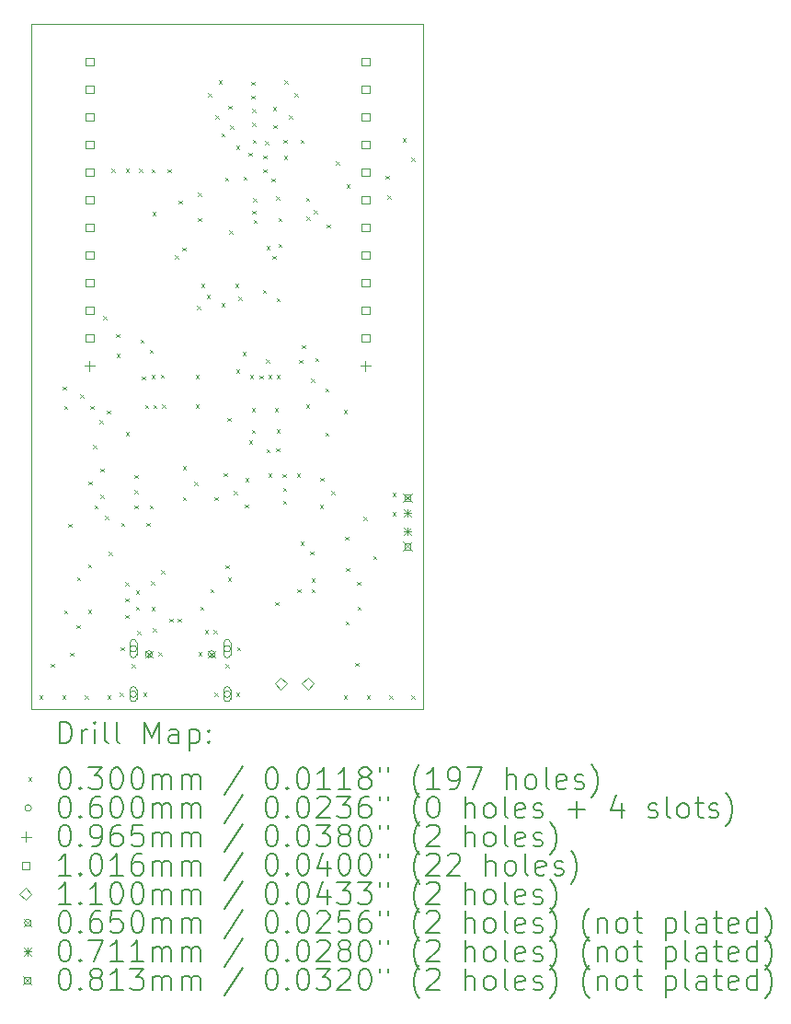
<source format=gbr>
%TF.GenerationSoftware,KiCad,Pcbnew,9.0.0*%
%TF.CreationDate,2025-04-24T23:32:45+03:00*%
%TF.ProjectId,ESP32_BOARD,45535033-325f-4424-9f41-52442e6b6963,1.0*%
%TF.SameCoordinates,Original*%
%TF.FileFunction,Drillmap*%
%TF.FilePolarity,Positive*%
%FSLAX45Y45*%
G04 Gerber Fmt 4.5, Leading zero omitted, Abs format (unit mm)*
G04 Created by KiCad (PCBNEW 9.0.0) date 2025-04-24 23:32:45*
%MOMM*%
%LPD*%
G01*
G04 APERTURE LIST*
%ADD10C,0.050000*%
%ADD11C,0.200000*%
%ADD12C,0.100000*%
%ADD13C,0.101600*%
%ADD14C,0.110000*%
G04 APERTURE END LIST*
D10*
X7740000Y-9120000D02*
X11340000Y-9120000D01*
X11340000Y-15420000D01*
X7740000Y-15420000D01*
X7740000Y-9120000D01*
D11*
D12*
X7812000Y-15292000D02*
X7842000Y-15322000D01*
X7842000Y-15292000D02*
X7812000Y-15322000D01*
X7918000Y-14999000D02*
X7948000Y-15029000D01*
X7948000Y-14999000D02*
X7918000Y-15029000D01*
X8022000Y-15292000D02*
X8052000Y-15322000D01*
X8052000Y-15292000D02*
X8022000Y-15322000D01*
X8026300Y-12450000D02*
X8056300Y-12480000D01*
X8056300Y-12450000D02*
X8026300Y-12480000D01*
X8037000Y-12629000D02*
X8067000Y-12659000D01*
X8067000Y-12629000D02*
X8037000Y-12659000D01*
X8040000Y-14507000D02*
X8070000Y-14537000D01*
X8070000Y-14507000D02*
X8040000Y-14537000D01*
X8078000Y-13713000D02*
X8108000Y-13743000D01*
X8108000Y-13713000D02*
X8078000Y-13743000D01*
X8096000Y-14899000D02*
X8126000Y-14929000D01*
X8126000Y-14899000D02*
X8096000Y-14929000D01*
X8151000Y-14645000D02*
X8181000Y-14675000D01*
X8181000Y-14645000D02*
X8151000Y-14675000D01*
X8156000Y-14204000D02*
X8186000Y-14234000D01*
X8186000Y-14204000D02*
X8156000Y-14234000D01*
X8185000Y-12523000D02*
X8215000Y-12553000D01*
X8215000Y-12523000D02*
X8185000Y-12553000D01*
X8228000Y-15293000D02*
X8258000Y-15323000D01*
X8258000Y-15293000D02*
X8228000Y-15323000D01*
X8258982Y-14505319D02*
X8288982Y-14535319D01*
X8288982Y-14505319D02*
X8258982Y-14535319D01*
X8259000Y-14086000D02*
X8289000Y-14116000D01*
X8289000Y-14086000D02*
X8259000Y-14116000D01*
X8264000Y-13324000D02*
X8294000Y-13354000D01*
X8294000Y-13324000D02*
X8264000Y-13354000D01*
X8278000Y-12628000D02*
X8308000Y-12658000D01*
X8308000Y-12628000D02*
X8278000Y-12658000D01*
X8304000Y-12991000D02*
X8334000Y-13021000D01*
X8334000Y-12991000D02*
X8304000Y-13021000D01*
X8320000Y-13545000D02*
X8350000Y-13575000D01*
X8350000Y-13545000D02*
X8320000Y-13575000D01*
X8365000Y-12761000D02*
X8395000Y-12791000D01*
X8395000Y-12761000D02*
X8365000Y-12791000D01*
X8374500Y-13206000D02*
X8404500Y-13236000D01*
X8404500Y-13206000D02*
X8374500Y-13236000D01*
X8374500Y-13446500D02*
X8404500Y-13476500D01*
X8404500Y-13446500D02*
X8374500Y-13476500D01*
X8400000Y-11805000D02*
X8430000Y-11835000D01*
X8430000Y-11805000D02*
X8400000Y-11835000D01*
X8415000Y-13643000D02*
X8445000Y-13673000D01*
X8445000Y-13643000D02*
X8415000Y-13673000D01*
X8433225Y-12670000D02*
X8463225Y-12700000D01*
X8463225Y-12670000D02*
X8433225Y-12700000D01*
X8438000Y-15293000D02*
X8468000Y-15323000D01*
X8468000Y-15293000D02*
X8438000Y-15323000D01*
X8448000Y-13973000D02*
X8478000Y-14003000D01*
X8478000Y-13973000D02*
X8448000Y-14003000D01*
X8475000Y-10450000D02*
X8505000Y-10480000D01*
X8505000Y-10450000D02*
X8475000Y-10480000D01*
X8517000Y-11969000D02*
X8547000Y-11999000D01*
X8547000Y-11969000D02*
X8517000Y-11999000D01*
X8521000Y-12150000D02*
X8551000Y-12180000D01*
X8551000Y-12150000D02*
X8521000Y-12180000D01*
X8552000Y-15265000D02*
X8582000Y-15295000D01*
X8582000Y-15265000D02*
X8552000Y-15295000D01*
X8559695Y-14847342D02*
X8589695Y-14877342D01*
X8589695Y-14847342D02*
X8559695Y-14877342D01*
X8565000Y-13705000D02*
X8595000Y-13735000D01*
X8595000Y-13705000D02*
X8565000Y-13735000D01*
X8600000Y-14250000D02*
X8630000Y-14280000D01*
X8630000Y-14250000D02*
X8600000Y-14280000D01*
X8600000Y-14400000D02*
X8630000Y-14430000D01*
X8630000Y-14400000D02*
X8600000Y-14430000D01*
X8600000Y-14550000D02*
X8630000Y-14580000D01*
X8630000Y-14550000D02*
X8600000Y-14580000D01*
X8605368Y-12871435D02*
X8635368Y-12901435D01*
X8635368Y-12871435D02*
X8605368Y-12901435D01*
X8607000Y-10450000D02*
X8637000Y-10480000D01*
X8637000Y-10450000D02*
X8607000Y-10480000D01*
X8661145Y-15003382D02*
X8691145Y-15033382D01*
X8691145Y-15003382D02*
X8661145Y-15033382D01*
X8685000Y-13265000D02*
X8715000Y-13295000D01*
X8715000Y-13265000D02*
X8685000Y-13295000D01*
X8685000Y-13405000D02*
X8715000Y-13435000D01*
X8715000Y-13405000D02*
X8685000Y-13435000D01*
X8685000Y-13545000D02*
X8715000Y-13575000D01*
X8715000Y-13545000D02*
X8685000Y-13575000D01*
X8700000Y-14325000D02*
X8730000Y-14355000D01*
X8730000Y-14325000D02*
X8700000Y-14355000D01*
X8700000Y-14475000D02*
X8730000Y-14505000D01*
X8730000Y-14475000D02*
X8700000Y-14505000D01*
X8710000Y-14697000D02*
X8740000Y-14727000D01*
X8740000Y-14697000D02*
X8710000Y-14727000D01*
X8726817Y-10448468D02*
X8756817Y-10478468D01*
X8756817Y-10448468D02*
X8726817Y-10478468D01*
X8740000Y-12020000D02*
X8770000Y-12050000D01*
X8770000Y-12020000D02*
X8740000Y-12050000D01*
X8755000Y-12358000D02*
X8785000Y-12388000D01*
X8785000Y-12358000D02*
X8755000Y-12388000D01*
X8766000Y-15265000D02*
X8796000Y-15295000D01*
X8796000Y-15265000D02*
X8766000Y-15295000D01*
X8782000Y-12621000D02*
X8812000Y-12651000D01*
X8812000Y-12621000D02*
X8782000Y-12651000D01*
X8795000Y-13705000D02*
X8825000Y-13735000D01*
X8825000Y-13705000D02*
X8795000Y-13735000D01*
X8825000Y-13545000D02*
X8855000Y-13575000D01*
X8855000Y-13545000D02*
X8825000Y-13575000D01*
X8827000Y-12112000D02*
X8857000Y-12142000D01*
X8857000Y-12112000D02*
X8827000Y-12142000D01*
X8840000Y-14242000D02*
X8870000Y-14272000D01*
X8870000Y-14242000D02*
X8840000Y-14272000D01*
X8842000Y-12344000D02*
X8872000Y-12374000D01*
X8872000Y-12344000D02*
X8842000Y-12374000D01*
X8844000Y-14478000D02*
X8874000Y-14508000D01*
X8874000Y-14478000D02*
X8844000Y-14508000D01*
X8844500Y-10451500D02*
X8874500Y-10481500D01*
X8874500Y-10451500D02*
X8844500Y-10481500D01*
X8851000Y-10847000D02*
X8881000Y-10877000D01*
X8881000Y-10847000D02*
X8851000Y-10877000D01*
X8855000Y-14675000D02*
X8885000Y-14705000D01*
X8885000Y-14675000D02*
X8855000Y-14705000D01*
X8859000Y-12620000D02*
X8889000Y-12650000D01*
X8889000Y-12620000D02*
X8859000Y-12650000D01*
X8908743Y-14892000D02*
X8938743Y-14922000D01*
X8938743Y-14892000D02*
X8908743Y-14922000D01*
X8926000Y-12340000D02*
X8956000Y-12370000D01*
X8956000Y-12340000D02*
X8926000Y-12370000D01*
X8933000Y-14141000D02*
X8963000Y-14171000D01*
X8963000Y-14141000D02*
X8933000Y-14171000D01*
X8939000Y-12618000D02*
X8969000Y-12648000D01*
X8969000Y-12618000D02*
X8939000Y-12648000D01*
X8993000Y-10455000D02*
X9023000Y-10485000D01*
X9023000Y-10455000D02*
X8993000Y-10485000D01*
X9007000Y-14585000D02*
X9037000Y-14615000D01*
X9037000Y-14585000D02*
X9007000Y-14615000D01*
X9061000Y-11244000D02*
X9091000Y-11274000D01*
X9091000Y-11244000D02*
X9061000Y-11274000D01*
X9085000Y-14585000D02*
X9115000Y-14615000D01*
X9115000Y-14585000D02*
X9085000Y-14615000D01*
X9090855Y-10739283D02*
X9120855Y-10769283D01*
X9120855Y-10739283D02*
X9090855Y-10769283D01*
X9129000Y-11172000D02*
X9159000Y-11202000D01*
X9159000Y-11172000D02*
X9129000Y-11202000D01*
X9130000Y-13183000D02*
X9160000Y-13213000D01*
X9160000Y-13183000D02*
X9130000Y-13213000D01*
X9130000Y-13468000D02*
X9160000Y-13498000D01*
X9160000Y-13468000D02*
X9130000Y-13498000D01*
X9237000Y-13327000D02*
X9267000Y-13357000D01*
X9267000Y-13327000D02*
X9237000Y-13357000D01*
X9250000Y-12344000D02*
X9280000Y-12374000D01*
X9280000Y-12344000D02*
X9250000Y-12374000D01*
X9250000Y-12618000D02*
X9280000Y-12648000D01*
X9280000Y-12618000D02*
X9250000Y-12648000D01*
X9262000Y-11710000D02*
X9292000Y-11740000D01*
X9292000Y-11710000D02*
X9262000Y-11740000D01*
X9273000Y-10668000D02*
X9303000Y-10698000D01*
X9303000Y-10668000D02*
X9273000Y-10698000D01*
X9273000Y-10902000D02*
X9303000Y-10932000D01*
X9303000Y-10902000D02*
X9273000Y-10932000D01*
X9274000Y-14895000D02*
X9304000Y-14925000D01*
X9304000Y-14895000D02*
X9274000Y-14925000D01*
X9293006Y-14476718D02*
X9323006Y-14506718D01*
X9323006Y-14476718D02*
X9293006Y-14506718D01*
X9300000Y-11509000D02*
X9330000Y-11539000D01*
X9330000Y-11509000D02*
X9300000Y-11539000D01*
X9333000Y-14690000D02*
X9363000Y-14720000D01*
X9363000Y-14690000D02*
X9333000Y-14720000D01*
X9352000Y-11611000D02*
X9382000Y-11641000D01*
X9382000Y-11611000D02*
X9352000Y-11641000D01*
X9362494Y-9755349D02*
X9392494Y-9785349D01*
X9392494Y-9755349D02*
X9362494Y-9785349D01*
X9385200Y-14315000D02*
X9415200Y-14345000D01*
X9415200Y-14315000D02*
X9385200Y-14345000D01*
X9413000Y-14690000D02*
X9443000Y-14720000D01*
X9443000Y-14690000D02*
X9413000Y-14720000D01*
X9420995Y-13466288D02*
X9450995Y-13496288D01*
X9450995Y-13466288D02*
X9420995Y-13496288D01*
X9424671Y-15265503D02*
X9454671Y-15295503D01*
X9454671Y-15265503D02*
X9424671Y-15295503D01*
X9430000Y-9959000D02*
X9460000Y-9989000D01*
X9460000Y-9959000D02*
X9430000Y-9989000D01*
X9460149Y-9636857D02*
X9490149Y-9666857D01*
X9490149Y-9636857D02*
X9460149Y-9666857D01*
X9486000Y-11683000D02*
X9516000Y-11713000D01*
X9516000Y-11683000D02*
X9486000Y-11713000D01*
X9487681Y-10121790D02*
X9517681Y-10151790D01*
X9517681Y-10121790D02*
X9487681Y-10151790D01*
X9510000Y-13246000D02*
X9540000Y-13276000D01*
X9540000Y-13246000D02*
X9510000Y-13276000D01*
X9520000Y-10531000D02*
X9550000Y-10561000D01*
X9550000Y-10531000D02*
X9520000Y-10561000D01*
X9525000Y-14095000D02*
X9555000Y-14125000D01*
X9555000Y-14095000D02*
X9525000Y-14125000D01*
X9525805Y-15001942D02*
X9555805Y-15031942D01*
X9555805Y-15001942D02*
X9525805Y-15031942D01*
X9541000Y-12741000D02*
X9571000Y-12771000D01*
X9571000Y-12741000D02*
X9541000Y-12771000D01*
X9544562Y-14207461D02*
X9574562Y-14237461D01*
X9574562Y-14207461D02*
X9544562Y-14237461D01*
X9551000Y-9869000D02*
X9581000Y-9899000D01*
X9581000Y-9869000D02*
X9551000Y-9899000D01*
X9560000Y-11018000D02*
X9590000Y-11048000D01*
X9590000Y-11018000D02*
X9560000Y-11048000D01*
X9569109Y-10049293D02*
X9599109Y-10079293D01*
X9599109Y-10049293D02*
X9569109Y-10079293D01*
X9602000Y-13413000D02*
X9632000Y-13443000D01*
X9632000Y-13413000D02*
X9602000Y-13443000D01*
X9615000Y-11509000D02*
X9645000Y-11539000D01*
X9645000Y-11509000D02*
X9615000Y-11539000D01*
X9621000Y-10238000D02*
X9651000Y-10268000D01*
X9651000Y-10238000D02*
X9621000Y-10268000D01*
X9621000Y-12294000D02*
X9651000Y-12324000D01*
X9651000Y-12294000D02*
X9621000Y-12324000D01*
X9623062Y-15265073D02*
X9653062Y-15295073D01*
X9653062Y-15265073D02*
X9623062Y-15295073D01*
X9628750Y-14847282D02*
X9658750Y-14877282D01*
X9658750Y-14847282D02*
X9628750Y-14877282D01*
X9645000Y-11625000D02*
X9675000Y-11655000D01*
X9675000Y-11625000D02*
X9645000Y-11655000D01*
X9680000Y-12134000D02*
X9710000Y-12164000D01*
X9710000Y-12134000D02*
X9680000Y-12164000D01*
X9689000Y-10520000D02*
X9719000Y-10550000D01*
X9719000Y-10520000D02*
X9689000Y-10550000D01*
X9704000Y-13535000D02*
X9734000Y-13565000D01*
X9734000Y-13535000D02*
X9704000Y-13565000D01*
X9705000Y-13293000D02*
X9735000Y-13323000D01*
X9735000Y-13293000D02*
X9705000Y-13323000D01*
X9736000Y-10302000D02*
X9766000Y-10332000D01*
X9766000Y-10302000D02*
X9736000Y-10332000D01*
X9742000Y-12945000D02*
X9772000Y-12975000D01*
X9772000Y-12945000D02*
X9742000Y-12975000D01*
X9750000Y-12346000D02*
X9780000Y-12376000D01*
X9780000Y-12346000D02*
X9750000Y-12376000D01*
X9762000Y-9649000D02*
X9792000Y-9679000D01*
X9792000Y-9649000D02*
X9762000Y-9679000D01*
X9763000Y-9776000D02*
X9793000Y-9806000D01*
X9793000Y-9776000D02*
X9763000Y-9806000D01*
X9765000Y-12651000D02*
X9795000Y-12681000D01*
X9795000Y-12651000D02*
X9765000Y-12681000D01*
X9765000Y-12848000D02*
X9795000Y-12878000D01*
X9795000Y-12848000D02*
X9765000Y-12878000D01*
X9768000Y-10027000D02*
X9798000Y-10057000D01*
X9798000Y-10027000D02*
X9768000Y-10057000D01*
X9769000Y-9900000D02*
X9799000Y-9930000D01*
X9799000Y-9900000D02*
X9769000Y-9930000D01*
X9770000Y-10836000D02*
X9800000Y-10866000D01*
X9800000Y-10836000D02*
X9770000Y-10866000D01*
X9773000Y-10184000D02*
X9803000Y-10214000D01*
X9803000Y-10184000D02*
X9773000Y-10214000D01*
X9778049Y-10718415D02*
X9808049Y-10748415D01*
X9808049Y-10718415D02*
X9778049Y-10748415D01*
X9784000Y-10918000D02*
X9814000Y-10948000D01*
X9814000Y-10918000D02*
X9784000Y-10948000D01*
X9837000Y-12349000D02*
X9867000Y-12379000D01*
X9867000Y-12349000D02*
X9837000Y-12379000D01*
X9866000Y-11561000D02*
X9896000Y-11591000D01*
X9896000Y-11561000D02*
X9866000Y-11591000D01*
X9870000Y-10452000D02*
X9900000Y-10482000D01*
X9900000Y-10452000D02*
X9870000Y-10482000D01*
X9871000Y-10327000D02*
X9901000Y-10357000D01*
X9901000Y-10327000D02*
X9871000Y-10357000D01*
X9889000Y-10195000D02*
X9919000Y-10225000D01*
X9919000Y-10195000D02*
X9889000Y-10225000D01*
X9898000Y-12202000D02*
X9928000Y-12232000D01*
X9928000Y-12202000D02*
X9898000Y-12232000D01*
X9901000Y-11159000D02*
X9931000Y-11189000D01*
X9931000Y-11159000D02*
X9901000Y-11189000D01*
X9902000Y-13028000D02*
X9932000Y-13058000D01*
X9932000Y-13028000D02*
X9902000Y-13058000D01*
X9918000Y-12346000D02*
X9948000Y-12376000D01*
X9948000Y-12346000D02*
X9918000Y-12376000D01*
X9920000Y-13251000D02*
X9950000Y-13281000D01*
X9950000Y-13251000D02*
X9920000Y-13281000D01*
X9948000Y-10537000D02*
X9978000Y-10567000D01*
X9978000Y-10537000D02*
X9948000Y-10567000D01*
X9956000Y-11248000D02*
X9986000Y-11278000D01*
X9986000Y-11248000D02*
X9956000Y-11278000D01*
X9961000Y-9880000D02*
X9991000Y-9910000D01*
X9991000Y-9880000D02*
X9961000Y-9910000D01*
X9966000Y-10046000D02*
X9996000Y-10076000D01*
X9996000Y-10046000D02*
X9966000Y-10076000D01*
X9977046Y-12648541D02*
X10007046Y-12678541D01*
X10007046Y-12648541D02*
X9977046Y-12678541D01*
X9980483Y-14431340D02*
X10010483Y-14461340D01*
X10010483Y-14431340D02*
X9980483Y-14461340D01*
X9992000Y-10703000D02*
X10022000Y-10733000D01*
X10022000Y-10703000D02*
X9992000Y-10733000D01*
X9992000Y-13020000D02*
X10022000Y-13050000D01*
X10022000Y-13020000D02*
X9992000Y-13050000D01*
X9993000Y-12346000D02*
X10023000Y-12376000D01*
X10023000Y-12346000D02*
X9993000Y-12376000D01*
X9993000Y-12847000D02*
X10023000Y-12877000D01*
X10023000Y-12847000D02*
X9993000Y-12877000D01*
X9996000Y-11638000D02*
X10026000Y-11668000D01*
X10026000Y-11638000D02*
X9996000Y-11668000D01*
X10011000Y-10901000D02*
X10041000Y-10931000D01*
X10041000Y-10901000D02*
X10011000Y-10931000D01*
X10011000Y-11140000D02*
X10041000Y-11170000D01*
X10041000Y-11140000D02*
X10011000Y-11170000D01*
X10050000Y-13256000D02*
X10080000Y-13286000D01*
X10080000Y-13256000D02*
X10050000Y-13286000D01*
X10053000Y-13382000D02*
X10083000Y-13412000D01*
X10083000Y-13382000D02*
X10053000Y-13412000D01*
X10054000Y-13502000D02*
X10084000Y-13532000D01*
X10084000Y-13502000D02*
X10054000Y-13532000D01*
X10060000Y-10182000D02*
X10090000Y-10212000D01*
X10090000Y-10182000D02*
X10060000Y-10212000D01*
X10062000Y-10329000D02*
X10092000Y-10359000D01*
X10092000Y-10329000D02*
X10062000Y-10359000D01*
X10065000Y-9638000D02*
X10095000Y-9668000D01*
X10095000Y-9638000D02*
X10065000Y-9668000D01*
X10109000Y-9957000D02*
X10139000Y-9987000D01*
X10139000Y-9957000D02*
X10109000Y-9987000D01*
X10162000Y-9755000D02*
X10192000Y-9785000D01*
X10192000Y-9755000D02*
X10162000Y-9785000D01*
X10182000Y-13253000D02*
X10212000Y-13283000D01*
X10212000Y-13253000D02*
X10182000Y-13283000D01*
X10185000Y-14315000D02*
X10215000Y-14345000D01*
X10215000Y-14315000D02*
X10185000Y-14345000D01*
X10201000Y-12206000D02*
X10231000Y-12236000D01*
X10231000Y-12206000D02*
X10201000Y-12236000D01*
X10213765Y-10182812D02*
X10243765Y-10212812D01*
X10243765Y-10182812D02*
X10213765Y-10212812D01*
X10215000Y-13880000D02*
X10245000Y-13910000D01*
X10245000Y-13880000D02*
X10215000Y-13910000D01*
X10226000Y-12070000D02*
X10256000Y-12100000D01*
X10256000Y-12070000D02*
X10226000Y-12100000D01*
X10265000Y-12617000D02*
X10295000Y-12647000D01*
X10295000Y-12617000D02*
X10265000Y-12647000D01*
X10266000Y-10715000D02*
X10296000Y-10745000D01*
X10296000Y-10715000D02*
X10266000Y-10745000D01*
X10272000Y-10891000D02*
X10302000Y-10921000D01*
X10302000Y-10891000D02*
X10272000Y-10921000D01*
X10304000Y-13965000D02*
X10334000Y-13995000D01*
X10334000Y-13965000D02*
X10304000Y-13995000D01*
X10311173Y-12378088D02*
X10341173Y-12408088D01*
X10341173Y-12378088D02*
X10311173Y-12408088D01*
X10315000Y-14215000D02*
X10345000Y-14245000D01*
X10345000Y-14215000D02*
X10315000Y-14245000D01*
X10315000Y-14315000D02*
X10345000Y-14345000D01*
X10345000Y-14315000D02*
X10315000Y-14345000D01*
X10336000Y-10831000D02*
X10366000Y-10861000D01*
X10366000Y-10831000D02*
X10336000Y-10861000D01*
X10349000Y-12189000D02*
X10379000Y-12219000D01*
X10379000Y-12189000D02*
X10349000Y-12219000D01*
X10393000Y-13537000D02*
X10423000Y-13567000D01*
X10423000Y-13537000D02*
X10393000Y-13567000D01*
X10395000Y-13290000D02*
X10425000Y-13320000D01*
X10425000Y-13290000D02*
X10395000Y-13320000D01*
X10443592Y-12874087D02*
X10473592Y-12904087D01*
X10473592Y-12874087D02*
X10443592Y-12904087D01*
X10445000Y-12470000D02*
X10475000Y-12500000D01*
X10475000Y-12470000D02*
X10445000Y-12500000D01*
X10456000Y-10961000D02*
X10486000Y-10991000D01*
X10486000Y-10961000D02*
X10456000Y-10991000D01*
X10500000Y-13414000D02*
X10530000Y-13444000D01*
X10530000Y-13414000D02*
X10500000Y-13444000D01*
X10542692Y-10382847D02*
X10572692Y-10412847D01*
X10572692Y-10382847D02*
X10542692Y-10412847D01*
X10613641Y-12669255D02*
X10643641Y-12699255D01*
X10643641Y-12669255D02*
X10613641Y-12699255D01*
X10614000Y-15293000D02*
X10644000Y-15323000D01*
X10644000Y-15293000D02*
X10614000Y-15323000D01*
X10627000Y-13832000D02*
X10657000Y-13862000D01*
X10657000Y-13832000D02*
X10627000Y-13862000D01*
X10631000Y-14610000D02*
X10661000Y-14640000D01*
X10661000Y-14610000D02*
X10631000Y-14640000D01*
X10632000Y-14119000D02*
X10662000Y-14149000D01*
X10662000Y-14119000D02*
X10632000Y-14149000D01*
X10640000Y-10595000D02*
X10670000Y-10625000D01*
X10670000Y-10595000D02*
X10640000Y-10625000D01*
X10718000Y-14990000D02*
X10748000Y-15020000D01*
X10748000Y-14990000D02*
X10718000Y-15020000D01*
X10734000Y-14245000D02*
X10764000Y-14275000D01*
X10764000Y-14245000D02*
X10734000Y-14275000D01*
X10738000Y-14475000D02*
X10768000Y-14505000D01*
X10768000Y-14475000D02*
X10738000Y-14505000D01*
X10794527Y-13648213D02*
X10824527Y-13678213D01*
X10824527Y-13648213D02*
X10794527Y-13678213D01*
X10824000Y-15293000D02*
X10854000Y-15323000D01*
X10854000Y-15293000D02*
X10824000Y-15323000D01*
X10883000Y-14008000D02*
X10913000Y-14038000D01*
X10913000Y-14008000D02*
X10883000Y-14038000D01*
X10997000Y-10514000D02*
X11027000Y-10544000D01*
X11027000Y-10514000D02*
X10997000Y-10544000D01*
X11013000Y-10696000D02*
X11043000Y-10726000D01*
X11043000Y-10696000D02*
X11013000Y-10726000D01*
X11030000Y-15293000D02*
X11060000Y-15323000D01*
X11060000Y-15293000D02*
X11030000Y-15323000D01*
X11062000Y-13428000D02*
X11092000Y-13458000D01*
X11092000Y-13428000D02*
X11062000Y-13458000D01*
X11062000Y-13607000D02*
X11092000Y-13637000D01*
X11092000Y-13607000D02*
X11062000Y-13637000D01*
X11153000Y-10171000D02*
X11183000Y-10201000D01*
X11183000Y-10171000D02*
X11153000Y-10201000D01*
X11234000Y-10347000D02*
X11264000Y-10377000D01*
X11264000Y-10347000D02*
X11234000Y-10377000D01*
X11237000Y-15292000D02*
X11267000Y-15322000D01*
X11267000Y-15292000D02*
X11237000Y-15322000D01*
X8706000Y-14862000D02*
G75*
G02*
X8646000Y-14862000I-30000J0D01*
G01*
X8646000Y-14862000D02*
G75*
G02*
X8706000Y-14862000I30000J0D01*
G01*
X8706000Y-14917000D02*
X8706000Y-14807000D01*
X8646000Y-14807000D02*
G75*
G02*
X8706000Y-14807000I30000J0D01*
G01*
X8646000Y-14807000D02*
X8646000Y-14917000D01*
X8646000Y-14917000D02*
G75*
G03*
X8706000Y-14917000I30000J0D01*
G01*
X8706000Y-15280000D02*
G75*
G02*
X8646000Y-15280000I-30000J0D01*
G01*
X8646000Y-15280000D02*
G75*
G02*
X8706000Y-15280000I30000J0D01*
G01*
X8706000Y-15320000D02*
X8706000Y-15240000D01*
X8646000Y-15240000D02*
G75*
G02*
X8706000Y-15240000I30000J0D01*
G01*
X8646000Y-15240000D02*
X8646000Y-15320000D01*
X8646000Y-15320000D02*
G75*
G03*
X8706000Y-15320000I30000J0D01*
G01*
X9570000Y-14862000D02*
G75*
G02*
X9510000Y-14862000I-30000J0D01*
G01*
X9510000Y-14862000D02*
G75*
G02*
X9570000Y-14862000I30000J0D01*
G01*
X9570000Y-14917000D02*
X9570000Y-14807000D01*
X9510000Y-14807000D02*
G75*
G02*
X9570000Y-14807000I30000J0D01*
G01*
X9510000Y-14807000D02*
X9510000Y-14917000D01*
X9510000Y-14917000D02*
G75*
G03*
X9570000Y-14917000I30000J0D01*
G01*
X9570000Y-15280000D02*
G75*
G02*
X9510000Y-15280000I-30000J0D01*
G01*
X9510000Y-15280000D02*
G75*
G02*
X9570000Y-15280000I30000J0D01*
G01*
X9570000Y-15320000D02*
X9570000Y-15240000D01*
X9510000Y-15240000D02*
G75*
G02*
X9570000Y-15240000I30000J0D01*
G01*
X9510000Y-15240000D02*
X9510000Y-15320000D01*
X9510000Y-15320000D02*
G75*
G03*
X9570000Y-15320000I30000J0D01*
G01*
X8271990Y-12212740D02*
X8271990Y-12309260D01*
X8223730Y-12261000D02*
X8320250Y-12261000D01*
X10811990Y-12212740D02*
X10811990Y-12309260D01*
X10763730Y-12261000D02*
X10860250Y-12261000D01*
D13*
X8307911Y-9502921D02*
X8307911Y-9431079D01*
X8236069Y-9431079D01*
X8236069Y-9502921D01*
X8307911Y-9502921D01*
X8307911Y-9756921D02*
X8307911Y-9685079D01*
X8236069Y-9685079D01*
X8236069Y-9756921D01*
X8307911Y-9756921D01*
X8307911Y-10010921D02*
X8307911Y-9939079D01*
X8236069Y-9939079D01*
X8236069Y-10010921D01*
X8307911Y-10010921D01*
X8307911Y-10264921D02*
X8307911Y-10193079D01*
X8236069Y-10193079D01*
X8236069Y-10264921D01*
X8307911Y-10264921D01*
X8307911Y-10518921D02*
X8307911Y-10447079D01*
X8236069Y-10447079D01*
X8236069Y-10518921D01*
X8307911Y-10518921D01*
X8307911Y-10772921D02*
X8307911Y-10701079D01*
X8236069Y-10701079D01*
X8236069Y-10772921D01*
X8307911Y-10772921D01*
X8307911Y-11026921D02*
X8307911Y-10955079D01*
X8236069Y-10955079D01*
X8236069Y-11026921D01*
X8307911Y-11026921D01*
X8307911Y-11280921D02*
X8307911Y-11209079D01*
X8236069Y-11209079D01*
X8236069Y-11280921D01*
X8307911Y-11280921D01*
X8307911Y-11534921D02*
X8307911Y-11463079D01*
X8236069Y-11463079D01*
X8236069Y-11534921D01*
X8307911Y-11534921D01*
X8307911Y-11788921D02*
X8307911Y-11717079D01*
X8236069Y-11717079D01*
X8236069Y-11788921D01*
X8307911Y-11788921D01*
X8307911Y-12042921D02*
X8307911Y-11971079D01*
X8236069Y-11971079D01*
X8236069Y-12042921D01*
X8307911Y-12042921D01*
X10847911Y-9502921D02*
X10847911Y-9431079D01*
X10776069Y-9431079D01*
X10776069Y-9502921D01*
X10847911Y-9502921D01*
X10847911Y-9756921D02*
X10847911Y-9685079D01*
X10776069Y-9685079D01*
X10776069Y-9756921D01*
X10847911Y-9756921D01*
X10847911Y-10010921D02*
X10847911Y-9939079D01*
X10776069Y-9939079D01*
X10776069Y-10010921D01*
X10847911Y-10010921D01*
X10847911Y-10264921D02*
X10847911Y-10193079D01*
X10776069Y-10193079D01*
X10776069Y-10264921D01*
X10847911Y-10264921D01*
X10847911Y-10518921D02*
X10847911Y-10447079D01*
X10776069Y-10447079D01*
X10776069Y-10518921D01*
X10847911Y-10518921D01*
X10847911Y-10772921D02*
X10847911Y-10701079D01*
X10776069Y-10701079D01*
X10776069Y-10772921D01*
X10847911Y-10772921D01*
X10847911Y-11026921D02*
X10847911Y-10955079D01*
X10776069Y-10955079D01*
X10776069Y-11026921D01*
X10847911Y-11026921D01*
X10847911Y-11280921D02*
X10847911Y-11209079D01*
X10776069Y-11209079D01*
X10776069Y-11280921D01*
X10847911Y-11280921D01*
X10847911Y-11534921D02*
X10847911Y-11463079D01*
X10776069Y-11463079D01*
X10776069Y-11534921D01*
X10847911Y-11534921D01*
X10847911Y-11788921D02*
X10847911Y-11717079D01*
X10776069Y-11717079D01*
X10776069Y-11788921D01*
X10847911Y-11788921D01*
X10847911Y-12042921D02*
X10847911Y-11971079D01*
X10776069Y-11971079D01*
X10776069Y-12042921D01*
X10847911Y-12042921D01*
D14*
X10032000Y-15237000D02*
X10087000Y-15182000D01*
X10032000Y-15127000D01*
X9977000Y-15182000D01*
X10032000Y-15237000D01*
X10282000Y-15237000D02*
X10337000Y-15182000D01*
X10282000Y-15127000D01*
X10227000Y-15182000D01*
X10282000Y-15237000D01*
D12*
X8786500Y-14879500D02*
X8851500Y-14944500D01*
X8851500Y-14879500D02*
X8786500Y-14944500D01*
X8851500Y-14912000D02*
G75*
G02*
X8786500Y-14912000I-32500J0D01*
G01*
X8786500Y-14912000D02*
G75*
G02*
X8851500Y-14912000I32500J0D01*
G01*
X9364500Y-14879500D02*
X9429500Y-14944500D01*
X9429500Y-14879500D02*
X9364500Y-14944500D01*
X9429500Y-14912000D02*
G75*
G02*
X9364500Y-14912000I-32500J0D01*
G01*
X9364500Y-14912000D02*
G75*
G02*
X9429500Y-14912000I32500J0D01*
G01*
X11164038Y-13576147D02*
X11235158Y-13647267D01*
X11235158Y-13576147D02*
X11164038Y-13647267D01*
X11199598Y-13576147D02*
X11199598Y-13647267D01*
X11164038Y-13611707D02*
X11235158Y-13611707D01*
X11164038Y-13746147D02*
X11235158Y-13817267D01*
X11235158Y-13746147D02*
X11164038Y-13817267D01*
X11199598Y-13746147D02*
X11199598Y-13817267D01*
X11164038Y-13781707D02*
X11235158Y-13781707D01*
X11158958Y-13433567D02*
X11240238Y-13514847D01*
X11240238Y-13433567D02*
X11158958Y-13514847D01*
X11228335Y-13502944D02*
X11228335Y-13445470D01*
X11170861Y-13445470D01*
X11170861Y-13502944D01*
X11228335Y-13502944D01*
X11158958Y-13878567D02*
X11240238Y-13959847D01*
X11240238Y-13878567D02*
X11158958Y-13959847D01*
X11228335Y-13947944D02*
X11228335Y-13890470D01*
X11170861Y-13890470D01*
X11170861Y-13947944D01*
X11228335Y-13947944D01*
D11*
X7998277Y-15733984D02*
X7998277Y-15533984D01*
X7998277Y-15533984D02*
X8045896Y-15533984D01*
X8045896Y-15533984D02*
X8074467Y-15543508D01*
X8074467Y-15543508D02*
X8093515Y-15562555D01*
X8093515Y-15562555D02*
X8103039Y-15581603D01*
X8103039Y-15581603D02*
X8112562Y-15619698D01*
X8112562Y-15619698D02*
X8112562Y-15648269D01*
X8112562Y-15648269D02*
X8103039Y-15686365D01*
X8103039Y-15686365D02*
X8093515Y-15705412D01*
X8093515Y-15705412D02*
X8074467Y-15724460D01*
X8074467Y-15724460D02*
X8045896Y-15733984D01*
X8045896Y-15733984D02*
X7998277Y-15733984D01*
X8198277Y-15733984D02*
X8198277Y-15600650D01*
X8198277Y-15638746D02*
X8207801Y-15619698D01*
X8207801Y-15619698D02*
X8217324Y-15610174D01*
X8217324Y-15610174D02*
X8236372Y-15600650D01*
X8236372Y-15600650D02*
X8255420Y-15600650D01*
X8322086Y-15733984D02*
X8322086Y-15600650D01*
X8322086Y-15533984D02*
X8312562Y-15543508D01*
X8312562Y-15543508D02*
X8322086Y-15553031D01*
X8322086Y-15553031D02*
X8331610Y-15543508D01*
X8331610Y-15543508D02*
X8322086Y-15533984D01*
X8322086Y-15533984D02*
X8322086Y-15553031D01*
X8445896Y-15733984D02*
X8426848Y-15724460D01*
X8426848Y-15724460D02*
X8417324Y-15705412D01*
X8417324Y-15705412D02*
X8417324Y-15533984D01*
X8550658Y-15733984D02*
X8531610Y-15724460D01*
X8531610Y-15724460D02*
X8522086Y-15705412D01*
X8522086Y-15705412D02*
X8522086Y-15533984D01*
X8779229Y-15733984D02*
X8779229Y-15533984D01*
X8779229Y-15533984D02*
X8845896Y-15676841D01*
X8845896Y-15676841D02*
X8912563Y-15533984D01*
X8912563Y-15533984D02*
X8912563Y-15733984D01*
X9093515Y-15733984D02*
X9093515Y-15629222D01*
X9093515Y-15629222D02*
X9083991Y-15610174D01*
X9083991Y-15610174D02*
X9064944Y-15600650D01*
X9064944Y-15600650D02*
X9026848Y-15600650D01*
X9026848Y-15600650D02*
X9007801Y-15610174D01*
X9093515Y-15724460D02*
X9074467Y-15733984D01*
X9074467Y-15733984D02*
X9026848Y-15733984D01*
X9026848Y-15733984D02*
X9007801Y-15724460D01*
X9007801Y-15724460D02*
X8998277Y-15705412D01*
X8998277Y-15705412D02*
X8998277Y-15686365D01*
X8998277Y-15686365D02*
X9007801Y-15667317D01*
X9007801Y-15667317D02*
X9026848Y-15657793D01*
X9026848Y-15657793D02*
X9074467Y-15657793D01*
X9074467Y-15657793D02*
X9093515Y-15648269D01*
X9188753Y-15600650D02*
X9188753Y-15800650D01*
X9188753Y-15610174D02*
X9207801Y-15600650D01*
X9207801Y-15600650D02*
X9245896Y-15600650D01*
X9245896Y-15600650D02*
X9264944Y-15610174D01*
X9264944Y-15610174D02*
X9274467Y-15619698D01*
X9274467Y-15619698D02*
X9283991Y-15638746D01*
X9283991Y-15638746D02*
X9283991Y-15695888D01*
X9283991Y-15695888D02*
X9274467Y-15714936D01*
X9274467Y-15714936D02*
X9264944Y-15724460D01*
X9264944Y-15724460D02*
X9245896Y-15733984D01*
X9245896Y-15733984D02*
X9207801Y-15733984D01*
X9207801Y-15733984D02*
X9188753Y-15724460D01*
X9369705Y-15714936D02*
X9379229Y-15724460D01*
X9379229Y-15724460D02*
X9369705Y-15733984D01*
X9369705Y-15733984D02*
X9360182Y-15724460D01*
X9360182Y-15724460D02*
X9369705Y-15714936D01*
X9369705Y-15714936D02*
X9369705Y-15733984D01*
X9369705Y-15610174D02*
X9379229Y-15619698D01*
X9379229Y-15619698D02*
X9369705Y-15629222D01*
X9369705Y-15629222D02*
X9360182Y-15619698D01*
X9360182Y-15619698D02*
X9369705Y-15610174D01*
X9369705Y-15610174D02*
X9369705Y-15629222D01*
D12*
X7707500Y-16047500D02*
X7737500Y-16077500D01*
X7737500Y-16047500D02*
X7707500Y-16077500D01*
D11*
X8036372Y-15953984D02*
X8055420Y-15953984D01*
X8055420Y-15953984D02*
X8074467Y-15963508D01*
X8074467Y-15963508D02*
X8083991Y-15973031D01*
X8083991Y-15973031D02*
X8093515Y-15992079D01*
X8093515Y-15992079D02*
X8103039Y-16030174D01*
X8103039Y-16030174D02*
X8103039Y-16077793D01*
X8103039Y-16077793D02*
X8093515Y-16115888D01*
X8093515Y-16115888D02*
X8083991Y-16134936D01*
X8083991Y-16134936D02*
X8074467Y-16144460D01*
X8074467Y-16144460D02*
X8055420Y-16153984D01*
X8055420Y-16153984D02*
X8036372Y-16153984D01*
X8036372Y-16153984D02*
X8017324Y-16144460D01*
X8017324Y-16144460D02*
X8007801Y-16134936D01*
X8007801Y-16134936D02*
X7998277Y-16115888D01*
X7998277Y-16115888D02*
X7988753Y-16077793D01*
X7988753Y-16077793D02*
X7988753Y-16030174D01*
X7988753Y-16030174D02*
X7998277Y-15992079D01*
X7998277Y-15992079D02*
X8007801Y-15973031D01*
X8007801Y-15973031D02*
X8017324Y-15963508D01*
X8017324Y-15963508D02*
X8036372Y-15953984D01*
X8188753Y-16134936D02*
X8198277Y-16144460D01*
X8198277Y-16144460D02*
X8188753Y-16153984D01*
X8188753Y-16153984D02*
X8179229Y-16144460D01*
X8179229Y-16144460D02*
X8188753Y-16134936D01*
X8188753Y-16134936D02*
X8188753Y-16153984D01*
X8264943Y-15953984D02*
X8388753Y-15953984D01*
X8388753Y-15953984D02*
X8322086Y-16030174D01*
X8322086Y-16030174D02*
X8350658Y-16030174D01*
X8350658Y-16030174D02*
X8369705Y-16039698D01*
X8369705Y-16039698D02*
X8379229Y-16049222D01*
X8379229Y-16049222D02*
X8388753Y-16068269D01*
X8388753Y-16068269D02*
X8388753Y-16115888D01*
X8388753Y-16115888D02*
X8379229Y-16134936D01*
X8379229Y-16134936D02*
X8369705Y-16144460D01*
X8369705Y-16144460D02*
X8350658Y-16153984D01*
X8350658Y-16153984D02*
X8293515Y-16153984D01*
X8293515Y-16153984D02*
X8274467Y-16144460D01*
X8274467Y-16144460D02*
X8264943Y-16134936D01*
X8512563Y-15953984D02*
X8531610Y-15953984D01*
X8531610Y-15953984D02*
X8550658Y-15963508D01*
X8550658Y-15963508D02*
X8560182Y-15973031D01*
X8560182Y-15973031D02*
X8569705Y-15992079D01*
X8569705Y-15992079D02*
X8579229Y-16030174D01*
X8579229Y-16030174D02*
X8579229Y-16077793D01*
X8579229Y-16077793D02*
X8569705Y-16115888D01*
X8569705Y-16115888D02*
X8560182Y-16134936D01*
X8560182Y-16134936D02*
X8550658Y-16144460D01*
X8550658Y-16144460D02*
X8531610Y-16153984D01*
X8531610Y-16153984D02*
X8512563Y-16153984D01*
X8512563Y-16153984D02*
X8493515Y-16144460D01*
X8493515Y-16144460D02*
X8483991Y-16134936D01*
X8483991Y-16134936D02*
X8474467Y-16115888D01*
X8474467Y-16115888D02*
X8464944Y-16077793D01*
X8464944Y-16077793D02*
X8464944Y-16030174D01*
X8464944Y-16030174D02*
X8474467Y-15992079D01*
X8474467Y-15992079D02*
X8483991Y-15973031D01*
X8483991Y-15973031D02*
X8493515Y-15963508D01*
X8493515Y-15963508D02*
X8512563Y-15953984D01*
X8703039Y-15953984D02*
X8722086Y-15953984D01*
X8722086Y-15953984D02*
X8741134Y-15963508D01*
X8741134Y-15963508D02*
X8750658Y-15973031D01*
X8750658Y-15973031D02*
X8760182Y-15992079D01*
X8760182Y-15992079D02*
X8769705Y-16030174D01*
X8769705Y-16030174D02*
X8769705Y-16077793D01*
X8769705Y-16077793D02*
X8760182Y-16115888D01*
X8760182Y-16115888D02*
X8750658Y-16134936D01*
X8750658Y-16134936D02*
X8741134Y-16144460D01*
X8741134Y-16144460D02*
X8722086Y-16153984D01*
X8722086Y-16153984D02*
X8703039Y-16153984D01*
X8703039Y-16153984D02*
X8683991Y-16144460D01*
X8683991Y-16144460D02*
X8674467Y-16134936D01*
X8674467Y-16134936D02*
X8664944Y-16115888D01*
X8664944Y-16115888D02*
X8655420Y-16077793D01*
X8655420Y-16077793D02*
X8655420Y-16030174D01*
X8655420Y-16030174D02*
X8664944Y-15992079D01*
X8664944Y-15992079D02*
X8674467Y-15973031D01*
X8674467Y-15973031D02*
X8683991Y-15963508D01*
X8683991Y-15963508D02*
X8703039Y-15953984D01*
X8855420Y-16153984D02*
X8855420Y-16020650D01*
X8855420Y-16039698D02*
X8864944Y-16030174D01*
X8864944Y-16030174D02*
X8883991Y-16020650D01*
X8883991Y-16020650D02*
X8912563Y-16020650D01*
X8912563Y-16020650D02*
X8931610Y-16030174D01*
X8931610Y-16030174D02*
X8941134Y-16049222D01*
X8941134Y-16049222D02*
X8941134Y-16153984D01*
X8941134Y-16049222D02*
X8950658Y-16030174D01*
X8950658Y-16030174D02*
X8969705Y-16020650D01*
X8969705Y-16020650D02*
X8998277Y-16020650D01*
X8998277Y-16020650D02*
X9017325Y-16030174D01*
X9017325Y-16030174D02*
X9026848Y-16049222D01*
X9026848Y-16049222D02*
X9026848Y-16153984D01*
X9122086Y-16153984D02*
X9122086Y-16020650D01*
X9122086Y-16039698D02*
X9131610Y-16030174D01*
X9131610Y-16030174D02*
X9150658Y-16020650D01*
X9150658Y-16020650D02*
X9179229Y-16020650D01*
X9179229Y-16020650D02*
X9198277Y-16030174D01*
X9198277Y-16030174D02*
X9207801Y-16049222D01*
X9207801Y-16049222D02*
X9207801Y-16153984D01*
X9207801Y-16049222D02*
X9217325Y-16030174D01*
X9217325Y-16030174D02*
X9236372Y-16020650D01*
X9236372Y-16020650D02*
X9264944Y-16020650D01*
X9264944Y-16020650D02*
X9283991Y-16030174D01*
X9283991Y-16030174D02*
X9293515Y-16049222D01*
X9293515Y-16049222D02*
X9293515Y-16153984D01*
X9683991Y-15944460D02*
X9512563Y-16201603D01*
X9941134Y-15953984D02*
X9960182Y-15953984D01*
X9960182Y-15953984D02*
X9979229Y-15963508D01*
X9979229Y-15963508D02*
X9988753Y-15973031D01*
X9988753Y-15973031D02*
X9998277Y-15992079D01*
X9998277Y-15992079D02*
X10007801Y-16030174D01*
X10007801Y-16030174D02*
X10007801Y-16077793D01*
X10007801Y-16077793D02*
X9998277Y-16115888D01*
X9998277Y-16115888D02*
X9988753Y-16134936D01*
X9988753Y-16134936D02*
X9979229Y-16144460D01*
X9979229Y-16144460D02*
X9960182Y-16153984D01*
X9960182Y-16153984D02*
X9941134Y-16153984D01*
X9941134Y-16153984D02*
X9922087Y-16144460D01*
X9922087Y-16144460D02*
X9912563Y-16134936D01*
X9912563Y-16134936D02*
X9903039Y-16115888D01*
X9903039Y-16115888D02*
X9893515Y-16077793D01*
X9893515Y-16077793D02*
X9893515Y-16030174D01*
X9893515Y-16030174D02*
X9903039Y-15992079D01*
X9903039Y-15992079D02*
X9912563Y-15973031D01*
X9912563Y-15973031D02*
X9922087Y-15963508D01*
X9922087Y-15963508D02*
X9941134Y-15953984D01*
X10093515Y-16134936D02*
X10103039Y-16144460D01*
X10103039Y-16144460D02*
X10093515Y-16153984D01*
X10093515Y-16153984D02*
X10083991Y-16144460D01*
X10083991Y-16144460D02*
X10093515Y-16134936D01*
X10093515Y-16134936D02*
X10093515Y-16153984D01*
X10226848Y-15953984D02*
X10245896Y-15953984D01*
X10245896Y-15953984D02*
X10264944Y-15963508D01*
X10264944Y-15963508D02*
X10274468Y-15973031D01*
X10274468Y-15973031D02*
X10283991Y-15992079D01*
X10283991Y-15992079D02*
X10293515Y-16030174D01*
X10293515Y-16030174D02*
X10293515Y-16077793D01*
X10293515Y-16077793D02*
X10283991Y-16115888D01*
X10283991Y-16115888D02*
X10274468Y-16134936D01*
X10274468Y-16134936D02*
X10264944Y-16144460D01*
X10264944Y-16144460D02*
X10245896Y-16153984D01*
X10245896Y-16153984D02*
X10226848Y-16153984D01*
X10226848Y-16153984D02*
X10207801Y-16144460D01*
X10207801Y-16144460D02*
X10198277Y-16134936D01*
X10198277Y-16134936D02*
X10188753Y-16115888D01*
X10188753Y-16115888D02*
X10179229Y-16077793D01*
X10179229Y-16077793D02*
X10179229Y-16030174D01*
X10179229Y-16030174D02*
X10188753Y-15992079D01*
X10188753Y-15992079D02*
X10198277Y-15973031D01*
X10198277Y-15973031D02*
X10207801Y-15963508D01*
X10207801Y-15963508D02*
X10226848Y-15953984D01*
X10483991Y-16153984D02*
X10369706Y-16153984D01*
X10426848Y-16153984D02*
X10426848Y-15953984D01*
X10426848Y-15953984D02*
X10407801Y-15982555D01*
X10407801Y-15982555D02*
X10388753Y-16001603D01*
X10388753Y-16001603D02*
X10369706Y-16011127D01*
X10674468Y-16153984D02*
X10560182Y-16153984D01*
X10617325Y-16153984D02*
X10617325Y-15953984D01*
X10617325Y-15953984D02*
X10598277Y-15982555D01*
X10598277Y-15982555D02*
X10579229Y-16001603D01*
X10579229Y-16001603D02*
X10560182Y-16011127D01*
X10788753Y-16039698D02*
X10769706Y-16030174D01*
X10769706Y-16030174D02*
X10760182Y-16020650D01*
X10760182Y-16020650D02*
X10750658Y-16001603D01*
X10750658Y-16001603D02*
X10750658Y-15992079D01*
X10750658Y-15992079D02*
X10760182Y-15973031D01*
X10760182Y-15973031D02*
X10769706Y-15963508D01*
X10769706Y-15963508D02*
X10788753Y-15953984D01*
X10788753Y-15953984D02*
X10826849Y-15953984D01*
X10826849Y-15953984D02*
X10845896Y-15963508D01*
X10845896Y-15963508D02*
X10855420Y-15973031D01*
X10855420Y-15973031D02*
X10864944Y-15992079D01*
X10864944Y-15992079D02*
X10864944Y-16001603D01*
X10864944Y-16001603D02*
X10855420Y-16020650D01*
X10855420Y-16020650D02*
X10845896Y-16030174D01*
X10845896Y-16030174D02*
X10826849Y-16039698D01*
X10826849Y-16039698D02*
X10788753Y-16039698D01*
X10788753Y-16039698D02*
X10769706Y-16049222D01*
X10769706Y-16049222D02*
X10760182Y-16058746D01*
X10760182Y-16058746D02*
X10750658Y-16077793D01*
X10750658Y-16077793D02*
X10750658Y-16115888D01*
X10750658Y-16115888D02*
X10760182Y-16134936D01*
X10760182Y-16134936D02*
X10769706Y-16144460D01*
X10769706Y-16144460D02*
X10788753Y-16153984D01*
X10788753Y-16153984D02*
X10826849Y-16153984D01*
X10826849Y-16153984D02*
X10845896Y-16144460D01*
X10845896Y-16144460D02*
X10855420Y-16134936D01*
X10855420Y-16134936D02*
X10864944Y-16115888D01*
X10864944Y-16115888D02*
X10864944Y-16077793D01*
X10864944Y-16077793D02*
X10855420Y-16058746D01*
X10855420Y-16058746D02*
X10845896Y-16049222D01*
X10845896Y-16049222D02*
X10826849Y-16039698D01*
X10941134Y-15953984D02*
X10941134Y-15992079D01*
X11017325Y-15953984D02*
X11017325Y-15992079D01*
X11312563Y-16230174D02*
X11303039Y-16220650D01*
X11303039Y-16220650D02*
X11283991Y-16192079D01*
X11283991Y-16192079D02*
X11274468Y-16173031D01*
X11274468Y-16173031D02*
X11264944Y-16144460D01*
X11264944Y-16144460D02*
X11255420Y-16096841D01*
X11255420Y-16096841D02*
X11255420Y-16058746D01*
X11255420Y-16058746D02*
X11264944Y-16011127D01*
X11264944Y-16011127D02*
X11274468Y-15982555D01*
X11274468Y-15982555D02*
X11283991Y-15963508D01*
X11283991Y-15963508D02*
X11303039Y-15934936D01*
X11303039Y-15934936D02*
X11312563Y-15925412D01*
X11493515Y-16153984D02*
X11379229Y-16153984D01*
X11436372Y-16153984D02*
X11436372Y-15953984D01*
X11436372Y-15953984D02*
X11417325Y-15982555D01*
X11417325Y-15982555D02*
X11398277Y-16001603D01*
X11398277Y-16001603D02*
X11379229Y-16011127D01*
X11588753Y-16153984D02*
X11626848Y-16153984D01*
X11626848Y-16153984D02*
X11645896Y-16144460D01*
X11645896Y-16144460D02*
X11655420Y-16134936D01*
X11655420Y-16134936D02*
X11674468Y-16106365D01*
X11674468Y-16106365D02*
X11683991Y-16068269D01*
X11683991Y-16068269D02*
X11683991Y-15992079D01*
X11683991Y-15992079D02*
X11674468Y-15973031D01*
X11674468Y-15973031D02*
X11664944Y-15963508D01*
X11664944Y-15963508D02*
X11645896Y-15953984D01*
X11645896Y-15953984D02*
X11607801Y-15953984D01*
X11607801Y-15953984D02*
X11588753Y-15963508D01*
X11588753Y-15963508D02*
X11579229Y-15973031D01*
X11579229Y-15973031D02*
X11569706Y-15992079D01*
X11569706Y-15992079D02*
X11569706Y-16039698D01*
X11569706Y-16039698D02*
X11579229Y-16058746D01*
X11579229Y-16058746D02*
X11588753Y-16068269D01*
X11588753Y-16068269D02*
X11607801Y-16077793D01*
X11607801Y-16077793D02*
X11645896Y-16077793D01*
X11645896Y-16077793D02*
X11664944Y-16068269D01*
X11664944Y-16068269D02*
X11674468Y-16058746D01*
X11674468Y-16058746D02*
X11683991Y-16039698D01*
X11750658Y-15953984D02*
X11883991Y-15953984D01*
X11883991Y-15953984D02*
X11798277Y-16153984D01*
X12112563Y-16153984D02*
X12112563Y-15953984D01*
X12198277Y-16153984D02*
X12198277Y-16049222D01*
X12198277Y-16049222D02*
X12188753Y-16030174D01*
X12188753Y-16030174D02*
X12169706Y-16020650D01*
X12169706Y-16020650D02*
X12141134Y-16020650D01*
X12141134Y-16020650D02*
X12122087Y-16030174D01*
X12122087Y-16030174D02*
X12112563Y-16039698D01*
X12322087Y-16153984D02*
X12303039Y-16144460D01*
X12303039Y-16144460D02*
X12293515Y-16134936D01*
X12293515Y-16134936D02*
X12283991Y-16115888D01*
X12283991Y-16115888D02*
X12283991Y-16058746D01*
X12283991Y-16058746D02*
X12293515Y-16039698D01*
X12293515Y-16039698D02*
X12303039Y-16030174D01*
X12303039Y-16030174D02*
X12322087Y-16020650D01*
X12322087Y-16020650D02*
X12350658Y-16020650D01*
X12350658Y-16020650D02*
X12369706Y-16030174D01*
X12369706Y-16030174D02*
X12379230Y-16039698D01*
X12379230Y-16039698D02*
X12388753Y-16058746D01*
X12388753Y-16058746D02*
X12388753Y-16115888D01*
X12388753Y-16115888D02*
X12379230Y-16134936D01*
X12379230Y-16134936D02*
X12369706Y-16144460D01*
X12369706Y-16144460D02*
X12350658Y-16153984D01*
X12350658Y-16153984D02*
X12322087Y-16153984D01*
X12503039Y-16153984D02*
X12483991Y-16144460D01*
X12483991Y-16144460D02*
X12474468Y-16125412D01*
X12474468Y-16125412D02*
X12474468Y-15953984D01*
X12655420Y-16144460D02*
X12636372Y-16153984D01*
X12636372Y-16153984D02*
X12598277Y-16153984D01*
X12598277Y-16153984D02*
X12579230Y-16144460D01*
X12579230Y-16144460D02*
X12569706Y-16125412D01*
X12569706Y-16125412D02*
X12569706Y-16049222D01*
X12569706Y-16049222D02*
X12579230Y-16030174D01*
X12579230Y-16030174D02*
X12598277Y-16020650D01*
X12598277Y-16020650D02*
X12636372Y-16020650D01*
X12636372Y-16020650D02*
X12655420Y-16030174D01*
X12655420Y-16030174D02*
X12664944Y-16049222D01*
X12664944Y-16049222D02*
X12664944Y-16068269D01*
X12664944Y-16068269D02*
X12569706Y-16087317D01*
X12741134Y-16144460D02*
X12760182Y-16153984D01*
X12760182Y-16153984D02*
X12798277Y-16153984D01*
X12798277Y-16153984D02*
X12817325Y-16144460D01*
X12817325Y-16144460D02*
X12826849Y-16125412D01*
X12826849Y-16125412D02*
X12826849Y-16115888D01*
X12826849Y-16115888D02*
X12817325Y-16096841D01*
X12817325Y-16096841D02*
X12798277Y-16087317D01*
X12798277Y-16087317D02*
X12769706Y-16087317D01*
X12769706Y-16087317D02*
X12750658Y-16077793D01*
X12750658Y-16077793D02*
X12741134Y-16058746D01*
X12741134Y-16058746D02*
X12741134Y-16049222D01*
X12741134Y-16049222D02*
X12750658Y-16030174D01*
X12750658Y-16030174D02*
X12769706Y-16020650D01*
X12769706Y-16020650D02*
X12798277Y-16020650D01*
X12798277Y-16020650D02*
X12817325Y-16030174D01*
X12893515Y-16230174D02*
X12903039Y-16220650D01*
X12903039Y-16220650D02*
X12922087Y-16192079D01*
X12922087Y-16192079D02*
X12931611Y-16173031D01*
X12931611Y-16173031D02*
X12941134Y-16144460D01*
X12941134Y-16144460D02*
X12950658Y-16096841D01*
X12950658Y-16096841D02*
X12950658Y-16058746D01*
X12950658Y-16058746D02*
X12941134Y-16011127D01*
X12941134Y-16011127D02*
X12931611Y-15982555D01*
X12931611Y-15982555D02*
X12922087Y-15963508D01*
X12922087Y-15963508D02*
X12903039Y-15934936D01*
X12903039Y-15934936D02*
X12893515Y-15925412D01*
D12*
X7737500Y-16326500D02*
G75*
G02*
X7677500Y-16326500I-30000J0D01*
G01*
X7677500Y-16326500D02*
G75*
G02*
X7737500Y-16326500I30000J0D01*
G01*
D11*
X8036372Y-16217984D02*
X8055420Y-16217984D01*
X8055420Y-16217984D02*
X8074467Y-16227508D01*
X8074467Y-16227508D02*
X8083991Y-16237031D01*
X8083991Y-16237031D02*
X8093515Y-16256079D01*
X8093515Y-16256079D02*
X8103039Y-16294174D01*
X8103039Y-16294174D02*
X8103039Y-16341793D01*
X8103039Y-16341793D02*
X8093515Y-16379888D01*
X8093515Y-16379888D02*
X8083991Y-16398936D01*
X8083991Y-16398936D02*
X8074467Y-16408460D01*
X8074467Y-16408460D02*
X8055420Y-16417984D01*
X8055420Y-16417984D02*
X8036372Y-16417984D01*
X8036372Y-16417984D02*
X8017324Y-16408460D01*
X8017324Y-16408460D02*
X8007801Y-16398936D01*
X8007801Y-16398936D02*
X7998277Y-16379888D01*
X7998277Y-16379888D02*
X7988753Y-16341793D01*
X7988753Y-16341793D02*
X7988753Y-16294174D01*
X7988753Y-16294174D02*
X7998277Y-16256079D01*
X7998277Y-16256079D02*
X8007801Y-16237031D01*
X8007801Y-16237031D02*
X8017324Y-16227508D01*
X8017324Y-16227508D02*
X8036372Y-16217984D01*
X8188753Y-16398936D02*
X8198277Y-16408460D01*
X8198277Y-16408460D02*
X8188753Y-16417984D01*
X8188753Y-16417984D02*
X8179229Y-16408460D01*
X8179229Y-16408460D02*
X8188753Y-16398936D01*
X8188753Y-16398936D02*
X8188753Y-16417984D01*
X8369705Y-16217984D02*
X8331610Y-16217984D01*
X8331610Y-16217984D02*
X8312562Y-16227508D01*
X8312562Y-16227508D02*
X8303039Y-16237031D01*
X8303039Y-16237031D02*
X8283991Y-16265603D01*
X8283991Y-16265603D02*
X8274467Y-16303698D01*
X8274467Y-16303698D02*
X8274467Y-16379888D01*
X8274467Y-16379888D02*
X8283991Y-16398936D01*
X8283991Y-16398936D02*
X8293515Y-16408460D01*
X8293515Y-16408460D02*
X8312562Y-16417984D01*
X8312562Y-16417984D02*
X8350658Y-16417984D01*
X8350658Y-16417984D02*
X8369705Y-16408460D01*
X8369705Y-16408460D02*
X8379229Y-16398936D01*
X8379229Y-16398936D02*
X8388753Y-16379888D01*
X8388753Y-16379888D02*
X8388753Y-16332269D01*
X8388753Y-16332269D02*
X8379229Y-16313222D01*
X8379229Y-16313222D02*
X8369705Y-16303698D01*
X8369705Y-16303698D02*
X8350658Y-16294174D01*
X8350658Y-16294174D02*
X8312562Y-16294174D01*
X8312562Y-16294174D02*
X8293515Y-16303698D01*
X8293515Y-16303698D02*
X8283991Y-16313222D01*
X8283991Y-16313222D02*
X8274467Y-16332269D01*
X8512563Y-16217984D02*
X8531610Y-16217984D01*
X8531610Y-16217984D02*
X8550658Y-16227508D01*
X8550658Y-16227508D02*
X8560182Y-16237031D01*
X8560182Y-16237031D02*
X8569705Y-16256079D01*
X8569705Y-16256079D02*
X8579229Y-16294174D01*
X8579229Y-16294174D02*
X8579229Y-16341793D01*
X8579229Y-16341793D02*
X8569705Y-16379888D01*
X8569705Y-16379888D02*
X8560182Y-16398936D01*
X8560182Y-16398936D02*
X8550658Y-16408460D01*
X8550658Y-16408460D02*
X8531610Y-16417984D01*
X8531610Y-16417984D02*
X8512563Y-16417984D01*
X8512563Y-16417984D02*
X8493515Y-16408460D01*
X8493515Y-16408460D02*
X8483991Y-16398936D01*
X8483991Y-16398936D02*
X8474467Y-16379888D01*
X8474467Y-16379888D02*
X8464944Y-16341793D01*
X8464944Y-16341793D02*
X8464944Y-16294174D01*
X8464944Y-16294174D02*
X8474467Y-16256079D01*
X8474467Y-16256079D02*
X8483991Y-16237031D01*
X8483991Y-16237031D02*
X8493515Y-16227508D01*
X8493515Y-16227508D02*
X8512563Y-16217984D01*
X8703039Y-16217984D02*
X8722086Y-16217984D01*
X8722086Y-16217984D02*
X8741134Y-16227508D01*
X8741134Y-16227508D02*
X8750658Y-16237031D01*
X8750658Y-16237031D02*
X8760182Y-16256079D01*
X8760182Y-16256079D02*
X8769705Y-16294174D01*
X8769705Y-16294174D02*
X8769705Y-16341793D01*
X8769705Y-16341793D02*
X8760182Y-16379888D01*
X8760182Y-16379888D02*
X8750658Y-16398936D01*
X8750658Y-16398936D02*
X8741134Y-16408460D01*
X8741134Y-16408460D02*
X8722086Y-16417984D01*
X8722086Y-16417984D02*
X8703039Y-16417984D01*
X8703039Y-16417984D02*
X8683991Y-16408460D01*
X8683991Y-16408460D02*
X8674467Y-16398936D01*
X8674467Y-16398936D02*
X8664944Y-16379888D01*
X8664944Y-16379888D02*
X8655420Y-16341793D01*
X8655420Y-16341793D02*
X8655420Y-16294174D01*
X8655420Y-16294174D02*
X8664944Y-16256079D01*
X8664944Y-16256079D02*
X8674467Y-16237031D01*
X8674467Y-16237031D02*
X8683991Y-16227508D01*
X8683991Y-16227508D02*
X8703039Y-16217984D01*
X8855420Y-16417984D02*
X8855420Y-16284650D01*
X8855420Y-16303698D02*
X8864944Y-16294174D01*
X8864944Y-16294174D02*
X8883991Y-16284650D01*
X8883991Y-16284650D02*
X8912563Y-16284650D01*
X8912563Y-16284650D02*
X8931610Y-16294174D01*
X8931610Y-16294174D02*
X8941134Y-16313222D01*
X8941134Y-16313222D02*
X8941134Y-16417984D01*
X8941134Y-16313222D02*
X8950658Y-16294174D01*
X8950658Y-16294174D02*
X8969705Y-16284650D01*
X8969705Y-16284650D02*
X8998277Y-16284650D01*
X8998277Y-16284650D02*
X9017325Y-16294174D01*
X9017325Y-16294174D02*
X9026848Y-16313222D01*
X9026848Y-16313222D02*
X9026848Y-16417984D01*
X9122086Y-16417984D02*
X9122086Y-16284650D01*
X9122086Y-16303698D02*
X9131610Y-16294174D01*
X9131610Y-16294174D02*
X9150658Y-16284650D01*
X9150658Y-16284650D02*
X9179229Y-16284650D01*
X9179229Y-16284650D02*
X9198277Y-16294174D01*
X9198277Y-16294174D02*
X9207801Y-16313222D01*
X9207801Y-16313222D02*
X9207801Y-16417984D01*
X9207801Y-16313222D02*
X9217325Y-16294174D01*
X9217325Y-16294174D02*
X9236372Y-16284650D01*
X9236372Y-16284650D02*
X9264944Y-16284650D01*
X9264944Y-16284650D02*
X9283991Y-16294174D01*
X9283991Y-16294174D02*
X9293515Y-16313222D01*
X9293515Y-16313222D02*
X9293515Y-16417984D01*
X9683991Y-16208460D02*
X9512563Y-16465603D01*
X9941134Y-16217984D02*
X9960182Y-16217984D01*
X9960182Y-16217984D02*
X9979229Y-16227508D01*
X9979229Y-16227508D02*
X9988753Y-16237031D01*
X9988753Y-16237031D02*
X9998277Y-16256079D01*
X9998277Y-16256079D02*
X10007801Y-16294174D01*
X10007801Y-16294174D02*
X10007801Y-16341793D01*
X10007801Y-16341793D02*
X9998277Y-16379888D01*
X9998277Y-16379888D02*
X9988753Y-16398936D01*
X9988753Y-16398936D02*
X9979229Y-16408460D01*
X9979229Y-16408460D02*
X9960182Y-16417984D01*
X9960182Y-16417984D02*
X9941134Y-16417984D01*
X9941134Y-16417984D02*
X9922087Y-16408460D01*
X9922087Y-16408460D02*
X9912563Y-16398936D01*
X9912563Y-16398936D02*
X9903039Y-16379888D01*
X9903039Y-16379888D02*
X9893515Y-16341793D01*
X9893515Y-16341793D02*
X9893515Y-16294174D01*
X9893515Y-16294174D02*
X9903039Y-16256079D01*
X9903039Y-16256079D02*
X9912563Y-16237031D01*
X9912563Y-16237031D02*
X9922087Y-16227508D01*
X9922087Y-16227508D02*
X9941134Y-16217984D01*
X10093515Y-16398936D02*
X10103039Y-16408460D01*
X10103039Y-16408460D02*
X10093515Y-16417984D01*
X10093515Y-16417984D02*
X10083991Y-16408460D01*
X10083991Y-16408460D02*
X10093515Y-16398936D01*
X10093515Y-16398936D02*
X10093515Y-16417984D01*
X10226848Y-16217984D02*
X10245896Y-16217984D01*
X10245896Y-16217984D02*
X10264944Y-16227508D01*
X10264944Y-16227508D02*
X10274468Y-16237031D01*
X10274468Y-16237031D02*
X10283991Y-16256079D01*
X10283991Y-16256079D02*
X10293515Y-16294174D01*
X10293515Y-16294174D02*
X10293515Y-16341793D01*
X10293515Y-16341793D02*
X10283991Y-16379888D01*
X10283991Y-16379888D02*
X10274468Y-16398936D01*
X10274468Y-16398936D02*
X10264944Y-16408460D01*
X10264944Y-16408460D02*
X10245896Y-16417984D01*
X10245896Y-16417984D02*
X10226848Y-16417984D01*
X10226848Y-16417984D02*
X10207801Y-16408460D01*
X10207801Y-16408460D02*
X10198277Y-16398936D01*
X10198277Y-16398936D02*
X10188753Y-16379888D01*
X10188753Y-16379888D02*
X10179229Y-16341793D01*
X10179229Y-16341793D02*
X10179229Y-16294174D01*
X10179229Y-16294174D02*
X10188753Y-16256079D01*
X10188753Y-16256079D02*
X10198277Y-16237031D01*
X10198277Y-16237031D02*
X10207801Y-16227508D01*
X10207801Y-16227508D02*
X10226848Y-16217984D01*
X10369706Y-16237031D02*
X10379229Y-16227508D01*
X10379229Y-16227508D02*
X10398277Y-16217984D01*
X10398277Y-16217984D02*
X10445896Y-16217984D01*
X10445896Y-16217984D02*
X10464944Y-16227508D01*
X10464944Y-16227508D02*
X10474468Y-16237031D01*
X10474468Y-16237031D02*
X10483991Y-16256079D01*
X10483991Y-16256079D02*
X10483991Y-16275127D01*
X10483991Y-16275127D02*
X10474468Y-16303698D01*
X10474468Y-16303698D02*
X10360182Y-16417984D01*
X10360182Y-16417984D02*
X10483991Y-16417984D01*
X10550658Y-16217984D02*
X10674468Y-16217984D01*
X10674468Y-16217984D02*
X10607801Y-16294174D01*
X10607801Y-16294174D02*
X10636372Y-16294174D01*
X10636372Y-16294174D02*
X10655420Y-16303698D01*
X10655420Y-16303698D02*
X10664944Y-16313222D01*
X10664944Y-16313222D02*
X10674468Y-16332269D01*
X10674468Y-16332269D02*
X10674468Y-16379888D01*
X10674468Y-16379888D02*
X10664944Y-16398936D01*
X10664944Y-16398936D02*
X10655420Y-16408460D01*
X10655420Y-16408460D02*
X10636372Y-16417984D01*
X10636372Y-16417984D02*
X10579229Y-16417984D01*
X10579229Y-16417984D02*
X10560182Y-16408460D01*
X10560182Y-16408460D02*
X10550658Y-16398936D01*
X10845896Y-16217984D02*
X10807801Y-16217984D01*
X10807801Y-16217984D02*
X10788753Y-16227508D01*
X10788753Y-16227508D02*
X10779229Y-16237031D01*
X10779229Y-16237031D02*
X10760182Y-16265603D01*
X10760182Y-16265603D02*
X10750658Y-16303698D01*
X10750658Y-16303698D02*
X10750658Y-16379888D01*
X10750658Y-16379888D02*
X10760182Y-16398936D01*
X10760182Y-16398936D02*
X10769706Y-16408460D01*
X10769706Y-16408460D02*
X10788753Y-16417984D01*
X10788753Y-16417984D02*
X10826849Y-16417984D01*
X10826849Y-16417984D02*
X10845896Y-16408460D01*
X10845896Y-16408460D02*
X10855420Y-16398936D01*
X10855420Y-16398936D02*
X10864944Y-16379888D01*
X10864944Y-16379888D02*
X10864944Y-16332269D01*
X10864944Y-16332269D02*
X10855420Y-16313222D01*
X10855420Y-16313222D02*
X10845896Y-16303698D01*
X10845896Y-16303698D02*
X10826849Y-16294174D01*
X10826849Y-16294174D02*
X10788753Y-16294174D01*
X10788753Y-16294174D02*
X10769706Y-16303698D01*
X10769706Y-16303698D02*
X10760182Y-16313222D01*
X10760182Y-16313222D02*
X10750658Y-16332269D01*
X10941134Y-16217984D02*
X10941134Y-16256079D01*
X11017325Y-16217984D02*
X11017325Y-16256079D01*
X11312563Y-16494174D02*
X11303039Y-16484650D01*
X11303039Y-16484650D02*
X11283991Y-16456079D01*
X11283991Y-16456079D02*
X11274468Y-16437031D01*
X11274468Y-16437031D02*
X11264944Y-16408460D01*
X11264944Y-16408460D02*
X11255420Y-16360841D01*
X11255420Y-16360841D02*
X11255420Y-16322746D01*
X11255420Y-16322746D02*
X11264944Y-16275127D01*
X11264944Y-16275127D02*
X11274468Y-16246555D01*
X11274468Y-16246555D02*
X11283991Y-16227508D01*
X11283991Y-16227508D02*
X11303039Y-16198936D01*
X11303039Y-16198936D02*
X11312563Y-16189412D01*
X11426848Y-16217984D02*
X11445896Y-16217984D01*
X11445896Y-16217984D02*
X11464944Y-16227508D01*
X11464944Y-16227508D02*
X11474468Y-16237031D01*
X11474468Y-16237031D02*
X11483991Y-16256079D01*
X11483991Y-16256079D02*
X11493515Y-16294174D01*
X11493515Y-16294174D02*
X11493515Y-16341793D01*
X11493515Y-16341793D02*
X11483991Y-16379888D01*
X11483991Y-16379888D02*
X11474468Y-16398936D01*
X11474468Y-16398936D02*
X11464944Y-16408460D01*
X11464944Y-16408460D02*
X11445896Y-16417984D01*
X11445896Y-16417984D02*
X11426848Y-16417984D01*
X11426848Y-16417984D02*
X11407801Y-16408460D01*
X11407801Y-16408460D02*
X11398277Y-16398936D01*
X11398277Y-16398936D02*
X11388753Y-16379888D01*
X11388753Y-16379888D02*
X11379229Y-16341793D01*
X11379229Y-16341793D02*
X11379229Y-16294174D01*
X11379229Y-16294174D02*
X11388753Y-16256079D01*
X11388753Y-16256079D02*
X11398277Y-16237031D01*
X11398277Y-16237031D02*
X11407801Y-16227508D01*
X11407801Y-16227508D02*
X11426848Y-16217984D01*
X11731610Y-16417984D02*
X11731610Y-16217984D01*
X11817325Y-16417984D02*
X11817325Y-16313222D01*
X11817325Y-16313222D02*
X11807801Y-16294174D01*
X11807801Y-16294174D02*
X11788753Y-16284650D01*
X11788753Y-16284650D02*
X11760182Y-16284650D01*
X11760182Y-16284650D02*
X11741134Y-16294174D01*
X11741134Y-16294174D02*
X11731610Y-16303698D01*
X11941134Y-16417984D02*
X11922087Y-16408460D01*
X11922087Y-16408460D02*
X11912563Y-16398936D01*
X11912563Y-16398936D02*
X11903039Y-16379888D01*
X11903039Y-16379888D02*
X11903039Y-16322746D01*
X11903039Y-16322746D02*
X11912563Y-16303698D01*
X11912563Y-16303698D02*
X11922087Y-16294174D01*
X11922087Y-16294174D02*
X11941134Y-16284650D01*
X11941134Y-16284650D02*
X11969706Y-16284650D01*
X11969706Y-16284650D02*
X11988753Y-16294174D01*
X11988753Y-16294174D02*
X11998277Y-16303698D01*
X11998277Y-16303698D02*
X12007801Y-16322746D01*
X12007801Y-16322746D02*
X12007801Y-16379888D01*
X12007801Y-16379888D02*
X11998277Y-16398936D01*
X11998277Y-16398936D02*
X11988753Y-16408460D01*
X11988753Y-16408460D02*
X11969706Y-16417984D01*
X11969706Y-16417984D02*
X11941134Y-16417984D01*
X12122087Y-16417984D02*
X12103039Y-16408460D01*
X12103039Y-16408460D02*
X12093515Y-16389412D01*
X12093515Y-16389412D02*
X12093515Y-16217984D01*
X12274468Y-16408460D02*
X12255420Y-16417984D01*
X12255420Y-16417984D02*
X12217325Y-16417984D01*
X12217325Y-16417984D02*
X12198277Y-16408460D01*
X12198277Y-16408460D02*
X12188753Y-16389412D01*
X12188753Y-16389412D02*
X12188753Y-16313222D01*
X12188753Y-16313222D02*
X12198277Y-16294174D01*
X12198277Y-16294174D02*
X12217325Y-16284650D01*
X12217325Y-16284650D02*
X12255420Y-16284650D01*
X12255420Y-16284650D02*
X12274468Y-16294174D01*
X12274468Y-16294174D02*
X12283991Y-16313222D01*
X12283991Y-16313222D02*
X12283991Y-16332269D01*
X12283991Y-16332269D02*
X12188753Y-16351317D01*
X12360182Y-16408460D02*
X12379230Y-16417984D01*
X12379230Y-16417984D02*
X12417325Y-16417984D01*
X12417325Y-16417984D02*
X12436372Y-16408460D01*
X12436372Y-16408460D02*
X12445896Y-16389412D01*
X12445896Y-16389412D02*
X12445896Y-16379888D01*
X12445896Y-16379888D02*
X12436372Y-16360841D01*
X12436372Y-16360841D02*
X12417325Y-16351317D01*
X12417325Y-16351317D02*
X12388753Y-16351317D01*
X12388753Y-16351317D02*
X12369706Y-16341793D01*
X12369706Y-16341793D02*
X12360182Y-16322746D01*
X12360182Y-16322746D02*
X12360182Y-16313222D01*
X12360182Y-16313222D02*
X12369706Y-16294174D01*
X12369706Y-16294174D02*
X12388753Y-16284650D01*
X12388753Y-16284650D02*
X12417325Y-16284650D01*
X12417325Y-16284650D02*
X12436372Y-16294174D01*
X12683992Y-16341793D02*
X12836373Y-16341793D01*
X12760182Y-16417984D02*
X12760182Y-16265603D01*
X13169706Y-16284650D02*
X13169706Y-16417984D01*
X13122087Y-16208460D02*
X13074468Y-16351317D01*
X13074468Y-16351317D02*
X13198277Y-16351317D01*
X13417325Y-16408460D02*
X13436373Y-16417984D01*
X13436373Y-16417984D02*
X13474468Y-16417984D01*
X13474468Y-16417984D02*
X13493515Y-16408460D01*
X13493515Y-16408460D02*
X13503039Y-16389412D01*
X13503039Y-16389412D02*
X13503039Y-16379888D01*
X13503039Y-16379888D02*
X13493515Y-16360841D01*
X13493515Y-16360841D02*
X13474468Y-16351317D01*
X13474468Y-16351317D02*
X13445896Y-16351317D01*
X13445896Y-16351317D02*
X13426849Y-16341793D01*
X13426849Y-16341793D02*
X13417325Y-16322746D01*
X13417325Y-16322746D02*
X13417325Y-16313222D01*
X13417325Y-16313222D02*
X13426849Y-16294174D01*
X13426849Y-16294174D02*
X13445896Y-16284650D01*
X13445896Y-16284650D02*
X13474468Y-16284650D01*
X13474468Y-16284650D02*
X13493515Y-16294174D01*
X13617325Y-16417984D02*
X13598277Y-16408460D01*
X13598277Y-16408460D02*
X13588754Y-16389412D01*
X13588754Y-16389412D02*
X13588754Y-16217984D01*
X13722087Y-16417984D02*
X13703039Y-16408460D01*
X13703039Y-16408460D02*
X13693515Y-16398936D01*
X13693515Y-16398936D02*
X13683992Y-16379888D01*
X13683992Y-16379888D02*
X13683992Y-16322746D01*
X13683992Y-16322746D02*
X13693515Y-16303698D01*
X13693515Y-16303698D02*
X13703039Y-16294174D01*
X13703039Y-16294174D02*
X13722087Y-16284650D01*
X13722087Y-16284650D02*
X13750658Y-16284650D01*
X13750658Y-16284650D02*
X13769706Y-16294174D01*
X13769706Y-16294174D02*
X13779230Y-16303698D01*
X13779230Y-16303698D02*
X13788754Y-16322746D01*
X13788754Y-16322746D02*
X13788754Y-16379888D01*
X13788754Y-16379888D02*
X13779230Y-16398936D01*
X13779230Y-16398936D02*
X13769706Y-16408460D01*
X13769706Y-16408460D02*
X13750658Y-16417984D01*
X13750658Y-16417984D02*
X13722087Y-16417984D01*
X13845896Y-16284650D02*
X13922087Y-16284650D01*
X13874468Y-16217984D02*
X13874468Y-16389412D01*
X13874468Y-16389412D02*
X13883992Y-16408460D01*
X13883992Y-16408460D02*
X13903039Y-16417984D01*
X13903039Y-16417984D02*
X13922087Y-16417984D01*
X13979230Y-16408460D02*
X13998277Y-16417984D01*
X13998277Y-16417984D02*
X14036373Y-16417984D01*
X14036373Y-16417984D02*
X14055420Y-16408460D01*
X14055420Y-16408460D02*
X14064944Y-16389412D01*
X14064944Y-16389412D02*
X14064944Y-16379888D01*
X14064944Y-16379888D02*
X14055420Y-16360841D01*
X14055420Y-16360841D02*
X14036373Y-16351317D01*
X14036373Y-16351317D02*
X14007801Y-16351317D01*
X14007801Y-16351317D02*
X13988754Y-16341793D01*
X13988754Y-16341793D02*
X13979230Y-16322746D01*
X13979230Y-16322746D02*
X13979230Y-16313222D01*
X13979230Y-16313222D02*
X13988754Y-16294174D01*
X13988754Y-16294174D02*
X14007801Y-16284650D01*
X14007801Y-16284650D02*
X14036373Y-16284650D01*
X14036373Y-16284650D02*
X14055420Y-16294174D01*
X14131611Y-16494174D02*
X14141135Y-16484650D01*
X14141135Y-16484650D02*
X14160182Y-16456079D01*
X14160182Y-16456079D02*
X14169706Y-16437031D01*
X14169706Y-16437031D02*
X14179230Y-16408460D01*
X14179230Y-16408460D02*
X14188754Y-16360841D01*
X14188754Y-16360841D02*
X14188754Y-16322746D01*
X14188754Y-16322746D02*
X14179230Y-16275127D01*
X14179230Y-16275127D02*
X14169706Y-16246555D01*
X14169706Y-16246555D02*
X14160182Y-16227508D01*
X14160182Y-16227508D02*
X14141135Y-16198936D01*
X14141135Y-16198936D02*
X14131611Y-16189412D01*
D12*
X7689240Y-16542240D02*
X7689240Y-16638760D01*
X7640980Y-16590500D02*
X7737500Y-16590500D01*
D11*
X8036372Y-16481984D02*
X8055420Y-16481984D01*
X8055420Y-16481984D02*
X8074467Y-16491508D01*
X8074467Y-16491508D02*
X8083991Y-16501031D01*
X8083991Y-16501031D02*
X8093515Y-16520079D01*
X8093515Y-16520079D02*
X8103039Y-16558174D01*
X8103039Y-16558174D02*
X8103039Y-16605793D01*
X8103039Y-16605793D02*
X8093515Y-16643888D01*
X8093515Y-16643888D02*
X8083991Y-16662936D01*
X8083991Y-16662936D02*
X8074467Y-16672460D01*
X8074467Y-16672460D02*
X8055420Y-16681984D01*
X8055420Y-16681984D02*
X8036372Y-16681984D01*
X8036372Y-16681984D02*
X8017324Y-16672460D01*
X8017324Y-16672460D02*
X8007801Y-16662936D01*
X8007801Y-16662936D02*
X7998277Y-16643888D01*
X7998277Y-16643888D02*
X7988753Y-16605793D01*
X7988753Y-16605793D02*
X7988753Y-16558174D01*
X7988753Y-16558174D02*
X7998277Y-16520079D01*
X7998277Y-16520079D02*
X8007801Y-16501031D01*
X8007801Y-16501031D02*
X8017324Y-16491508D01*
X8017324Y-16491508D02*
X8036372Y-16481984D01*
X8188753Y-16662936D02*
X8198277Y-16672460D01*
X8198277Y-16672460D02*
X8188753Y-16681984D01*
X8188753Y-16681984D02*
X8179229Y-16672460D01*
X8179229Y-16672460D02*
X8188753Y-16662936D01*
X8188753Y-16662936D02*
X8188753Y-16681984D01*
X8293515Y-16681984D02*
X8331610Y-16681984D01*
X8331610Y-16681984D02*
X8350658Y-16672460D01*
X8350658Y-16672460D02*
X8360182Y-16662936D01*
X8360182Y-16662936D02*
X8379229Y-16634365D01*
X8379229Y-16634365D02*
X8388753Y-16596269D01*
X8388753Y-16596269D02*
X8388753Y-16520079D01*
X8388753Y-16520079D02*
X8379229Y-16501031D01*
X8379229Y-16501031D02*
X8369705Y-16491508D01*
X8369705Y-16491508D02*
X8350658Y-16481984D01*
X8350658Y-16481984D02*
X8312562Y-16481984D01*
X8312562Y-16481984D02*
X8293515Y-16491508D01*
X8293515Y-16491508D02*
X8283991Y-16501031D01*
X8283991Y-16501031D02*
X8274467Y-16520079D01*
X8274467Y-16520079D02*
X8274467Y-16567698D01*
X8274467Y-16567698D02*
X8283991Y-16586746D01*
X8283991Y-16586746D02*
X8293515Y-16596269D01*
X8293515Y-16596269D02*
X8312562Y-16605793D01*
X8312562Y-16605793D02*
X8350658Y-16605793D01*
X8350658Y-16605793D02*
X8369705Y-16596269D01*
X8369705Y-16596269D02*
X8379229Y-16586746D01*
X8379229Y-16586746D02*
X8388753Y-16567698D01*
X8560182Y-16481984D02*
X8522086Y-16481984D01*
X8522086Y-16481984D02*
X8503039Y-16491508D01*
X8503039Y-16491508D02*
X8493515Y-16501031D01*
X8493515Y-16501031D02*
X8474467Y-16529603D01*
X8474467Y-16529603D02*
X8464944Y-16567698D01*
X8464944Y-16567698D02*
X8464944Y-16643888D01*
X8464944Y-16643888D02*
X8474467Y-16662936D01*
X8474467Y-16662936D02*
X8483991Y-16672460D01*
X8483991Y-16672460D02*
X8503039Y-16681984D01*
X8503039Y-16681984D02*
X8541134Y-16681984D01*
X8541134Y-16681984D02*
X8560182Y-16672460D01*
X8560182Y-16672460D02*
X8569705Y-16662936D01*
X8569705Y-16662936D02*
X8579229Y-16643888D01*
X8579229Y-16643888D02*
X8579229Y-16596269D01*
X8579229Y-16596269D02*
X8569705Y-16577222D01*
X8569705Y-16577222D02*
X8560182Y-16567698D01*
X8560182Y-16567698D02*
X8541134Y-16558174D01*
X8541134Y-16558174D02*
X8503039Y-16558174D01*
X8503039Y-16558174D02*
X8483991Y-16567698D01*
X8483991Y-16567698D02*
X8474467Y-16577222D01*
X8474467Y-16577222D02*
X8464944Y-16596269D01*
X8760182Y-16481984D02*
X8664944Y-16481984D01*
X8664944Y-16481984D02*
X8655420Y-16577222D01*
X8655420Y-16577222D02*
X8664944Y-16567698D01*
X8664944Y-16567698D02*
X8683991Y-16558174D01*
X8683991Y-16558174D02*
X8731610Y-16558174D01*
X8731610Y-16558174D02*
X8750658Y-16567698D01*
X8750658Y-16567698D02*
X8760182Y-16577222D01*
X8760182Y-16577222D02*
X8769705Y-16596269D01*
X8769705Y-16596269D02*
X8769705Y-16643888D01*
X8769705Y-16643888D02*
X8760182Y-16662936D01*
X8760182Y-16662936D02*
X8750658Y-16672460D01*
X8750658Y-16672460D02*
X8731610Y-16681984D01*
X8731610Y-16681984D02*
X8683991Y-16681984D01*
X8683991Y-16681984D02*
X8664944Y-16672460D01*
X8664944Y-16672460D02*
X8655420Y-16662936D01*
X8855420Y-16681984D02*
X8855420Y-16548650D01*
X8855420Y-16567698D02*
X8864944Y-16558174D01*
X8864944Y-16558174D02*
X8883991Y-16548650D01*
X8883991Y-16548650D02*
X8912563Y-16548650D01*
X8912563Y-16548650D02*
X8931610Y-16558174D01*
X8931610Y-16558174D02*
X8941134Y-16577222D01*
X8941134Y-16577222D02*
X8941134Y-16681984D01*
X8941134Y-16577222D02*
X8950658Y-16558174D01*
X8950658Y-16558174D02*
X8969705Y-16548650D01*
X8969705Y-16548650D02*
X8998277Y-16548650D01*
X8998277Y-16548650D02*
X9017325Y-16558174D01*
X9017325Y-16558174D02*
X9026848Y-16577222D01*
X9026848Y-16577222D02*
X9026848Y-16681984D01*
X9122086Y-16681984D02*
X9122086Y-16548650D01*
X9122086Y-16567698D02*
X9131610Y-16558174D01*
X9131610Y-16558174D02*
X9150658Y-16548650D01*
X9150658Y-16548650D02*
X9179229Y-16548650D01*
X9179229Y-16548650D02*
X9198277Y-16558174D01*
X9198277Y-16558174D02*
X9207801Y-16577222D01*
X9207801Y-16577222D02*
X9207801Y-16681984D01*
X9207801Y-16577222D02*
X9217325Y-16558174D01*
X9217325Y-16558174D02*
X9236372Y-16548650D01*
X9236372Y-16548650D02*
X9264944Y-16548650D01*
X9264944Y-16548650D02*
X9283991Y-16558174D01*
X9283991Y-16558174D02*
X9293515Y-16577222D01*
X9293515Y-16577222D02*
X9293515Y-16681984D01*
X9683991Y-16472460D02*
X9512563Y-16729603D01*
X9941134Y-16481984D02*
X9960182Y-16481984D01*
X9960182Y-16481984D02*
X9979229Y-16491508D01*
X9979229Y-16491508D02*
X9988753Y-16501031D01*
X9988753Y-16501031D02*
X9998277Y-16520079D01*
X9998277Y-16520079D02*
X10007801Y-16558174D01*
X10007801Y-16558174D02*
X10007801Y-16605793D01*
X10007801Y-16605793D02*
X9998277Y-16643888D01*
X9998277Y-16643888D02*
X9988753Y-16662936D01*
X9988753Y-16662936D02*
X9979229Y-16672460D01*
X9979229Y-16672460D02*
X9960182Y-16681984D01*
X9960182Y-16681984D02*
X9941134Y-16681984D01*
X9941134Y-16681984D02*
X9922087Y-16672460D01*
X9922087Y-16672460D02*
X9912563Y-16662936D01*
X9912563Y-16662936D02*
X9903039Y-16643888D01*
X9903039Y-16643888D02*
X9893515Y-16605793D01*
X9893515Y-16605793D02*
X9893515Y-16558174D01*
X9893515Y-16558174D02*
X9903039Y-16520079D01*
X9903039Y-16520079D02*
X9912563Y-16501031D01*
X9912563Y-16501031D02*
X9922087Y-16491508D01*
X9922087Y-16491508D02*
X9941134Y-16481984D01*
X10093515Y-16662936D02*
X10103039Y-16672460D01*
X10103039Y-16672460D02*
X10093515Y-16681984D01*
X10093515Y-16681984D02*
X10083991Y-16672460D01*
X10083991Y-16672460D02*
X10093515Y-16662936D01*
X10093515Y-16662936D02*
X10093515Y-16681984D01*
X10226848Y-16481984D02*
X10245896Y-16481984D01*
X10245896Y-16481984D02*
X10264944Y-16491508D01*
X10264944Y-16491508D02*
X10274468Y-16501031D01*
X10274468Y-16501031D02*
X10283991Y-16520079D01*
X10283991Y-16520079D02*
X10293515Y-16558174D01*
X10293515Y-16558174D02*
X10293515Y-16605793D01*
X10293515Y-16605793D02*
X10283991Y-16643888D01*
X10283991Y-16643888D02*
X10274468Y-16662936D01*
X10274468Y-16662936D02*
X10264944Y-16672460D01*
X10264944Y-16672460D02*
X10245896Y-16681984D01*
X10245896Y-16681984D02*
X10226848Y-16681984D01*
X10226848Y-16681984D02*
X10207801Y-16672460D01*
X10207801Y-16672460D02*
X10198277Y-16662936D01*
X10198277Y-16662936D02*
X10188753Y-16643888D01*
X10188753Y-16643888D02*
X10179229Y-16605793D01*
X10179229Y-16605793D02*
X10179229Y-16558174D01*
X10179229Y-16558174D02*
X10188753Y-16520079D01*
X10188753Y-16520079D02*
X10198277Y-16501031D01*
X10198277Y-16501031D02*
X10207801Y-16491508D01*
X10207801Y-16491508D02*
X10226848Y-16481984D01*
X10360182Y-16481984D02*
X10483991Y-16481984D01*
X10483991Y-16481984D02*
X10417325Y-16558174D01*
X10417325Y-16558174D02*
X10445896Y-16558174D01*
X10445896Y-16558174D02*
X10464944Y-16567698D01*
X10464944Y-16567698D02*
X10474468Y-16577222D01*
X10474468Y-16577222D02*
X10483991Y-16596269D01*
X10483991Y-16596269D02*
X10483991Y-16643888D01*
X10483991Y-16643888D02*
X10474468Y-16662936D01*
X10474468Y-16662936D02*
X10464944Y-16672460D01*
X10464944Y-16672460D02*
X10445896Y-16681984D01*
X10445896Y-16681984D02*
X10388753Y-16681984D01*
X10388753Y-16681984D02*
X10369706Y-16672460D01*
X10369706Y-16672460D02*
X10360182Y-16662936D01*
X10598277Y-16567698D02*
X10579229Y-16558174D01*
X10579229Y-16558174D02*
X10569706Y-16548650D01*
X10569706Y-16548650D02*
X10560182Y-16529603D01*
X10560182Y-16529603D02*
X10560182Y-16520079D01*
X10560182Y-16520079D02*
X10569706Y-16501031D01*
X10569706Y-16501031D02*
X10579229Y-16491508D01*
X10579229Y-16491508D02*
X10598277Y-16481984D01*
X10598277Y-16481984D02*
X10636372Y-16481984D01*
X10636372Y-16481984D02*
X10655420Y-16491508D01*
X10655420Y-16491508D02*
X10664944Y-16501031D01*
X10664944Y-16501031D02*
X10674468Y-16520079D01*
X10674468Y-16520079D02*
X10674468Y-16529603D01*
X10674468Y-16529603D02*
X10664944Y-16548650D01*
X10664944Y-16548650D02*
X10655420Y-16558174D01*
X10655420Y-16558174D02*
X10636372Y-16567698D01*
X10636372Y-16567698D02*
X10598277Y-16567698D01*
X10598277Y-16567698D02*
X10579229Y-16577222D01*
X10579229Y-16577222D02*
X10569706Y-16586746D01*
X10569706Y-16586746D02*
X10560182Y-16605793D01*
X10560182Y-16605793D02*
X10560182Y-16643888D01*
X10560182Y-16643888D02*
X10569706Y-16662936D01*
X10569706Y-16662936D02*
X10579229Y-16672460D01*
X10579229Y-16672460D02*
X10598277Y-16681984D01*
X10598277Y-16681984D02*
X10636372Y-16681984D01*
X10636372Y-16681984D02*
X10655420Y-16672460D01*
X10655420Y-16672460D02*
X10664944Y-16662936D01*
X10664944Y-16662936D02*
X10674468Y-16643888D01*
X10674468Y-16643888D02*
X10674468Y-16605793D01*
X10674468Y-16605793D02*
X10664944Y-16586746D01*
X10664944Y-16586746D02*
X10655420Y-16577222D01*
X10655420Y-16577222D02*
X10636372Y-16567698D01*
X10798277Y-16481984D02*
X10817325Y-16481984D01*
X10817325Y-16481984D02*
X10836372Y-16491508D01*
X10836372Y-16491508D02*
X10845896Y-16501031D01*
X10845896Y-16501031D02*
X10855420Y-16520079D01*
X10855420Y-16520079D02*
X10864944Y-16558174D01*
X10864944Y-16558174D02*
X10864944Y-16605793D01*
X10864944Y-16605793D02*
X10855420Y-16643888D01*
X10855420Y-16643888D02*
X10845896Y-16662936D01*
X10845896Y-16662936D02*
X10836372Y-16672460D01*
X10836372Y-16672460D02*
X10817325Y-16681984D01*
X10817325Y-16681984D02*
X10798277Y-16681984D01*
X10798277Y-16681984D02*
X10779229Y-16672460D01*
X10779229Y-16672460D02*
X10769706Y-16662936D01*
X10769706Y-16662936D02*
X10760182Y-16643888D01*
X10760182Y-16643888D02*
X10750658Y-16605793D01*
X10750658Y-16605793D02*
X10750658Y-16558174D01*
X10750658Y-16558174D02*
X10760182Y-16520079D01*
X10760182Y-16520079D02*
X10769706Y-16501031D01*
X10769706Y-16501031D02*
X10779229Y-16491508D01*
X10779229Y-16491508D02*
X10798277Y-16481984D01*
X10941134Y-16481984D02*
X10941134Y-16520079D01*
X11017325Y-16481984D02*
X11017325Y-16520079D01*
X11312563Y-16758174D02*
X11303039Y-16748650D01*
X11303039Y-16748650D02*
X11283991Y-16720079D01*
X11283991Y-16720079D02*
X11274468Y-16701031D01*
X11274468Y-16701031D02*
X11264944Y-16672460D01*
X11264944Y-16672460D02*
X11255420Y-16624841D01*
X11255420Y-16624841D02*
X11255420Y-16586746D01*
X11255420Y-16586746D02*
X11264944Y-16539127D01*
X11264944Y-16539127D02*
X11274468Y-16510555D01*
X11274468Y-16510555D02*
X11283991Y-16491508D01*
X11283991Y-16491508D02*
X11303039Y-16462936D01*
X11303039Y-16462936D02*
X11312563Y-16453412D01*
X11379229Y-16501031D02*
X11388753Y-16491508D01*
X11388753Y-16491508D02*
X11407801Y-16481984D01*
X11407801Y-16481984D02*
X11455420Y-16481984D01*
X11455420Y-16481984D02*
X11474468Y-16491508D01*
X11474468Y-16491508D02*
X11483991Y-16501031D01*
X11483991Y-16501031D02*
X11493515Y-16520079D01*
X11493515Y-16520079D02*
X11493515Y-16539127D01*
X11493515Y-16539127D02*
X11483991Y-16567698D01*
X11483991Y-16567698D02*
X11369706Y-16681984D01*
X11369706Y-16681984D02*
X11493515Y-16681984D01*
X11731610Y-16681984D02*
X11731610Y-16481984D01*
X11817325Y-16681984D02*
X11817325Y-16577222D01*
X11817325Y-16577222D02*
X11807801Y-16558174D01*
X11807801Y-16558174D02*
X11788753Y-16548650D01*
X11788753Y-16548650D02*
X11760182Y-16548650D01*
X11760182Y-16548650D02*
X11741134Y-16558174D01*
X11741134Y-16558174D02*
X11731610Y-16567698D01*
X11941134Y-16681984D02*
X11922087Y-16672460D01*
X11922087Y-16672460D02*
X11912563Y-16662936D01*
X11912563Y-16662936D02*
X11903039Y-16643888D01*
X11903039Y-16643888D02*
X11903039Y-16586746D01*
X11903039Y-16586746D02*
X11912563Y-16567698D01*
X11912563Y-16567698D02*
X11922087Y-16558174D01*
X11922087Y-16558174D02*
X11941134Y-16548650D01*
X11941134Y-16548650D02*
X11969706Y-16548650D01*
X11969706Y-16548650D02*
X11988753Y-16558174D01*
X11988753Y-16558174D02*
X11998277Y-16567698D01*
X11998277Y-16567698D02*
X12007801Y-16586746D01*
X12007801Y-16586746D02*
X12007801Y-16643888D01*
X12007801Y-16643888D02*
X11998277Y-16662936D01*
X11998277Y-16662936D02*
X11988753Y-16672460D01*
X11988753Y-16672460D02*
X11969706Y-16681984D01*
X11969706Y-16681984D02*
X11941134Y-16681984D01*
X12122087Y-16681984D02*
X12103039Y-16672460D01*
X12103039Y-16672460D02*
X12093515Y-16653412D01*
X12093515Y-16653412D02*
X12093515Y-16481984D01*
X12274468Y-16672460D02*
X12255420Y-16681984D01*
X12255420Y-16681984D02*
X12217325Y-16681984D01*
X12217325Y-16681984D02*
X12198277Y-16672460D01*
X12198277Y-16672460D02*
X12188753Y-16653412D01*
X12188753Y-16653412D02*
X12188753Y-16577222D01*
X12188753Y-16577222D02*
X12198277Y-16558174D01*
X12198277Y-16558174D02*
X12217325Y-16548650D01*
X12217325Y-16548650D02*
X12255420Y-16548650D01*
X12255420Y-16548650D02*
X12274468Y-16558174D01*
X12274468Y-16558174D02*
X12283991Y-16577222D01*
X12283991Y-16577222D02*
X12283991Y-16596269D01*
X12283991Y-16596269D02*
X12188753Y-16615317D01*
X12360182Y-16672460D02*
X12379230Y-16681984D01*
X12379230Y-16681984D02*
X12417325Y-16681984D01*
X12417325Y-16681984D02*
X12436372Y-16672460D01*
X12436372Y-16672460D02*
X12445896Y-16653412D01*
X12445896Y-16653412D02*
X12445896Y-16643888D01*
X12445896Y-16643888D02*
X12436372Y-16624841D01*
X12436372Y-16624841D02*
X12417325Y-16615317D01*
X12417325Y-16615317D02*
X12388753Y-16615317D01*
X12388753Y-16615317D02*
X12369706Y-16605793D01*
X12369706Y-16605793D02*
X12360182Y-16586746D01*
X12360182Y-16586746D02*
X12360182Y-16577222D01*
X12360182Y-16577222D02*
X12369706Y-16558174D01*
X12369706Y-16558174D02*
X12388753Y-16548650D01*
X12388753Y-16548650D02*
X12417325Y-16548650D01*
X12417325Y-16548650D02*
X12436372Y-16558174D01*
X12512563Y-16758174D02*
X12522087Y-16748650D01*
X12522087Y-16748650D02*
X12541134Y-16720079D01*
X12541134Y-16720079D02*
X12550658Y-16701031D01*
X12550658Y-16701031D02*
X12560182Y-16672460D01*
X12560182Y-16672460D02*
X12569706Y-16624841D01*
X12569706Y-16624841D02*
X12569706Y-16586746D01*
X12569706Y-16586746D02*
X12560182Y-16539127D01*
X12560182Y-16539127D02*
X12550658Y-16510555D01*
X12550658Y-16510555D02*
X12541134Y-16491508D01*
X12541134Y-16491508D02*
X12522087Y-16462936D01*
X12522087Y-16462936D02*
X12512563Y-16453412D01*
D13*
X7722621Y-16890421D02*
X7722621Y-16818579D01*
X7650779Y-16818579D01*
X7650779Y-16890421D01*
X7722621Y-16890421D01*
D11*
X8103039Y-16945984D02*
X7988753Y-16945984D01*
X8045896Y-16945984D02*
X8045896Y-16745984D01*
X8045896Y-16745984D02*
X8026848Y-16774555D01*
X8026848Y-16774555D02*
X8007801Y-16793603D01*
X8007801Y-16793603D02*
X7988753Y-16803127D01*
X8188753Y-16926936D02*
X8198277Y-16936460D01*
X8198277Y-16936460D02*
X8188753Y-16945984D01*
X8188753Y-16945984D02*
X8179229Y-16936460D01*
X8179229Y-16936460D02*
X8188753Y-16926936D01*
X8188753Y-16926936D02*
X8188753Y-16945984D01*
X8322086Y-16745984D02*
X8341134Y-16745984D01*
X8341134Y-16745984D02*
X8360182Y-16755508D01*
X8360182Y-16755508D02*
X8369705Y-16765031D01*
X8369705Y-16765031D02*
X8379229Y-16784079D01*
X8379229Y-16784079D02*
X8388753Y-16822174D01*
X8388753Y-16822174D02*
X8388753Y-16869793D01*
X8388753Y-16869793D02*
X8379229Y-16907889D01*
X8379229Y-16907889D02*
X8369705Y-16926936D01*
X8369705Y-16926936D02*
X8360182Y-16936460D01*
X8360182Y-16936460D02*
X8341134Y-16945984D01*
X8341134Y-16945984D02*
X8322086Y-16945984D01*
X8322086Y-16945984D02*
X8303039Y-16936460D01*
X8303039Y-16936460D02*
X8293515Y-16926936D01*
X8293515Y-16926936D02*
X8283991Y-16907889D01*
X8283991Y-16907889D02*
X8274467Y-16869793D01*
X8274467Y-16869793D02*
X8274467Y-16822174D01*
X8274467Y-16822174D02*
X8283991Y-16784079D01*
X8283991Y-16784079D02*
X8293515Y-16765031D01*
X8293515Y-16765031D02*
X8303039Y-16755508D01*
X8303039Y-16755508D02*
X8322086Y-16745984D01*
X8579229Y-16945984D02*
X8464944Y-16945984D01*
X8522086Y-16945984D02*
X8522086Y-16745984D01*
X8522086Y-16745984D02*
X8503039Y-16774555D01*
X8503039Y-16774555D02*
X8483991Y-16793603D01*
X8483991Y-16793603D02*
X8464944Y-16803127D01*
X8750658Y-16745984D02*
X8712563Y-16745984D01*
X8712563Y-16745984D02*
X8693515Y-16755508D01*
X8693515Y-16755508D02*
X8683991Y-16765031D01*
X8683991Y-16765031D02*
X8664944Y-16793603D01*
X8664944Y-16793603D02*
X8655420Y-16831698D01*
X8655420Y-16831698D02*
X8655420Y-16907889D01*
X8655420Y-16907889D02*
X8664944Y-16926936D01*
X8664944Y-16926936D02*
X8674467Y-16936460D01*
X8674467Y-16936460D02*
X8693515Y-16945984D01*
X8693515Y-16945984D02*
X8731610Y-16945984D01*
X8731610Y-16945984D02*
X8750658Y-16936460D01*
X8750658Y-16936460D02*
X8760182Y-16926936D01*
X8760182Y-16926936D02*
X8769705Y-16907889D01*
X8769705Y-16907889D02*
X8769705Y-16860270D01*
X8769705Y-16860270D02*
X8760182Y-16841222D01*
X8760182Y-16841222D02*
X8750658Y-16831698D01*
X8750658Y-16831698D02*
X8731610Y-16822174D01*
X8731610Y-16822174D02*
X8693515Y-16822174D01*
X8693515Y-16822174D02*
X8674467Y-16831698D01*
X8674467Y-16831698D02*
X8664944Y-16841222D01*
X8664944Y-16841222D02*
X8655420Y-16860270D01*
X8855420Y-16945984D02*
X8855420Y-16812650D01*
X8855420Y-16831698D02*
X8864944Y-16822174D01*
X8864944Y-16822174D02*
X8883991Y-16812650D01*
X8883991Y-16812650D02*
X8912563Y-16812650D01*
X8912563Y-16812650D02*
X8931610Y-16822174D01*
X8931610Y-16822174D02*
X8941134Y-16841222D01*
X8941134Y-16841222D02*
X8941134Y-16945984D01*
X8941134Y-16841222D02*
X8950658Y-16822174D01*
X8950658Y-16822174D02*
X8969705Y-16812650D01*
X8969705Y-16812650D02*
X8998277Y-16812650D01*
X8998277Y-16812650D02*
X9017325Y-16822174D01*
X9017325Y-16822174D02*
X9026848Y-16841222D01*
X9026848Y-16841222D02*
X9026848Y-16945984D01*
X9122086Y-16945984D02*
X9122086Y-16812650D01*
X9122086Y-16831698D02*
X9131610Y-16822174D01*
X9131610Y-16822174D02*
X9150658Y-16812650D01*
X9150658Y-16812650D02*
X9179229Y-16812650D01*
X9179229Y-16812650D02*
X9198277Y-16822174D01*
X9198277Y-16822174D02*
X9207801Y-16841222D01*
X9207801Y-16841222D02*
X9207801Y-16945984D01*
X9207801Y-16841222D02*
X9217325Y-16822174D01*
X9217325Y-16822174D02*
X9236372Y-16812650D01*
X9236372Y-16812650D02*
X9264944Y-16812650D01*
X9264944Y-16812650D02*
X9283991Y-16822174D01*
X9283991Y-16822174D02*
X9293515Y-16841222D01*
X9293515Y-16841222D02*
X9293515Y-16945984D01*
X9683991Y-16736460D02*
X9512563Y-16993603D01*
X9941134Y-16745984D02*
X9960182Y-16745984D01*
X9960182Y-16745984D02*
X9979229Y-16755508D01*
X9979229Y-16755508D02*
X9988753Y-16765031D01*
X9988753Y-16765031D02*
X9998277Y-16784079D01*
X9998277Y-16784079D02*
X10007801Y-16822174D01*
X10007801Y-16822174D02*
X10007801Y-16869793D01*
X10007801Y-16869793D02*
X9998277Y-16907889D01*
X9998277Y-16907889D02*
X9988753Y-16926936D01*
X9988753Y-16926936D02*
X9979229Y-16936460D01*
X9979229Y-16936460D02*
X9960182Y-16945984D01*
X9960182Y-16945984D02*
X9941134Y-16945984D01*
X9941134Y-16945984D02*
X9922087Y-16936460D01*
X9922087Y-16936460D02*
X9912563Y-16926936D01*
X9912563Y-16926936D02*
X9903039Y-16907889D01*
X9903039Y-16907889D02*
X9893515Y-16869793D01*
X9893515Y-16869793D02*
X9893515Y-16822174D01*
X9893515Y-16822174D02*
X9903039Y-16784079D01*
X9903039Y-16784079D02*
X9912563Y-16765031D01*
X9912563Y-16765031D02*
X9922087Y-16755508D01*
X9922087Y-16755508D02*
X9941134Y-16745984D01*
X10093515Y-16926936D02*
X10103039Y-16936460D01*
X10103039Y-16936460D02*
X10093515Y-16945984D01*
X10093515Y-16945984D02*
X10083991Y-16936460D01*
X10083991Y-16936460D02*
X10093515Y-16926936D01*
X10093515Y-16926936D02*
X10093515Y-16945984D01*
X10226848Y-16745984D02*
X10245896Y-16745984D01*
X10245896Y-16745984D02*
X10264944Y-16755508D01*
X10264944Y-16755508D02*
X10274468Y-16765031D01*
X10274468Y-16765031D02*
X10283991Y-16784079D01*
X10283991Y-16784079D02*
X10293515Y-16822174D01*
X10293515Y-16822174D02*
X10293515Y-16869793D01*
X10293515Y-16869793D02*
X10283991Y-16907889D01*
X10283991Y-16907889D02*
X10274468Y-16926936D01*
X10274468Y-16926936D02*
X10264944Y-16936460D01*
X10264944Y-16936460D02*
X10245896Y-16945984D01*
X10245896Y-16945984D02*
X10226848Y-16945984D01*
X10226848Y-16945984D02*
X10207801Y-16936460D01*
X10207801Y-16936460D02*
X10198277Y-16926936D01*
X10198277Y-16926936D02*
X10188753Y-16907889D01*
X10188753Y-16907889D02*
X10179229Y-16869793D01*
X10179229Y-16869793D02*
X10179229Y-16822174D01*
X10179229Y-16822174D02*
X10188753Y-16784079D01*
X10188753Y-16784079D02*
X10198277Y-16765031D01*
X10198277Y-16765031D02*
X10207801Y-16755508D01*
X10207801Y-16755508D02*
X10226848Y-16745984D01*
X10464944Y-16812650D02*
X10464944Y-16945984D01*
X10417325Y-16736460D02*
X10369706Y-16879317D01*
X10369706Y-16879317D02*
X10493515Y-16879317D01*
X10607801Y-16745984D02*
X10626849Y-16745984D01*
X10626849Y-16745984D02*
X10645896Y-16755508D01*
X10645896Y-16755508D02*
X10655420Y-16765031D01*
X10655420Y-16765031D02*
X10664944Y-16784079D01*
X10664944Y-16784079D02*
X10674468Y-16822174D01*
X10674468Y-16822174D02*
X10674468Y-16869793D01*
X10674468Y-16869793D02*
X10664944Y-16907889D01*
X10664944Y-16907889D02*
X10655420Y-16926936D01*
X10655420Y-16926936D02*
X10645896Y-16936460D01*
X10645896Y-16936460D02*
X10626849Y-16945984D01*
X10626849Y-16945984D02*
X10607801Y-16945984D01*
X10607801Y-16945984D02*
X10588753Y-16936460D01*
X10588753Y-16936460D02*
X10579229Y-16926936D01*
X10579229Y-16926936D02*
X10569706Y-16907889D01*
X10569706Y-16907889D02*
X10560182Y-16869793D01*
X10560182Y-16869793D02*
X10560182Y-16822174D01*
X10560182Y-16822174D02*
X10569706Y-16784079D01*
X10569706Y-16784079D02*
X10579229Y-16765031D01*
X10579229Y-16765031D02*
X10588753Y-16755508D01*
X10588753Y-16755508D02*
X10607801Y-16745984D01*
X10798277Y-16745984D02*
X10817325Y-16745984D01*
X10817325Y-16745984D02*
X10836372Y-16755508D01*
X10836372Y-16755508D02*
X10845896Y-16765031D01*
X10845896Y-16765031D02*
X10855420Y-16784079D01*
X10855420Y-16784079D02*
X10864944Y-16822174D01*
X10864944Y-16822174D02*
X10864944Y-16869793D01*
X10864944Y-16869793D02*
X10855420Y-16907889D01*
X10855420Y-16907889D02*
X10845896Y-16926936D01*
X10845896Y-16926936D02*
X10836372Y-16936460D01*
X10836372Y-16936460D02*
X10817325Y-16945984D01*
X10817325Y-16945984D02*
X10798277Y-16945984D01*
X10798277Y-16945984D02*
X10779229Y-16936460D01*
X10779229Y-16936460D02*
X10769706Y-16926936D01*
X10769706Y-16926936D02*
X10760182Y-16907889D01*
X10760182Y-16907889D02*
X10750658Y-16869793D01*
X10750658Y-16869793D02*
X10750658Y-16822174D01*
X10750658Y-16822174D02*
X10760182Y-16784079D01*
X10760182Y-16784079D02*
X10769706Y-16765031D01*
X10769706Y-16765031D02*
X10779229Y-16755508D01*
X10779229Y-16755508D02*
X10798277Y-16745984D01*
X10941134Y-16745984D02*
X10941134Y-16784079D01*
X11017325Y-16745984D02*
X11017325Y-16784079D01*
X11312563Y-17022174D02*
X11303039Y-17012650D01*
X11303039Y-17012650D02*
X11283991Y-16984079D01*
X11283991Y-16984079D02*
X11274468Y-16965031D01*
X11274468Y-16965031D02*
X11264944Y-16936460D01*
X11264944Y-16936460D02*
X11255420Y-16888841D01*
X11255420Y-16888841D02*
X11255420Y-16850746D01*
X11255420Y-16850746D02*
X11264944Y-16803127D01*
X11264944Y-16803127D02*
X11274468Y-16774555D01*
X11274468Y-16774555D02*
X11283991Y-16755508D01*
X11283991Y-16755508D02*
X11303039Y-16726936D01*
X11303039Y-16726936D02*
X11312563Y-16717412D01*
X11379229Y-16765031D02*
X11388753Y-16755508D01*
X11388753Y-16755508D02*
X11407801Y-16745984D01*
X11407801Y-16745984D02*
X11455420Y-16745984D01*
X11455420Y-16745984D02*
X11474468Y-16755508D01*
X11474468Y-16755508D02*
X11483991Y-16765031D01*
X11483991Y-16765031D02*
X11493515Y-16784079D01*
X11493515Y-16784079D02*
X11493515Y-16803127D01*
X11493515Y-16803127D02*
X11483991Y-16831698D01*
X11483991Y-16831698D02*
X11369706Y-16945984D01*
X11369706Y-16945984D02*
X11493515Y-16945984D01*
X11569706Y-16765031D02*
X11579229Y-16755508D01*
X11579229Y-16755508D02*
X11598277Y-16745984D01*
X11598277Y-16745984D02*
X11645896Y-16745984D01*
X11645896Y-16745984D02*
X11664944Y-16755508D01*
X11664944Y-16755508D02*
X11674468Y-16765031D01*
X11674468Y-16765031D02*
X11683991Y-16784079D01*
X11683991Y-16784079D02*
X11683991Y-16803127D01*
X11683991Y-16803127D02*
X11674468Y-16831698D01*
X11674468Y-16831698D02*
X11560182Y-16945984D01*
X11560182Y-16945984D02*
X11683991Y-16945984D01*
X11922087Y-16945984D02*
X11922087Y-16745984D01*
X12007801Y-16945984D02*
X12007801Y-16841222D01*
X12007801Y-16841222D02*
X11998277Y-16822174D01*
X11998277Y-16822174D02*
X11979230Y-16812650D01*
X11979230Y-16812650D02*
X11950658Y-16812650D01*
X11950658Y-16812650D02*
X11931610Y-16822174D01*
X11931610Y-16822174D02*
X11922087Y-16831698D01*
X12131610Y-16945984D02*
X12112563Y-16936460D01*
X12112563Y-16936460D02*
X12103039Y-16926936D01*
X12103039Y-16926936D02*
X12093515Y-16907889D01*
X12093515Y-16907889D02*
X12093515Y-16850746D01*
X12093515Y-16850746D02*
X12103039Y-16831698D01*
X12103039Y-16831698D02*
X12112563Y-16822174D01*
X12112563Y-16822174D02*
X12131610Y-16812650D01*
X12131610Y-16812650D02*
X12160182Y-16812650D01*
X12160182Y-16812650D02*
X12179230Y-16822174D01*
X12179230Y-16822174D02*
X12188753Y-16831698D01*
X12188753Y-16831698D02*
X12198277Y-16850746D01*
X12198277Y-16850746D02*
X12198277Y-16907889D01*
X12198277Y-16907889D02*
X12188753Y-16926936D01*
X12188753Y-16926936D02*
X12179230Y-16936460D01*
X12179230Y-16936460D02*
X12160182Y-16945984D01*
X12160182Y-16945984D02*
X12131610Y-16945984D01*
X12312563Y-16945984D02*
X12293515Y-16936460D01*
X12293515Y-16936460D02*
X12283991Y-16917412D01*
X12283991Y-16917412D02*
X12283991Y-16745984D01*
X12464944Y-16936460D02*
X12445896Y-16945984D01*
X12445896Y-16945984D02*
X12407801Y-16945984D01*
X12407801Y-16945984D02*
X12388753Y-16936460D01*
X12388753Y-16936460D02*
X12379230Y-16917412D01*
X12379230Y-16917412D02*
X12379230Y-16841222D01*
X12379230Y-16841222D02*
X12388753Y-16822174D01*
X12388753Y-16822174D02*
X12407801Y-16812650D01*
X12407801Y-16812650D02*
X12445896Y-16812650D01*
X12445896Y-16812650D02*
X12464944Y-16822174D01*
X12464944Y-16822174D02*
X12474468Y-16841222D01*
X12474468Y-16841222D02*
X12474468Y-16860270D01*
X12474468Y-16860270D02*
X12379230Y-16879317D01*
X12550658Y-16936460D02*
X12569706Y-16945984D01*
X12569706Y-16945984D02*
X12607801Y-16945984D01*
X12607801Y-16945984D02*
X12626849Y-16936460D01*
X12626849Y-16936460D02*
X12636372Y-16917412D01*
X12636372Y-16917412D02*
X12636372Y-16907889D01*
X12636372Y-16907889D02*
X12626849Y-16888841D01*
X12626849Y-16888841D02*
X12607801Y-16879317D01*
X12607801Y-16879317D02*
X12579230Y-16879317D01*
X12579230Y-16879317D02*
X12560182Y-16869793D01*
X12560182Y-16869793D02*
X12550658Y-16850746D01*
X12550658Y-16850746D02*
X12550658Y-16841222D01*
X12550658Y-16841222D02*
X12560182Y-16822174D01*
X12560182Y-16822174D02*
X12579230Y-16812650D01*
X12579230Y-16812650D02*
X12607801Y-16812650D01*
X12607801Y-16812650D02*
X12626849Y-16822174D01*
X12703039Y-17022174D02*
X12712563Y-17012650D01*
X12712563Y-17012650D02*
X12731611Y-16984079D01*
X12731611Y-16984079D02*
X12741134Y-16965031D01*
X12741134Y-16965031D02*
X12750658Y-16936460D01*
X12750658Y-16936460D02*
X12760182Y-16888841D01*
X12760182Y-16888841D02*
X12760182Y-16850746D01*
X12760182Y-16850746D02*
X12750658Y-16803127D01*
X12750658Y-16803127D02*
X12741134Y-16774555D01*
X12741134Y-16774555D02*
X12731611Y-16755508D01*
X12731611Y-16755508D02*
X12712563Y-16726936D01*
X12712563Y-16726936D02*
X12703039Y-16717412D01*
D14*
X7682500Y-17173500D02*
X7737500Y-17118500D01*
X7682500Y-17063500D01*
X7627500Y-17118500D01*
X7682500Y-17173500D01*
D11*
X8103039Y-17209984D02*
X7988753Y-17209984D01*
X8045896Y-17209984D02*
X8045896Y-17009984D01*
X8045896Y-17009984D02*
X8026848Y-17038555D01*
X8026848Y-17038555D02*
X8007801Y-17057603D01*
X8007801Y-17057603D02*
X7988753Y-17067127D01*
X8188753Y-17190936D02*
X8198277Y-17200460D01*
X8198277Y-17200460D02*
X8188753Y-17209984D01*
X8188753Y-17209984D02*
X8179229Y-17200460D01*
X8179229Y-17200460D02*
X8188753Y-17190936D01*
X8188753Y-17190936D02*
X8188753Y-17209984D01*
X8388753Y-17209984D02*
X8274467Y-17209984D01*
X8331610Y-17209984D02*
X8331610Y-17009984D01*
X8331610Y-17009984D02*
X8312562Y-17038555D01*
X8312562Y-17038555D02*
X8293515Y-17057603D01*
X8293515Y-17057603D02*
X8274467Y-17067127D01*
X8512563Y-17009984D02*
X8531610Y-17009984D01*
X8531610Y-17009984D02*
X8550658Y-17019508D01*
X8550658Y-17019508D02*
X8560182Y-17029031D01*
X8560182Y-17029031D02*
X8569705Y-17048079D01*
X8569705Y-17048079D02*
X8579229Y-17086174D01*
X8579229Y-17086174D02*
X8579229Y-17133793D01*
X8579229Y-17133793D02*
X8569705Y-17171889D01*
X8569705Y-17171889D02*
X8560182Y-17190936D01*
X8560182Y-17190936D02*
X8550658Y-17200460D01*
X8550658Y-17200460D02*
X8531610Y-17209984D01*
X8531610Y-17209984D02*
X8512563Y-17209984D01*
X8512563Y-17209984D02*
X8493515Y-17200460D01*
X8493515Y-17200460D02*
X8483991Y-17190936D01*
X8483991Y-17190936D02*
X8474467Y-17171889D01*
X8474467Y-17171889D02*
X8464944Y-17133793D01*
X8464944Y-17133793D02*
X8464944Y-17086174D01*
X8464944Y-17086174D02*
X8474467Y-17048079D01*
X8474467Y-17048079D02*
X8483991Y-17029031D01*
X8483991Y-17029031D02*
X8493515Y-17019508D01*
X8493515Y-17019508D02*
X8512563Y-17009984D01*
X8703039Y-17009984D02*
X8722086Y-17009984D01*
X8722086Y-17009984D02*
X8741134Y-17019508D01*
X8741134Y-17019508D02*
X8750658Y-17029031D01*
X8750658Y-17029031D02*
X8760182Y-17048079D01*
X8760182Y-17048079D02*
X8769705Y-17086174D01*
X8769705Y-17086174D02*
X8769705Y-17133793D01*
X8769705Y-17133793D02*
X8760182Y-17171889D01*
X8760182Y-17171889D02*
X8750658Y-17190936D01*
X8750658Y-17190936D02*
X8741134Y-17200460D01*
X8741134Y-17200460D02*
X8722086Y-17209984D01*
X8722086Y-17209984D02*
X8703039Y-17209984D01*
X8703039Y-17209984D02*
X8683991Y-17200460D01*
X8683991Y-17200460D02*
X8674467Y-17190936D01*
X8674467Y-17190936D02*
X8664944Y-17171889D01*
X8664944Y-17171889D02*
X8655420Y-17133793D01*
X8655420Y-17133793D02*
X8655420Y-17086174D01*
X8655420Y-17086174D02*
X8664944Y-17048079D01*
X8664944Y-17048079D02*
X8674467Y-17029031D01*
X8674467Y-17029031D02*
X8683991Y-17019508D01*
X8683991Y-17019508D02*
X8703039Y-17009984D01*
X8855420Y-17209984D02*
X8855420Y-17076650D01*
X8855420Y-17095698D02*
X8864944Y-17086174D01*
X8864944Y-17086174D02*
X8883991Y-17076650D01*
X8883991Y-17076650D02*
X8912563Y-17076650D01*
X8912563Y-17076650D02*
X8931610Y-17086174D01*
X8931610Y-17086174D02*
X8941134Y-17105222D01*
X8941134Y-17105222D02*
X8941134Y-17209984D01*
X8941134Y-17105222D02*
X8950658Y-17086174D01*
X8950658Y-17086174D02*
X8969705Y-17076650D01*
X8969705Y-17076650D02*
X8998277Y-17076650D01*
X8998277Y-17076650D02*
X9017325Y-17086174D01*
X9017325Y-17086174D02*
X9026848Y-17105222D01*
X9026848Y-17105222D02*
X9026848Y-17209984D01*
X9122086Y-17209984D02*
X9122086Y-17076650D01*
X9122086Y-17095698D02*
X9131610Y-17086174D01*
X9131610Y-17086174D02*
X9150658Y-17076650D01*
X9150658Y-17076650D02*
X9179229Y-17076650D01*
X9179229Y-17076650D02*
X9198277Y-17086174D01*
X9198277Y-17086174D02*
X9207801Y-17105222D01*
X9207801Y-17105222D02*
X9207801Y-17209984D01*
X9207801Y-17105222D02*
X9217325Y-17086174D01*
X9217325Y-17086174D02*
X9236372Y-17076650D01*
X9236372Y-17076650D02*
X9264944Y-17076650D01*
X9264944Y-17076650D02*
X9283991Y-17086174D01*
X9283991Y-17086174D02*
X9293515Y-17105222D01*
X9293515Y-17105222D02*
X9293515Y-17209984D01*
X9683991Y-17000460D02*
X9512563Y-17257603D01*
X9941134Y-17009984D02*
X9960182Y-17009984D01*
X9960182Y-17009984D02*
X9979229Y-17019508D01*
X9979229Y-17019508D02*
X9988753Y-17029031D01*
X9988753Y-17029031D02*
X9998277Y-17048079D01*
X9998277Y-17048079D02*
X10007801Y-17086174D01*
X10007801Y-17086174D02*
X10007801Y-17133793D01*
X10007801Y-17133793D02*
X9998277Y-17171889D01*
X9998277Y-17171889D02*
X9988753Y-17190936D01*
X9988753Y-17190936D02*
X9979229Y-17200460D01*
X9979229Y-17200460D02*
X9960182Y-17209984D01*
X9960182Y-17209984D02*
X9941134Y-17209984D01*
X9941134Y-17209984D02*
X9922087Y-17200460D01*
X9922087Y-17200460D02*
X9912563Y-17190936D01*
X9912563Y-17190936D02*
X9903039Y-17171889D01*
X9903039Y-17171889D02*
X9893515Y-17133793D01*
X9893515Y-17133793D02*
X9893515Y-17086174D01*
X9893515Y-17086174D02*
X9903039Y-17048079D01*
X9903039Y-17048079D02*
X9912563Y-17029031D01*
X9912563Y-17029031D02*
X9922087Y-17019508D01*
X9922087Y-17019508D02*
X9941134Y-17009984D01*
X10093515Y-17190936D02*
X10103039Y-17200460D01*
X10103039Y-17200460D02*
X10093515Y-17209984D01*
X10093515Y-17209984D02*
X10083991Y-17200460D01*
X10083991Y-17200460D02*
X10093515Y-17190936D01*
X10093515Y-17190936D02*
X10093515Y-17209984D01*
X10226848Y-17009984D02*
X10245896Y-17009984D01*
X10245896Y-17009984D02*
X10264944Y-17019508D01*
X10264944Y-17019508D02*
X10274468Y-17029031D01*
X10274468Y-17029031D02*
X10283991Y-17048079D01*
X10283991Y-17048079D02*
X10293515Y-17086174D01*
X10293515Y-17086174D02*
X10293515Y-17133793D01*
X10293515Y-17133793D02*
X10283991Y-17171889D01*
X10283991Y-17171889D02*
X10274468Y-17190936D01*
X10274468Y-17190936D02*
X10264944Y-17200460D01*
X10264944Y-17200460D02*
X10245896Y-17209984D01*
X10245896Y-17209984D02*
X10226848Y-17209984D01*
X10226848Y-17209984D02*
X10207801Y-17200460D01*
X10207801Y-17200460D02*
X10198277Y-17190936D01*
X10198277Y-17190936D02*
X10188753Y-17171889D01*
X10188753Y-17171889D02*
X10179229Y-17133793D01*
X10179229Y-17133793D02*
X10179229Y-17086174D01*
X10179229Y-17086174D02*
X10188753Y-17048079D01*
X10188753Y-17048079D02*
X10198277Y-17029031D01*
X10198277Y-17029031D02*
X10207801Y-17019508D01*
X10207801Y-17019508D02*
X10226848Y-17009984D01*
X10464944Y-17076650D02*
X10464944Y-17209984D01*
X10417325Y-17000460D02*
X10369706Y-17143317D01*
X10369706Y-17143317D02*
X10493515Y-17143317D01*
X10550658Y-17009984D02*
X10674468Y-17009984D01*
X10674468Y-17009984D02*
X10607801Y-17086174D01*
X10607801Y-17086174D02*
X10636372Y-17086174D01*
X10636372Y-17086174D02*
X10655420Y-17095698D01*
X10655420Y-17095698D02*
X10664944Y-17105222D01*
X10664944Y-17105222D02*
X10674468Y-17124270D01*
X10674468Y-17124270D02*
X10674468Y-17171889D01*
X10674468Y-17171889D02*
X10664944Y-17190936D01*
X10664944Y-17190936D02*
X10655420Y-17200460D01*
X10655420Y-17200460D02*
X10636372Y-17209984D01*
X10636372Y-17209984D02*
X10579229Y-17209984D01*
X10579229Y-17209984D02*
X10560182Y-17200460D01*
X10560182Y-17200460D02*
X10550658Y-17190936D01*
X10741134Y-17009984D02*
X10864944Y-17009984D01*
X10864944Y-17009984D02*
X10798277Y-17086174D01*
X10798277Y-17086174D02*
X10826849Y-17086174D01*
X10826849Y-17086174D02*
X10845896Y-17095698D01*
X10845896Y-17095698D02*
X10855420Y-17105222D01*
X10855420Y-17105222D02*
X10864944Y-17124270D01*
X10864944Y-17124270D02*
X10864944Y-17171889D01*
X10864944Y-17171889D02*
X10855420Y-17190936D01*
X10855420Y-17190936D02*
X10845896Y-17200460D01*
X10845896Y-17200460D02*
X10826849Y-17209984D01*
X10826849Y-17209984D02*
X10769706Y-17209984D01*
X10769706Y-17209984D02*
X10750658Y-17200460D01*
X10750658Y-17200460D02*
X10741134Y-17190936D01*
X10941134Y-17009984D02*
X10941134Y-17048079D01*
X11017325Y-17009984D02*
X11017325Y-17048079D01*
X11312563Y-17286174D02*
X11303039Y-17276650D01*
X11303039Y-17276650D02*
X11283991Y-17248079D01*
X11283991Y-17248079D02*
X11274468Y-17229031D01*
X11274468Y-17229031D02*
X11264944Y-17200460D01*
X11264944Y-17200460D02*
X11255420Y-17152841D01*
X11255420Y-17152841D02*
X11255420Y-17114746D01*
X11255420Y-17114746D02*
X11264944Y-17067127D01*
X11264944Y-17067127D02*
X11274468Y-17038555D01*
X11274468Y-17038555D02*
X11283991Y-17019508D01*
X11283991Y-17019508D02*
X11303039Y-16990936D01*
X11303039Y-16990936D02*
X11312563Y-16981412D01*
X11379229Y-17029031D02*
X11388753Y-17019508D01*
X11388753Y-17019508D02*
X11407801Y-17009984D01*
X11407801Y-17009984D02*
X11455420Y-17009984D01*
X11455420Y-17009984D02*
X11474468Y-17019508D01*
X11474468Y-17019508D02*
X11483991Y-17029031D01*
X11483991Y-17029031D02*
X11493515Y-17048079D01*
X11493515Y-17048079D02*
X11493515Y-17067127D01*
X11493515Y-17067127D02*
X11483991Y-17095698D01*
X11483991Y-17095698D02*
X11369706Y-17209984D01*
X11369706Y-17209984D02*
X11493515Y-17209984D01*
X11731610Y-17209984D02*
X11731610Y-17009984D01*
X11817325Y-17209984D02*
X11817325Y-17105222D01*
X11817325Y-17105222D02*
X11807801Y-17086174D01*
X11807801Y-17086174D02*
X11788753Y-17076650D01*
X11788753Y-17076650D02*
X11760182Y-17076650D01*
X11760182Y-17076650D02*
X11741134Y-17086174D01*
X11741134Y-17086174D02*
X11731610Y-17095698D01*
X11941134Y-17209984D02*
X11922087Y-17200460D01*
X11922087Y-17200460D02*
X11912563Y-17190936D01*
X11912563Y-17190936D02*
X11903039Y-17171889D01*
X11903039Y-17171889D02*
X11903039Y-17114746D01*
X11903039Y-17114746D02*
X11912563Y-17095698D01*
X11912563Y-17095698D02*
X11922087Y-17086174D01*
X11922087Y-17086174D02*
X11941134Y-17076650D01*
X11941134Y-17076650D02*
X11969706Y-17076650D01*
X11969706Y-17076650D02*
X11988753Y-17086174D01*
X11988753Y-17086174D02*
X11998277Y-17095698D01*
X11998277Y-17095698D02*
X12007801Y-17114746D01*
X12007801Y-17114746D02*
X12007801Y-17171889D01*
X12007801Y-17171889D02*
X11998277Y-17190936D01*
X11998277Y-17190936D02*
X11988753Y-17200460D01*
X11988753Y-17200460D02*
X11969706Y-17209984D01*
X11969706Y-17209984D02*
X11941134Y-17209984D01*
X12122087Y-17209984D02*
X12103039Y-17200460D01*
X12103039Y-17200460D02*
X12093515Y-17181412D01*
X12093515Y-17181412D02*
X12093515Y-17009984D01*
X12274468Y-17200460D02*
X12255420Y-17209984D01*
X12255420Y-17209984D02*
X12217325Y-17209984D01*
X12217325Y-17209984D02*
X12198277Y-17200460D01*
X12198277Y-17200460D02*
X12188753Y-17181412D01*
X12188753Y-17181412D02*
X12188753Y-17105222D01*
X12188753Y-17105222D02*
X12198277Y-17086174D01*
X12198277Y-17086174D02*
X12217325Y-17076650D01*
X12217325Y-17076650D02*
X12255420Y-17076650D01*
X12255420Y-17076650D02*
X12274468Y-17086174D01*
X12274468Y-17086174D02*
X12283991Y-17105222D01*
X12283991Y-17105222D02*
X12283991Y-17124270D01*
X12283991Y-17124270D02*
X12188753Y-17143317D01*
X12360182Y-17200460D02*
X12379230Y-17209984D01*
X12379230Y-17209984D02*
X12417325Y-17209984D01*
X12417325Y-17209984D02*
X12436372Y-17200460D01*
X12436372Y-17200460D02*
X12445896Y-17181412D01*
X12445896Y-17181412D02*
X12445896Y-17171889D01*
X12445896Y-17171889D02*
X12436372Y-17152841D01*
X12436372Y-17152841D02*
X12417325Y-17143317D01*
X12417325Y-17143317D02*
X12388753Y-17143317D01*
X12388753Y-17143317D02*
X12369706Y-17133793D01*
X12369706Y-17133793D02*
X12360182Y-17114746D01*
X12360182Y-17114746D02*
X12360182Y-17105222D01*
X12360182Y-17105222D02*
X12369706Y-17086174D01*
X12369706Y-17086174D02*
X12388753Y-17076650D01*
X12388753Y-17076650D02*
X12417325Y-17076650D01*
X12417325Y-17076650D02*
X12436372Y-17086174D01*
X12512563Y-17286174D02*
X12522087Y-17276650D01*
X12522087Y-17276650D02*
X12541134Y-17248079D01*
X12541134Y-17248079D02*
X12550658Y-17229031D01*
X12550658Y-17229031D02*
X12560182Y-17200460D01*
X12560182Y-17200460D02*
X12569706Y-17152841D01*
X12569706Y-17152841D02*
X12569706Y-17114746D01*
X12569706Y-17114746D02*
X12560182Y-17067127D01*
X12560182Y-17067127D02*
X12550658Y-17038555D01*
X12550658Y-17038555D02*
X12541134Y-17019508D01*
X12541134Y-17019508D02*
X12522087Y-16990936D01*
X12522087Y-16990936D02*
X12512563Y-16981412D01*
D12*
X7672500Y-17350000D02*
X7737500Y-17415000D01*
X7737500Y-17350000D02*
X7672500Y-17415000D01*
X7737500Y-17382500D02*
G75*
G02*
X7672500Y-17382500I-32500J0D01*
G01*
X7672500Y-17382500D02*
G75*
G02*
X7737500Y-17382500I32500J0D01*
G01*
D11*
X8036372Y-17273984D02*
X8055420Y-17273984D01*
X8055420Y-17273984D02*
X8074467Y-17283508D01*
X8074467Y-17283508D02*
X8083991Y-17293031D01*
X8083991Y-17293031D02*
X8093515Y-17312079D01*
X8093515Y-17312079D02*
X8103039Y-17350174D01*
X8103039Y-17350174D02*
X8103039Y-17397793D01*
X8103039Y-17397793D02*
X8093515Y-17435889D01*
X8093515Y-17435889D02*
X8083991Y-17454936D01*
X8083991Y-17454936D02*
X8074467Y-17464460D01*
X8074467Y-17464460D02*
X8055420Y-17473984D01*
X8055420Y-17473984D02*
X8036372Y-17473984D01*
X8036372Y-17473984D02*
X8017324Y-17464460D01*
X8017324Y-17464460D02*
X8007801Y-17454936D01*
X8007801Y-17454936D02*
X7998277Y-17435889D01*
X7998277Y-17435889D02*
X7988753Y-17397793D01*
X7988753Y-17397793D02*
X7988753Y-17350174D01*
X7988753Y-17350174D02*
X7998277Y-17312079D01*
X7998277Y-17312079D02*
X8007801Y-17293031D01*
X8007801Y-17293031D02*
X8017324Y-17283508D01*
X8017324Y-17283508D02*
X8036372Y-17273984D01*
X8188753Y-17454936D02*
X8198277Y-17464460D01*
X8198277Y-17464460D02*
X8188753Y-17473984D01*
X8188753Y-17473984D02*
X8179229Y-17464460D01*
X8179229Y-17464460D02*
X8188753Y-17454936D01*
X8188753Y-17454936D02*
X8188753Y-17473984D01*
X8369705Y-17273984D02*
X8331610Y-17273984D01*
X8331610Y-17273984D02*
X8312562Y-17283508D01*
X8312562Y-17283508D02*
X8303039Y-17293031D01*
X8303039Y-17293031D02*
X8283991Y-17321603D01*
X8283991Y-17321603D02*
X8274467Y-17359698D01*
X8274467Y-17359698D02*
X8274467Y-17435889D01*
X8274467Y-17435889D02*
X8283991Y-17454936D01*
X8283991Y-17454936D02*
X8293515Y-17464460D01*
X8293515Y-17464460D02*
X8312562Y-17473984D01*
X8312562Y-17473984D02*
X8350658Y-17473984D01*
X8350658Y-17473984D02*
X8369705Y-17464460D01*
X8369705Y-17464460D02*
X8379229Y-17454936D01*
X8379229Y-17454936D02*
X8388753Y-17435889D01*
X8388753Y-17435889D02*
X8388753Y-17388270D01*
X8388753Y-17388270D02*
X8379229Y-17369222D01*
X8379229Y-17369222D02*
X8369705Y-17359698D01*
X8369705Y-17359698D02*
X8350658Y-17350174D01*
X8350658Y-17350174D02*
X8312562Y-17350174D01*
X8312562Y-17350174D02*
X8293515Y-17359698D01*
X8293515Y-17359698D02*
X8283991Y-17369222D01*
X8283991Y-17369222D02*
X8274467Y-17388270D01*
X8569705Y-17273984D02*
X8474467Y-17273984D01*
X8474467Y-17273984D02*
X8464944Y-17369222D01*
X8464944Y-17369222D02*
X8474467Y-17359698D01*
X8474467Y-17359698D02*
X8493515Y-17350174D01*
X8493515Y-17350174D02*
X8541134Y-17350174D01*
X8541134Y-17350174D02*
X8560182Y-17359698D01*
X8560182Y-17359698D02*
X8569705Y-17369222D01*
X8569705Y-17369222D02*
X8579229Y-17388270D01*
X8579229Y-17388270D02*
X8579229Y-17435889D01*
X8579229Y-17435889D02*
X8569705Y-17454936D01*
X8569705Y-17454936D02*
X8560182Y-17464460D01*
X8560182Y-17464460D02*
X8541134Y-17473984D01*
X8541134Y-17473984D02*
X8493515Y-17473984D01*
X8493515Y-17473984D02*
X8474467Y-17464460D01*
X8474467Y-17464460D02*
X8464944Y-17454936D01*
X8703039Y-17273984D02*
X8722086Y-17273984D01*
X8722086Y-17273984D02*
X8741134Y-17283508D01*
X8741134Y-17283508D02*
X8750658Y-17293031D01*
X8750658Y-17293031D02*
X8760182Y-17312079D01*
X8760182Y-17312079D02*
X8769705Y-17350174D01*
X8769705Y-17350174D02*
X8769705Y-17397793D01*
X8769705Y-17397793D02*
X8760182Y-17435889D01*
X8760182Y-17435889D02*
X8750658Y-17454936D01*
X8750658Y-17454936D02*
X8741134Y-17464460D01*
X8741134Y-17464460D02*
X8722086Y-17473984D01*
X8722086Y-17473984D02*
X8703039Y-17473984D01*
X8703039Y-17473984D02*
X8683991Y-17464460D01*
X8683991Y-17464460D02*
X8674467Y-17454936D01*
X8674467Y-17454936D02*
X8664944Y-17435889D01*
X8664944Y-17435889D02*
X8655420Y-17397793D01*
X8655420Y-17397793D02*
X8655420Y-17350174D01*
X8655420Y-17350174D02*
X8664944Y-17312079D01*
X8664944Y-17312079D02*
X8674467Y-17293031D01*
X8674467Y-17293031D02*
X8683991Y-17283508D01*
X8683991Y-17283508D02*
X8703039Y-17273984D01*
X8855420Y-17473984D02*
X8855420Y-17340650D01*
X8855420Y-17359698D02*
X8864944Y-17350174D01*
X8864944Y-17350174D02*
X8883991Y-17340650D01*
X8883991Y-17340650D02*
X8912563Y-17340650D01*
X8912563Y-17340650D02*
X8931610Y-17350174D01*
X8931610Y-17350174D02*
X8941134Y-17369222D01*
X8941134Y-17369222D02*
X8941134Y-17473984D01*
X8941134Y-17369222D02*
X8950658Y-17350174D01*
X8950658Y-17350174D02*
X8969705Y-17340650D01*
X8969705Y-17340650D02*
X8998277Y-17340650D01*
X8998277Y-17340650D02*
X9017325Y-17350174D01*
X9017325Y-17350174D02*
X9026848Y-17369222D01*
X9026848Y-17369222D02*
X9026848Y-17473984D01*
X9122086Y-17473984D02*
X9122086Y-17340650D01*
X9122086Y-17359698D02*
X9131610Y-17350174D01*
X9131610Y-17350174D02*
X9150658Y-17340650D01*
X9150658Y-17340650D02*
X9179229Y-17340650D01*
X9179229Y-17340650D02*
X9198277Y-17350174D01*
X9198277Y-17350174D02*
X9207801Y-17369222D01*
X9207801Y-17369222D02*
X9207801Y-17473984D01*
X9207801Y-17369222D02*
X9217325Y-17350174D01*
X9217325Y-17350174D02*
X9236372Y-17340650D01*
X9236372Y-17340650D02*
X9264944Y-17340650D01*
X9264944Y-17340650D02*
X9283991Y-17350174D01*
X9283991Y-17350174D02*
X9293515Y-17369222D01*
X9293515Y-17369222D02*
X9293515Y-17473984D01*
X9683991Y-17264460D02*
X9512563Y-17521603D01*
X9941134Y-17273984D02*
X9960182Y-17273984D01*
X9960182Y-17273984D02*
X9979229Y-17283508D01*
X9979229Y-17283508D02*
X9988753Y-17293031D01*
X9988753Y-17293031D02*
X9998277Y-17312079D01*
X9998277Y-17312079D02*
X10007801Y-17350174D01*
X10007801Y-17350174D02*
X10007801Y-17397793D01*
X10007801Y-17397793D02*
X9998277Y-17435889D01*
X9998277Y-17435889D02*
X9988753Y-17454936D01*
X9988753Y-17454936D02*
X9979229Y-17464460D01*
X9979229Y-17464460D02*
X9960182Y-17473984D01*
X9960182Y-17473984D02*
X9941134Y-17473984D01*
X9941134Y-17473984D02*
X9922087Y-17464460D01*
X9922087Y-17464460D02*
X9912563Y-17454936D01*
X9912563Y-17454936D02*
X9903039Y-17435889D01*
X9903039Y-17435889D02*
X9893515Y-17397793D01*
X9893515Y-17397793D02*
X9893515Y-17350174D01*
X9893515Y-17350174D02*
X9903039Y-17312079D01*
X9903039Y-17312079D02*
X9912563Y-17293031D01*
X9912563Y-17293031D02*
X9922087Y-17283508D01*
X9922087Y-17283508D02*
X9941134Y-17273984D01*
X10093515Y-17454936D02*
X10103039Y-17464460D01*
X10103039Y-17464460D02*
X10093515Y-17473984D01*
X10093515Y-17473984D02*
X10083991Y-17464460D01*
X10083991Y-17464460D02*
X10093515Y-17454936D01*
X10093515Y-17454936D02*
X10093515Y-17473984D01*
X10226848Y-17273984D02*
X10245896Y-17273984D01*
X10245896Y-17273984D02*
X10264944Y-17283508D01*
X10264944Y-17283508D02*
X10274468Y-17293031D01*
X10274468Y-17293031D02*
X10283991Y-17312079D01*
X10283991Y-17312079D02*
X10293515Y-17350174D01*
X10293515Y-17350174D02*
X10293515Y-17397793D01*
X10293515Y-17397793D02*
X10283991Y-17435889D01*
X10283991Y-17435889D02*
X10274468Y-17454936D01*
X10274468Y-17454936D02*
X10264944Y-17464460D01*
X10264944Y-17464460D02*
X10245896Y-17473984D01*
X10245896Y-17473984D02*
X10226848Y-17473984D01*
X10226848Y-17473984D02*
X10207801Y-17464460D01*
X10207801Y-17464460D02*
X10198277Y-17454936D01*
X10198277Y-17454936D02*
X10188753Y-17435889D01*
X10188753Y-17435889D02*
X10179229Y-17397793D01*
X10179229Y-17397793D02*
X10179229Y-17350174D01*
X10179229Y-17350174D02*
X10188753Y-17312079D01*
X10188753Y-17312079D02*
X10198277Y-17293031D01*
X10198277Y-17293031D02*
X10207801Y-17283508D01*
X10207801Y-17283508D02*
X10226848Y-17273984D01*
X10369706Y-17293031D02*
X10379229Y-17283508D01*
X10379229Y-17283508D02*
X10398277Y-17273984D01*
X10398277Y-17273984D02*
X10445896Y-17273984D01*
X10445896Y-17273984D02*
X10464944Y-17283508D01*
X10464944Y-17283508D02*
X10474468Y-17293031D01*
X10474468Y-17293031D02*
X10483991Y-17312079D01*
X10483991Y-17312079D02*
X10483991Y-17331127D01*
X10483991Y-17331127D02*
X10474468Y-17359698D01*
X10474468Y-17359698D02*
X10360182Y-17473984D01*
X10360182Y-17473984D02*
X10483991Y-17473984D01*
X10664944Y-17273984D02*
X10569706Y-17273984D01*
X10569706Y-17273984D02*
X10560182Y-17369222D01*
X10560182Y-17369222D02*
X10569706Y-17359698D01*
X10569706Y-17359698D02*
X10588753Y-17350174D01*
X10588753Y-17350174D02*
X10636372Y-17350174D01*
X10636372Y-17350174D02*
X10655420Y-17359698D01*
X10655420Y-17359698D02*
X10664944Y-17369222D01*
X10664944Y-17369222D02*
X10674468Y-17388270D01*
X10674468Y-17388270D02*
X10674468Y-17435889D01*
X10674468Y-17435889D02*
X10664944Y-17454936D01*
X10664944Y-17454936D02*
X10655420Y-17464460D01*
X10655420Y-17464460D02*
X10636372Y-17473984D01*
X10636372Y-17473984D02*
X10588753Y-17473984D01*
X10588753Y-17473984D02*
X10569706Y-17464460D01*
X10569706Y-17464460D02*
X10560182Y-17454936D01*
X10845896Y-17273984D02*
X10807801Y-17273984D01*
X10807801Y-17273984D02*
X10788753Y-17283508D01*
X10788753Y-17283508D02*
X10779229Y-17293031D01*
X10779229Y-17293031D02*
X10760182Y-17321603D01*
X10760182Y-17321603D02*
X10750658Y-17359698D01*
X10750658Y-17359698D02*
X10750658Y-17435889D01*
X10750658Y-17435889D02*
X10760182Y-17454936D01*
X10760182Y-17454936D02*
X10769706Y-17464460D01*
X10769706Y-17464460D02*
X10788753Y-17473984D01*
X10788753Y-17473984D02*
X10826849Y-17473984D01*
X10826849Y-17473984D02*
X10845896Y-17464460D01*
X10845896Y-17464460D02*
X10855420Y-17454936D01*
X10855420Y-17454936D02*
X10864944Y-17435889D01*
X10864944Y-17435889D02*
X10864944Y-17388270D01*
X10864944Y-17388270D02*
X10855420Y-17369222D01*
X10855420Y-17369222D02*
X10845896Y-17359698D01*
X10845896Y-17359698D02*
X10826849Y-17350174D01*
X10826849Y-17350174D02*
X10788753Y-17350174D01*
X10788753Y-17350174D02*
X10769706Y-17359698D01*
X10769706Y-17359698D02*
X10760182Y-17369222D01*
X10760182Y-17369222D02*
X10750658Y-17388270D01*
X10941134Y-17273984D02*
X10941134Y-17312079D01*
X11017325Y-17273984D02*
X11017325Y-17312079D01*
X11312563Y-17550174D02*
X11303039Y-17540650D01*
X11303039Y-17540650D02*
X11283991Y-17512079D01*
X11283991Y-17512079D02*
X11274468Y-17493031D01*
X11274468Y-17493031D02*
X11264944Y-17464460D01*
X11264944Y-17464460D02*
X11255420Y-17416841D01*
X11255420Y-17416841D02*
X11255420Y-17378746D01*
X11255420Y-17378746D02*
X11264944Y-17331127D01*
X11264944Y-17331127D02*
X11274468Y-17302555D01*
X11274468Y-17302555D02*
X11283991Y-17283508D01*
X11283991Y-17283508D02*
X11303039Y-17254936D01*
X11303039Y-17254936D02*
X11312563Y-17245412D01*
X11379229Y-17293031D02*
X11388753Y-17283508D01*
X11388753Y-17283508D02*
X11407801Y-17273984D01*
X11407801Y-17273984D02*
X11455420Y-17273984D01*
X11455420Y-17273984D02*
X11474468Y-17283508D01*
X11474468Y-17283508D02*
X11483991Y-17293031D01*
X11483991Y-17293031D02*
X11493515Y-17312079D01*
X11493515Y-17312079D02*
X11493515Y-17331127D01*
X11493515Y-17331127D02*
X11483991Y-17359698D01*
X11483991Y-17359698D02*
X11369706Y-17473984D01*
X11369706Y-17473984D02*
X11493515Y-17473984D01*
X11731610Y-17473984D02*
X11731610Y-17273984D01*
X11817325Y-17473984D02*
X11817325Y-17369222D01*
X11817325Y-17369222D02*
X11807801Y-17350174D01*
X11807801Y-17350174D02*
X11788753Y-17340650D01*
X11788753Y-17340650D02*
X11760182Y-17340650D01*
X11760182Y-17340650D02*
X11741134Y-17350174D01*
X11741134Y-17350174D02*
X11731610Y-17359698D01*
X11941134Y-17473984D02*
X11922087Y-17464460D01*
X11922087Y-17464460D02*
X11912563Y-17454936D01*
X11912563Y-17454936D02*
X11903039Y-17435889D01*
X11903039Y-17435889D02*
X11903039Y-17378746D01*
X11903039Y-17378746D02*
X11912563Y-17359698D01*
X11912563Y-17359698D02*
X11922087Y-17350174D01*
X11922087Y-17350174D02*
X11941134Y-17340650D01*
X11941134Y-17340650D02*
X11969706Y-17340650D01*
X11969706Y-17340650D02*
X11988753Y-17350174D01*
X11988753Y-17350174D02*
X11998277Y-17359698D01*
X11998277Y-17359698D02*
X12007801Y-17378746D01*
X12007801Y-17378746D02*
X12007801Y-17435889D01*
X12007801Y-17435889D02*
X11998277Y-17454936D01*
X11998277Y-17454936D02*
X11988753Y-17464460D01*
X11988753Y-17464460D02*
X11969706Y-17473984D01*
X11969706Y-17473984D02*
X11941134Y-17473984D01*
X12122087Y-17473984D02*
X12103039Y-17464460D01*
X12103039Y-17464460D02*
X12093515Y-17445412D01*
X12093515Y-17445412D02*
X12093515Y-17273984D01*
X12274468Y-17464460D02*
X12255420Y-17473984D01*
X12255420Y-17473984D02*
X12217325Y-17473984D01*
X12217325Y-17473984D02*
X12198277Y-17464460D01*
X12198277Y-17464460D02*
X12188753Y-17445412D01*
X12188753Y-17445412D02*
X12188753Y-17369222D01*
X12188753Y-17369222D02*
X12198277Y-17350174D01*
X12198277Y-17350174D02*
X12217325Y-17340650D01*
X12217325Y-17340650D02*
X12255420Y-17340650D01*
X12255420Y-17340650D02*
X12274468Y-17350174D01*
X12274468Y-17350174D02*
X12283991Y-17369222D01*
X12283991Y-17369222D02*
X12283991Y-17388270D01*
X12283991Y-17388270D02*
X12188753Y-17407317D01*
X12360182Y-17464460D02*
X12379230Y-17473984D01*
X12379230Y-17473984D02*
X12417325Y-17473984D01*
X12417325Y-17473984D02*
X12436372Y-17464460D01*
X12436372Y-17464460D02*
X12445896Y-17445412D01*
X12445896Y-17445412D02*
X12445896Y-17435889D01*
X12445896Y-17435889D02*
X12436372Y-17416841D01*
X12436372Y-17416841D02*
X12417325Y-17407317D01*
X12417325Y-17407317D02*
X12388753Y-17407317D01*
X12388753Y-17407317D02*
X12369706Y-17397793D01*
X12369706Y-17397793D02*
X12360182Y-17378746D01*
X12360182Y-17378746D02*
X12360182Y-17369222D01*
X12360182Y-17369222D02*
X12369706Y-17350174D01*
X12369706Y-17350174D02*
X12388753Y-17340650D01*
X12388753Y-17340650D02*
X12417325Y-17340650D01*
X12417325Y-17340650D02*
X12436372Y-17350174D01*
X12512563Y-17550174D02*
X12522087Y-17540650D01*
X12522087Y-17540650D02*
X12541134Y-17512079D01*
X12541134Y-17512079D02*
X12550658Y-17493031D01*
X12550658Y-17493031D02*
X12560182Y-17464460D01*
X12560182Y-17464460D02*
X12569706Y-17416841D01*
X12569706Y-17416841D02*
X12569706Y-17378746D01*
X12569706Y-17378746D02*
X12560182Y-17331127D01*
X12560182Y-17331127D02*
X12550658Y-17302555D01*
X12550658Y-17302555D02*
X12541134Y-17283508D01*
X12541134Y-17283508D02*
X12522087Y-17254936D01*
X12522087Y-17254936D02*
X12512563Y-17245412D01*
X12874468Y-17550174D02*
X12864944Y-17540650D01*
X12864944Y-17540650D02*
X12845896Y-17512079D01*
X12845896Y-17512079D02*
X12836372Y-17493031D01*
X12836372Y-17493031D02*
X12826849Y-17464460D01*
X12826849Y-17464460D02*
X12817325Y-17416841D01*
X12817325Y-17416841D02*
X12817325Y-17378746D01*
X12817325Y-17378746D02*
X12826849Y-17331127D01*
X12826849Y-17331127D02*
X12836372Y-17302555D01*
X12836372Y-17302555D02*
X12845896Y-17283508D01*
X12845896Y-17283508D02*
X12864944Y-17254936D01*
X12864944Y-17254936D02*
X12874468Y-17245412D01*
X12950658Y-17340650D02*
X12950658Y-17473984D01*
X12950658Y-17359698D02*
X12960182Y-17350174D01*
X12960182Y-17350174D02*
X12979230Y-17340650D01*
X12979230Y-17340650D02*
X13007801Y-17340650D01*
X13007801Y-17340650D02*
X13026849Y-17350174D01*
X13026849Y-17350174D02*
X13036372Y-17369222D01*
X13036372Y-17369222D02*
X13036372Y-17473984D01*
X13160182Y-17473984D02*
X13141134Y-17464460D01*
X13141134Y-17464460D02*
X13131611Y-17454936D01*
X13131611Y-17454936D02*
X13122087Y-17435889D01*
X13122087Y-17435889D02*
X13122087Y-17378746D01*
X13122087Y-17378746D02*
X13131611Y-17359698D01*
X13131611Y-17359698D02*
X13141134Y-17350174D01*
X13141134Y-17350174D02*
X13160182Y-17340650D01*
X13160182Y-17340650D02*
X13188753Y-17340650D01*
X13188753Y-17340650D02*
X13207801Y-17350174D01*
X13207801Y-17350174D02*
X13217325Y-17359698D01*
X13217325Y-17359698D02*
X13226849Y-17378746D01*
X13226849Y-17378746D02*
X13226849Y-17435889D01*
X13226849Y-17435889D02*
X13217325Y-17454936D01*
X13217325Y-17454936D02*
X13207801Y-17464460D01*
X13207801Y-17464460D02*
X13188753Y-17473984D01*
X13188753Y-17473984D02*
X13160182Y-17473984D01*
X13283992Y-17340650D02*
X13360182Y-17340650D01*
X13312563Y-17273984D02*
X13312563Y-17445412D01*
X13312563Y-17445412D02*
X13322087Y-17464460D01*
X13322087Y-17464460D02*
X13341134Y-17473984D01*
X13341134Y-17473984D02*
X13360182Y-17473984D01*
X13579230Y-17340650D02*
X13579230Y-17540650D01*
X13579230Y-17350174D02*
X13598277Y-17340650D01*
X13598277Y-17340650D02*
X13636373Y-17340650D01*
X13636373Y-17340650D02*
X13655420Y-17350174D01*
X13655420Y-17350174D02*
X13664944Y-17359698D01*
X13664944Y-17359698D02*
X13674468Y-17378746D01*
X13674468Y-17378746D02*
X13674468Y-17435889D01*
X13674468Y-17435889D02*
X13664944Y-17454936D01*
X13664944Y-17454936D02*
X13655420Y-17464460D01*
X13655420Y-17464460D02*
X13636373Y-17473984D01*
X13636373Y-17473984D02*
X13598277Y-17473984D01*
X13598277Y-17473984D02*
X13579230Y-17464460D01*
X13788753Y-17473984D02*
X13769706Y-17464460D01*
X13769706Y-17464460D02*
X13760182Y-17445412D01*
X13760182Y-17445412D02*
X13760182Y-17273984D01*
X13950658Y-17473984D02*
X13950658Y-17369222D01*
X13950658Y-17369222D02*
X13941134Y-17350174D01*
X13941134Y-17350174D02*
X13922087Y-17340650D01*
X13922087Y-17340650D02*
X13883992Y-17340650D01*
X13883992Y-17340650D02*
X13864944Y-17350174D01*
X13950658Y-17464460D02*
X13931611Y-17473984D01*
X13931611Y-17473984D02*
X13883992Y-17473984D01*
X13883992Y-17473984D02*
X13864944Y-17464460D01*
X13864944Y-17464460D02*
X13855420Y-17445412D01*
X13855420Y-17445412D02*
X13855420Y-17426365D01*
X13855420Y-17426365D02*
X13864944Y-17407317D01*
X13864944Y-17407317D02*
X13883992Y-17397793D01*
X13883992Y-17397793D02*
X13931611Y-17397793D01*
X13931611Y-17397793D02*
X13950658Y-17388270D01*
X14017325Y-17340650D02*
X14093515Y-17340650D01*
X14045896Y-17273984D02*
X14045896Y-17445412D01*
X14045896Y-17445412D02*
X14055420Y-17464460D01*
X14055420Y-17464460D02*
X14074468Y-17473984D01*
X14074468Y-17473984D02*
X14093515Y-17473984D01*
X14236373Y-17464460D02*
X14217325Y-17473984D01*
X14217325Y-17473984D02*
X14179230Y-17473984D01*
X14179230Y-17473984D02*
X14160182Y-17464460D01*
X14160182Y-17464460D02*
X14150658Y-17445412D01*
X14150658Y-17445412D02*
X14150658Y-17369222D01*
X14150658Y-17369222D02*
X14160182Y-17350174D01*
X14160182Y-17350174D02*
X14179230Y-17340650D01*
X14179230Y-17340650D02*
X14217325Y-17340650D01*
X14217325Y-17340650D02*
X14236373Y-17350174D01*
X14236373Y-17350174D02*
X14245896Y-17369222D01*
X14245896Y-17369222D02*
X14245896Y-17388270D01*
X14245896Y-17388270D02*
X14150658Y-17407317D01*
X14417325Y-17473984D02*
X14417325Y-17273984D01*
X14417325Y-17464460D02*
X14398277Y-17473984D01*
X14398277Y-17473984D02*
X14360182Y-17473984D01*
X14360182Y-17473984D02*
X14341134Y-17464460D01*
X14341134Y-17464460D02*
X14331611Y-17454936D01*
X14331611Y-17454936D02*
X14322087Y-17435889D01*
X14322087Y-17435889D02*
X14322087Y-17378746D01*
X14322087Y-17378746D02*
X14331611Y-17359698D01*
X14331611Y-17359698D02*
X14341134Y-17350174D01*
X14341134Y-17350174D02*
X14360182Y-17340650D01*
X14360182Y-17340650D02*
X14398277Y-17340650D01*
X14398277Y-17340650D02*
X14417325Y-17350174D01*
X14493515Y-17550174D02*
X14503039Y-17540650D01*
X14503039Y-17540650D02*
X14522087Y-17512079D01*
X14522087Y-17512079D02*
X14531611Y-17493031D01*
X14531611Y-17493031D02*
X14541134Y-17464460D01*
X14541134Y-17464460D02*
X14550658Y-17416841D01*
X14550658Y-17416841D02*
X14550658Y-17378746D01*
X14550658Y-17378746D02*
X14541134Y-17331127D01*
X14541134Y-17331127D02*
X14531611Y-17302555D01*
X14531611Y-17302555D02*
X14522087Y-17283508D01*
X14522087Y-17283508D02*
X14503039Y-17254936D01*
X14503039Y-17254936D02*
X14493515Y-17245412D01*
D12*
X7666380Y-17610940D02*
X7737500Y-17682060D01*
X7737500Y-17610940D02*
X7666380Y-17682060D01*
X7701940Y-17610940D02*
X7701940Y-17682060D01*
X7666380Y-17646500D02*
X7737500Y-17646500D01*
D11*
X8036372Y-17537984D02*
X8055420Y-17537984D01*
X8055420Y-17537984D02*
X8074467Y-17547508D01*
X8074467Y-17547508D02*
X8083991Y-17557031D01*
X8083991Y-17557031D02*
X8093515Y-17576079D01*
X8093515Y-17576079D02*
X8103039Y-17614174D01*
X8103039Y-17614174D02*
X8103039Y-17661793D01*
X8103039Y-17661793D02*
X8093515Y-17699889D01*
X8093515Y-17699889D02*
X8083991Y-17718936D01*
X8083991Y-17718936D02*
X8074467Y-17728460D01*
X8074467Y-17728460D02*
X8055420Y-17737984D01*
X8055420Y-17737984D02*
X8036372Y-17737984D01*
X8036372Y-17737984D02*
X8017324Y-17728460D01*
X8017324Y-17728460D02*
X8007801Y-17718936D01*
X8007801Y-17718936D02*
X7998277Y-17699889D01*
X7998277Y-17699889D02*
X7988753Y-17661793D01*
X7988753Y-17661793D02*
X7988753Y-17614174D01*
X7988753Y-17614174D02*
X7998277Y-17576079D01*
X7998277Y-17576079D02*
X8007801Y-17557031D01*
X8007801Y-17557031D02*
X8017324Y-17547508D01*
X8017324Y-17547508D02*
X8036372Y-17537984D01*
X8188753Y-17718936D02*
X8198277Y-17728460D01*
X8198277Y-17728460D02*
X8188753Y-17737984D01*
X8188753Y-17737984D02*
X8179229Y-17728460D01*
X8179229Y-17728460D02*
X8188753Y-17718936D01*
X8188753Y-17718936D02*
X8188753Y-17737984D01*
X8264943Y-17537984D02*
X8398277Y-17537984D01*
X8398277Y-17537984D02*
X8312562Y-17737984D01*
X8579229Y-17737984D02*
X8464944Y-17737984D01*
X8522086Y-17737984D02*
X8522086Y-17537984D01*
X8522086Y-17537984D02*
X8503039Y-17566555D01*
X8503039Y-17566555D02*
X8483991Y-17585603D01*
X8483991Y-17585603D02*
X8464944Y-17595127D01*
X8769705Y-17737984D02*
X8655420Y-17737984D01*
X8712563Y-17737984D02*
X8712563Y-17537984D01*
X8712563Y-17537984D02*
X8693515Y-17566555D01*
X8693515Y-17566555D02*
X8674467Y-17585603D01*
X8674467Y-17585603D02*
X8655420Y-17595127D01*
X8855420Y-17737984D02*
X8855420Y-17604650D01*
X8855420Y-17623698D02*
X8864944Y-17614174D01*
X8864944Y-17614174D02*
X8883991Y-17604650D01*
X8883991Y-17604650D02*
X8912563Y-17604650D01*
X8912563Y-17604650D02*
X8931610Y-17614174D01*
X8931610Y-17614174D02*
X8941134Y-17633222D01*
X8941134Y-17633222D02*
X8941134Y-17737984D01*
X8941134Y-17633222D02*
X8950658Y-17614174D01*
X8950658Y-17614174D02*
X8969705Y-17604650D01*
X8969705Y-17604650D02*
X8998277Y-17604650D01*
X8998277Y-17604650D02*
X9017325Y-17614174D01*
X9017325Y-17614174D02*
X9026848Y-17633222D01*
X9026848Y-17633222D02*
X9026848Y-17737984D01*
X9122086Y-17737984D02*
X9122086Y-17604650D01*
X9122086Y-17623698D02*
X9131610Y-17614174D01*
X9131610Y-17614174D02*
X9150658Y-17604650D01*
X9150658Y-17604650D02*
X9179229Y-17604650D01*
X9179229Y-17604650D02*
X9198277Y-17614174D01*
X9198277Y-17614174D02*
X9207801Y-17633222D01*
X9207801Y-17633222D02*
X9207801Y-17737984D01*
X9207801Y-17633222D02*
X9217325Y-17614174D01*
X9217325Y-17614174D02*
X9236372Y-17604650D01*
X9236372Y-17604650D02*
X9264944Y-17604650D01*
X9264944Y-17604650D02*
X9283991Y-17614174D01*
X9283991Y-17614174D02*
X9293515Y-17633222D01*
X9293515Y-17633222D02*
X9293515Y-17737984D01*
X9683991Y-17528460D02*
X9512563Y-17785603D01*
X9941134Y-17537984D02*
X9960182Y-17537984D01*
X9960182Y-17537984D02*
X9979229Y-17547508D01*
X9979229Y-17547508D02*
X9988753Y-17557031D01*
X9988753Y-17557031D02*
X9998277Y-17576079D01*
X9998277Y-17576079D02*
X10007801Y-17614174D01*
X10007801Y-17614174D02*
X10007801Y-17661793D01*
X10007801Y-17661793D02*
X9998277Y-17699889D01*
X9998277Y-17699889D02*
X9988753Y-17718936D01*
X9988753Y-17718936D02*
X9979229Y-17728460D01*
X9979229Y-17728460D02*
X9960182Y-17737984D01*
X9960182Y-17737984D02*
X9941134Y-17737984D01*
X9941134Y-17737984D02*
X9922087Y-17728460D01*
X9922087Y-17728460D02*
X9912563Y-17718936D01*
X9912563Y-17718936D02*
X9903039Y-17699889D01*
X9903039Y-17699889D02*
X9893515Y-17661793D01*
X9893515Y-17661793D02*
X9893515Y-17614174D01*
X9893515Y-17614174D02*
X9903039Y-17576079D01*
X9903039Y-17576079D02*
X9912563Y-17557031D01*
X9912563Y-17557031D02*
X9922087Y-17547508D01*
X9922087Y-17547508D02*
X9941134Y-17537984D01*
X10093515Y-17718936D02*
X10103039Y-17728460D01*
X10103039Y-17728460D02*
X10093515Y-17737984D01*
X10093515Y-17737984D02*
X10083991Y-17728460D01*
X10083991Y-17728460D02*
X10093515Y-17718936D01*
X10093515Y-17718936D02*
X10093515Y-17737984D01*
X10226848Y-17537984D02*
X10245896Y-17537984D01*
X10245896Y-17537984D02*
X10264944Y-17547508D01*
X10264944Y-17547508D02*
X10274468Y-17557031D01*
X10274468Y-17557031D02*
X10283991Y-17576079D01*
X10283991Y-17576079D02*
X10293515Y-17614174D01*
X10293515Y-17614174D02*
X10293515Y-17661793D01*
X10293515Y-17661793D02*
X10283991Y-17699889D01*
X10283991Y-17699889D02*
X10274468Y-17718936D01*
X10274468Y-17718936D02*
X10264944Y-17728460D01*
X10264944Y-17728460D02*
X10245896Y-17737984D01*
X10245896Y-17737984D02*
X10226848Y-17737984D01*
X10226848Y-17737984D02*
X10207801Y-17728460D01*
X10207801Y-17728460D02*
X10198277Y-17718936D01*
X10198277Y-17718936D02*
X10188753Y-17699889D01*
X10188753Y-17699889D02*
X10179229Y-17661793D01*
X10179229Y-17661793D02*
X10179229Y-17614174D01*
X10179229Y-17614174D02*
X10188753Y-17576079D01*
X10188753Y-17576079D02*
X10198277Y-17557031D01*
X10198277Y-17557031D02*
X10207801Y-17547508D01*
X10207801Y-17547508D02*
X10226848Y-17537984D01*
X10369706Y-17557031D02*
X10379229Y-17547508D01*
X10379229Y-17547508D02*
X10398277Y-17537984D01*
X10398277Y-17537984D02*
X10445896Y-17537984D01*
X10445896Y-17537984D02*
X10464944Y-17547508D01*
X10464944Y-17547508D02*
X10474468Y-17557031D01*
X10474468Y-17557031D02*
X10483991Y-17576079D01*
X10483991Y-17576079D02*
X10483991Y-17595127D01*
X10483991Y-17595127D02*
X10474468Y-17623698D01*
X10474468Y-17623698D02*
X10360182Y-17737984D01*
X10360182Y-17737984D02*
X10483991Y-17737984D01*
X10598277Y-17623698D02*
X10579229Y-17614174D01*
X10579229Y-17614174D02*
X10569706Y-17604650D01*
X10569706Y-17604650D02*
X10560182Y-17585603D01*
X10560182Y-17585603D02*
X10560182Y-17576079D01*
X10560182Y-17576079D02*
X10569706Y-17557031D01*
X10569706Y-17557031D02*
X10579229Y-17547508D01*
X10579229Y-17547508D02*
X10598277Y-17537984D01*
X10598277Y-17537984D02*
X10636372Y-17537984D01*
X10636372Y-17537984D02*
X10655420Y-17547508D01*
X10655420Y-17547508D02*
X10664944Y-17557031D01*
X10664944Y-17557031D02*
X10674468Y-17576079D01*
X10674468Y-17576079D02*
X10674468Y-17585603D01*
X10674468Y-17585603D02*
X10664944Y-17604650D01*
X10664944Y-17604650D02*
X10655420Y-17614174D01*
X10655420Y-17614174D02*
X10636372Y-17623698D01*
X10636372Y-17623698D02*
X10598277Y-17623698D01*
X10598277Y-17623698D02*
X10579229Y-17633222D01*
X10579229Y-17633222D02*
X10569706Y-17642746D01*
X10569706Y-17642746D02*
X10560182Y-17661793D01*
X10560182Y-17661793D02*
X10560182Y-17699889D01*
X10560182Y-17699889D02*
X10569706Y-17718936D01*
X10569706Y-17718936D02*
X10579229Y-17728460D01*
X10579229Y-17728460D02*
X10598277Y-17737984D01*
X10598277Y-17737984D02*
X10636372Y-17737984D01*
X10636372Y-17737984D02*
X10655420Y-17728460D01*
X10655420Y-17728460D02*
X10664944Y-17718936D01*
X10664944Y-17718936D02*
X10674468Y-17699889D01*
X10674468Y-17699889D02*
X10674468Y-17661793D01*
X10674468Y-17661793D02*
X10664944Y-17642746D01*
X10664944Y-17642746D02*
X10655420Y-17633222D01*
X10655420Y-17633222D02*
X10636372Y-17623698D01*
X10798277Y-17537984D02*
X10817325Y-17537984D01*
X10817325Y-17537984D02*
X10836372Y-17547508D01*
X10836372Y-17547508D02*
X10845896Y-17557031D01*
X10845896Y-17557031D02*
X10855420Y-17576079D01*
X10855420Y-17576079D02*
X10864944Y-17614174D01*
X10864944Y-17614174D02*
X10864944Y-17661793D01*
X10864944Y-17661793D02*
X10855420Y-17699889D01*
X10855420Y-17699889D02*
X10845896Y-17718936D01*
X10845896Y-17718936D02*
X10836372Y-17728460D01*
X10836372Y-17728460D02*
X10817325Y-17737984D01*
X10817325Y-17737984D02*
X10798277Y-17737984D01*
X10798277Y-17737984D02*
X10779229Y-17728460D01*
X10779229Y-17728460D02*
X10769706Y-17718936D01*
X10769706Y-17718936D02*
X10760182Y-17699889D01*
X10760182Y-17699889D02*
X10750658Y-17661793D01*
X10750658Y-17661793D02*
X10750658Y-17614174D01*
X10750658Y-17614174D02*
X10760182Y-17576079D01*
X10760182Y-17576079D02*
X10769706Y-17557031D01*
X10769706Y-17557031D02*
X10779229Y-17547508D01*
X10779229Y-17547508D02*
X10798277Y-17537984D01*
X10941134Y-17537984D02*
X10941134Y-17576079D01*
X11017325Y-17537984D02*
X11017325Y-17576079D01*
X11312563Y-17814174D02*
X11303039Y-17804650D01*
X11303039Y-17804650D02*
X11283991Y-17776079D01*
X11283991Y-17776079D02*
X11274468Y-17757031D01*
X11274468Y-17757031D02*
X11264944Y-17728460D01*
X11264944Y-17728460D02*
X11255420Y-17680841D01*
X11255420Y-17680841D02*
X11255420Y-17642746D01*
X11255420Y-17642746D02*
X11264944Y-17595127D01*
X11264944Y-17595127D02*
X11274468Y-17566555D01*
X11274468Y-17566555D02*
X11283991Y-17547508D01*
X11283991Y-17547508D02*
X11303039Y-17518936D01*
X11303039Y-17518936D02*
X11312563Y-17509412D01*
X11379229Y-17557031D02*
X11388753Y-17547508D01*
X11388753Y-17547508D02*
X11407801Y-17537984D01*
X11407801Y-17537984D02*
X11455420Y-17537984D01*
X11455420Y-17537984D02*
X11474468Y-17547508D01*
X11474468Y-17547508D02*
X11483991Y-17557031D01*
X11483991Y-17557031D02*
X11493515Y-17576079D01*
X11493515Y-17576079D02*
X11493515Y-17595127D01*
X11493515Y-17595127D02*
X11483991Y-17623698D01*
X11483991Y-17623698D02*
X11369706Y-17737984D01*
X11369706Y-17737984D02*
X11493515Y-17737984D01*
X11731610Y-17737984D02*
X11731610Y-17537984D01*
X11817325Y-17737984D02*
X11817325Y-17633222D01*
X11817325Y-17633222D02*
X11807801Y-17614174D01*
X11807801Y-17614174D02*
X11788753Y-17604650D01*
X11788753Y-17604650D02*
X11760182Y-17604650D01*
X11760182Y-17604650D02*
X11741134Y-17614174D01*
X11741134Y-17614174D02*
X11731610Y-17623698D01*
X11941134Y-17737984D02*
X11922087Y-17728460D01*
X11922087Y-17728460D02*
X11912563Y-17718936D01*
X11912563Y-17718936D02*
X11903039Y-17699889D01*
X11903039Y-17699889D02*
X11903039Y-17642746D01*
X11903039Y-17642746D02*
X11912563Y-17623698D01*
X11912563Y-17623698D02*
X11922087Y-17614174D01*
X11922087Y-17614174D02*
X11941134Y-17604650D01*
X11941134Y-17604650D02*
X11969706Y-17604650D01*
X11969706Y-17604650D02*
X11988753Y-17614174D01*
X11988753Y-17614174D02*
X11998277Y-17623698D01*
X11998277Y-17623698D02*
X12007801Y-17642746D01*
X12007801Y-17642746D02*
X12007801Y-17699889D01*
X12007801Y-17699889D02*
X11998277Y-17718936D01*
X11998277Y-17718936D02*
X11988753Y-17728460D01*
X11988753Y-17728460D02*
X11969706Y-17737984D01*
X11969706Y-17737984D02*
X11941134Y-17737984D01*
X12122087Y-17737984D02*
X12103039Y-17728460D01*
X12103039Y-17728460D02*
X12093515Y-17709412D01*
X12093515Y-17709412D02*
X12093515Y-17537984D01*
X12274468Y-17728460D02*
X12255420Y-17737984D01*
X12255420Y-17737984D02*
X12217325Y-17737984D01*
X12217325Y-17737984D02*
X12198277Y-17728460D01*
X12198277Y-17728460D02*
X12188753Y-17709412D01*
X12188753Y-17709412D02*
X12188753Y-17633222D01*
X12188753Y-17633222D02*
X12198277Y-17614174D01*
X12198277Y-17614174D02*
X12217325Y-17604650D01*
X12217325Y-17604650D02*
X12255420Y-17604650D01*
X12255420Y-17604650D02*
X12274468Y-17614174D01*
X12274468Y-17614174D02*
X12283991Y-17633222D01*
X12283991Y-17633222D02*
X12283991Y-17652270D01*
X12283991Y-17652270D02*
X12188753Y-17671317D01*
X12360182Y-17728460D02*
X12379230Y-17737984D01*
X12379230Y-17737984D02*
X12417325Y-17737984D01*
X12417325Y-17737984D02*
X12436372Y-17728460D01*
X12436372Y-17728460D02*
X12445896Y-17709412D01*
X12445896Y-17709412D02*
X12445896Y-17699889D01*
X12445896Y-17699889D02*
X12436372Y-17680841D01*
X12436372Y-17680841D02*
X12417325Y-17671317D01*
X12417325Y-17671317D02*
X12388753Y-17671317D01*
X12388753Y-17671317D02*
X12369706Y-17661793D01*
X12369706Y-17661793D02*
X12360182Y-17642746D01*
X12360182Y-17642746D02*
X12360182Y-17633222D01*
X12360182Y-17633222D02*
X12369706Y-17614174D01*
X12369706Y-17614174D02*
X12388753Y-17604650D01*
X12388753Y-17604650D02*
X12417325Y-17604650D01*
X12417325Y-17604650D02*
X12436372Y-17614174D01*
X12512563Y-17814174D02*
X12522087Y-17804650D01*
X12522087Y-17804650D02*
X12541134Y-17776079D01*
X12541134Y-17776079D02*
X12550658Y-17757031D01*
X12550658Y-17757031D02*
X12560182Y-17728460D01*
X12560182Y-17728460D02*
X12569706Y-17680841D01*
X12569706Y-17680841D02*
X12569706Y-17642746D01*
X12569706Y-17642746D02*
X12560182Y-17595127D01*
X12560182Y-17595127D02*
X12550658Y-17566555D01*
X12550658Y-17566555D02*
X12541134Y-17547508D01*
X12541134Y-17547508D02*
X12522087Y-17518936D01*
X12522087Y-17518936D02*
X12512563Y-17509412D01*
X12874468Y-17814174D02*
X12864944Y-17804650D01*
X12864944Y-17804650D02*
X12845896Y-17776079D01*
X12845896Y-17776079D02*
X12836372Y-17757031D01*
X12836372Y-17757031D02*
X12826849Y-17728460D01*
X12826849Y-17728460D02*
X12817325Y-17680841D01*
X12817325Y-17680841D02*
X12817325Y-17642746D01*
X12817325Y-17642746D02*
X12826849Y-17595127D01*
X12826849Y-17595127D02*
X12836372Y-17566555D01*
X12836372Y-17566555D02*
X12845896Y-17547508D01*
X12845896Y-17547508D02*
X12864944Y-17518936D01*
X12864944Y-17518936D02*
X12874468Y-17509412D01*
X12950658Y-17604650D02*
X12950658Y-17737984D01*
X12950658Y-17623698D02*
X12960182Y-17614174D01*
X12960182Y-17614174D02*
X12979230Y-17604650D01*
X12979230Y-17604650D02*
X13007801Y-17604650D01*
X13007801Y-17604650D02*
X13026849Y-17614174D01*
X13026849Y-17614174D02*
X13036372Y-17633222D01*
X13036372Y-17633222D02*
X13036372Y-17737984D01*
X13160182Y-17737984D02*
X13141134Y-17728460D01*
X13141134Y-17728460D02*
X13131611Y-17718936D01*
X13131611Y-17718936D02*
X13122087Y-17699889D01*
X13122087Y-17699889D02*
X13122087Y-17642746D01*
X13122087Y-17642746D02*
X13131611Y-17623698D01*
X13131611Y-17623698D02*
X13141134Y-17614174D01*
X13141134Y-17614174D02*
X13160182Y-17604650D01*
X13160182Y-17604650D02*
X13188753Y-17604650D01*
X13188753Y-17604650D02*
X13207801Y-17614174D01*
X13207801Y-17614174D02*
X13217325Y-17623698D01*
X13217325Y-17623698D02*
X13226849Y-17642746D01*
X13226849Y-17642746D02*
X13226849Y-17699889D01*
X13226849Y-17699889D02*
X13217325Y-17718936D01*
X13217325Y-17718936D02*
X13207801Y-17728460D01*
X13207801Y-17728460D02*
X13188753Y-17737984D01*
X13188753Y-17737984D02*
X13160182Y-17737984D01*
X13283992Y-17604650D02*
X13360182Y-17604650D01*
X13312563Y-17537984D02*
X13312563Y-17709412D01*
X13312563Y-17709412D02*
X13322087Y-17728460D01*
X13322087Y-17728460D02*
X13341134Y-17737984D01*
X13341134Y-17737984D02*
X13360182Y-17737984D01*
X13579230Y-17604650D02*
X13579230Y-17804650D01*
X13579230Y-17614174D02*
X13598277Y-17604650D01*
X13598277Y-17604650D02*
X13636373Y-17604650D01*
X13636373Y-17604650D02*
X13655420Y-17614174D01*
X13655420Y-17614174D02*
X13664944Y-17623698D01*
X13664944Y-17623698D02*
X13674468Y-17642746D01*
X13674468Y-17642746D02*
X13674468Y-17699889D01*
X13674468Y-17699889D02*
X13664944Y-17718936D01*
X13664944Y-17718936D02*
X13655420Y-17728460D01*
X13655420Y-17728460D02*
X13636373Y-17737984D01*
X13636373Y-17737984D02*
X13598277Y-17737984D01*
X13598277Y-17737984D02*
X13579230Y-17728460D01*
X13788753Y-17737984D02*
X13769706Y-17728460D01*
X13769706Y-17728460D02*
X13760182Y-17709412D01*
X13760182Y-17709412D02*
X13760182Y-17537984D01*
X13950658Y-17737984D02*
X13950658Y-17633222D01*
X13950658Y-17633222D02*
X13941134Y-17614174D01*
X13941134Y-17614174D02*
X13922087Y-17604650D01*
X13922087Y-17604650D02*
X13883992Y-17604650D01*
X13883992Y-17604650D02*
X13864944Y-17614174D01*
X13950658Y-17728460D02*
X13931611Y-17737984D01*
X13931611Y-17737984D02*
X13883992Y-17737984D01*
X13883992Y-17737984D02*
X13864944Y-17728460D01*
X13864944Y-17728460D02*
X13855420Y-17709412D01*
X13855420Y-17709412D02*
X13855420Y-17690365D01*
X13855420Y-17690365D02*
X13864944Y-17671317D01*
X13864944Y-17671317D02*
X13883992Y-17661793D01*
X13883992Y-17661793D02*
X13931611Y-17661793D01*
X13931611Y-17661793D02*
X13950658Y-17652270D01*
X14017325Y-17604650D02*
X14093515Y-17604650D01*
X14045896Y-17537984D02*
X14045896Y-17709412D01*
X14045896Y-17709412D02*
X14055420Y-17728460D01*
X14055420Y-17728460D02*
X14074468Y-17737984D01*
X14074468Y-17737984D02*
X14093515Y-17737984D01*
X14236373Y-17728460D02*
X14217325Y-17737984D01*
X14217325Y-17737984D02*
X14179230Y-17737984D01*
X14179230Y-17737984D02*
X14160182Y-17728460D01*
X14160182Y-17728460D02*
X14150658Y-17709412D01*
X14150658Y-17709412D02*
X14150658Y-17633222D01*
X14150658Y-17633222D02*
X14160182Y-17614174D01*
X14160182Y-17614174D02*
X14179230Y-17604650D01*
X14179230Y-17604650D02*
X14217325Y-17604650D01*
X14217325Y-17604650D02*
X14236373Y-17614174D01*
X14236373Y-17614174D02*
X14245896Y-17633222D01*
X14245896Y-17633222D02*
X14245896Y-17652270D01*
X14245896Y-17652270D02*
X14150658Y-17671317D01*
X14417325Y-17737984D02*
X14417325Y-17537984D01*
X14417325Y-17728460D02*
X14398277Y-17737984D01*
X14398277Y-17737984D02*
X14360182Y-17737984D01*
X14360182Y-17737984D02*
X14341134Y-17728460D01*
X14341134Y-17728460D02*
X14331611Y-17718936D01*
X14331611Y-17718936D02*
X14322087Y-17699889D01*
X14322087Y-17699889D02*
X14322087Y-17642746D01*
X14322087Y-17642746D02*
X14331611Y-17623698D01*
X14331611Y-17623698D02*
X14341134Y-17614174D01*
X14341134Y-17614174D02*
X14360182Y-17604650D01*
X14360182Y-17604650D02*
X14398277Y-17604650D01*
X14398277Y-17604650D02*
X14417325Y-17614174D01*
X14493515Y-17814174D02*
X14503039Y-17804650D01*
X14503039Y-17804650D02*
X14522087Y-17776079D01*
X14522087Y-17776079D02*
X14531611Y-17757031D01*
X14531611Y-17757031D02*
X14541134Y-17728460D01*
X14541134Y-17728460D02*
X14550658Y-17680841D01*
X14550658Y-17680841D02*
X14550658Y-17642746D01*
X14550658Y-17642746D02*
X14541134Y-17595127D01*
X14541134Y-17595127D02*
X14531611Y-17566555D01*
X14531611Y-17566555D02*
X14522087Y-17547508D01*
X14522087Y-17547508D02*
X14503039Y-17518936D01*
X14503039Y-17518936D02*
X14493515Y-17509412D01*
D12*
X7656220Y-17869860D02*
X7737500Y-17951140D01*
X7737500Y-17869860D02*
X7656220Y-17951140D01*
X7725597Y-17939237D02*
X7725597Y-17881763D01*
X7668123Y-17881763D01*
X7668123Y-17939237D01*
X7725597Y-17939237D01*
D11*
X8036372Y-17801984D02*
X8055420Y-17801984D01*
X8055420Y-17801984D02*
X8074467Y-17811508D01*
X8074467Y-17811508D02*
X8083991Y-17821031D01*
X8083991Y-17821031D02*
X8093515Y-17840079D01*
X8093515Y-17840079D02*
X8103039Y-17878174D01*
X8103039Y-17878174D02*
X8103039Y-17925793D01*
X8103039Y-17925793D02*
X8093515Y-17963889D01*
X8093515Y-17963889D02*
X8083991Y-17982936D01*
X8083991Y-17982936D02*
X8074467Y-17992460D01*
X8074467Y-17992460D02*
X8055420Y-18001984D01*
X8055420Y-18001984D02*
X8036372Y-18001984D01*
X8036372Y-18001984D02*
X8017324Y-17992460D01*
X8017324Y-17992460D02*
X8007801Y-17982936D01*
X8007801Y-17982936D02*
X7998277Y-17963889D01*
X7998277Y-17963889D02*
X7988753Y-17925793D01*
X7988753Y-17925793D02*
X7988753Y-17878174D01*
X7988753Y-17878174D02*
X7998277Y-17840079D01*
X7998277Y-17840079D02*
X8007801Y-17821031D01*
X8007801Y-17821031D02*
X8017324Y-17811508D01*
X8017324Y-17811508D02*
X8036372Y-17801984D01*
X8188753Y-17982936D02*
X8198277Y-17992460D01*
X8198277Y-17992460D02*
X8188753Y-18001984D01*
X8188753Y-18001984D02*
X8179229Y-17992460D01*
X8179229Y-17992460D02*
X8188753Y-17982936D01*
X8188753Y-17982936D02*
X8188753Y-18001984D01*
X8312562Y-17887698D02*
X8293515Y-17878174D01*
X8293515Y-17878174D02*
X8283991Y-17868650D01*
X8283991Y-17868650D02*
X8274467Y-17849603D01*
X8274467Y-17849603D02*
X8274467Y-17840079D01*
X8274467Y-17840079D02*
X8283991Y-17821031D01*
X8283991Y-17821031D02*
X8293515Y-17811508D01*
X8293515Y-17811508D02*
X8312562Y-17801984D01*
X8312562Y-17801984D02*
X8350658Y-17801984D01*
X8350658Y-17801984D02*
X8369705Y-17811508D01*
X8369705Y-17811508D02*
X8379229Y-17821031D01*
X8379229Y-17821031D02*
X8388753Y-17840079D01*
X8388753Y-17840079D02*
X8388753Y-17849603D01*
X8388753Y-17849603D02*
X8379229Y-17868650D01*
X8379229Y-17868650D02*
X8369705Y-17878174D01*
X8369705Y-17878174D02*
X8350658Y-17887698D01*
X8350658Y-17887698D02*
X8312562Y-17887698D01*
X8312562Y-17887698D02*
X8293515Y-17897222D01*
X8293515Y-17897222D02*
X8283991Y-17906746D01*
X8283991Y-17906746D02*
X8274467Y-17925793D01*
X8274467Y-17925793D02*
X8274467Y-17963889D01*
X8274467Y-17963889D02*
X8283991Y-17982936D01*
X8283991Y-17982936D02*
X8293515Y-17992460D01*
X8293515Y-17992460D02*
X8312562Y-18001984D01*
X8312562Y-18001984D02*
X8350658Y-18001984D01*
X8350658Y-18001984D02*
X8369705Y-17992460D01*
X8369705Y-17992460D02*
X8379229Y-17982936D01*
X8379229Y-17982936D02*
X8388753Y-17963889D01*
X8388753Y-17963889D02*
X8388753Y-17925793D01*
X8388753Y-17925793D02*
X8379229Y-17906746D01*
X8379229Y-17906746D02*
X8369705Y-17897222D01*
X8369705Y-17897222D02*
X8350658Y-17887698D01*
X8579229Y-18001984D02*
X8464944Y-18001984D01*
X8522086Y-18001984D02*
X8522086Y-17801984D01*
X8522086Y-17801984D02*
X8503039Y-17830555D01*
X8503039Y-17830555D02*
X8483991Y-17849603D01*
X8483991Y-17849603D02*
X8464944Y-17859127D01*
X8645896Y-17801984D02*
X8769705Y-17801984D01*
X8769705Y-17801984D02*
X8703039Y-17878174D01*
X8703039Y-17878174D02*
X8731610Y-17878174D01*
X8731610Y-17878174D02*
X8750658Y-17887698D01*
X8750658Y-17887698D02*
X8760182Y-17897222D01*
X8760182Y-17897222D02*
X8769705Y-17916270D01*
X8769705Y-17916270D02*
X8769705Y-17963889D01*
X8769705Y-17963889D02*
X8760182Y-17982936D01*
X8760182Y-17982936D02*
X8750658Y-17992460D01*
X8750658Y-17992460D02*
X8731610Y-18001984D01*
X8731610Y-18001984D02*
X8674467Y-18001984D01*
X8674467Y-18001984D02*
X8655420Y-17992460D01*
X8655420Y-17992460D02*
X8645896Y-17982936D01*
X8855420Y-18001984D02*
X8855420Y-17868650D01*
X8855420Y-17887698D02*
X8864944Y-17878174D01*
X8864944Y-17878174D02*
X8883991Y-17868650D01*
X8883991Y-17868650D02*
X8912563Y-17868650D01*
X8912563Y-17868650D02*
X8931610Y-17878174D01*
X8931610Y-17878174D02*
X8941134Y-17897222D01*
X8941134Y-17897222D02*
X8941134Y-18001984D01*
X8941134Y-17897222D02*
X8950658Y-17878174D01*
X8950658Y-17878174D02*
X8969705Y-17868650D01*
X8969705Y-17868650D02*
X8998277Y-17868650D01*
X8998277Y-17868650D02*
X9017325Y-17878174D01*
X9017325Y-17878174D02*
X9026848Y-17897222D01*
X9026848Y-17897222D02*
X9026848Y-18001984D01*
X9122086Y-18001984D02*
X9122086Y-17868650D01*
X9122086Y-17887698D02*
X9131610Y-17878174D01*
X9131610Y-17878174D02*
X9150658Y-17868650D01*
X9150658Y-17868650D02*
X9179229Y-17868650D01*
X9179229Y-17868650D02*
X9198277Y-17878174D01*
X9198277Y-17878174D02*
X9207801Y-17897222D01*
X9207801Y-17897222D02*
X9207801Y-18001984D01*
X9207801Y-17897222D02*
X9217325Y-17878174D01*
X9217325Y-17878174D02*
X9236372Y-17868650D01*
X9236372Y-17868650D02*
X9264944Y-17868650D01*
X9264944Y-17868650D02*
X9283991Y-17878174D01*
X9283991Y-17878174D02*
X9293515Y-17897222D01*
X9293515Y-17897222D02*
X9293515Y-18001984D01*
X9683991Y-17792460D02*
X9512563Y-18049603D01*
X9941134Y-17801984D02*
X9960182Y-17801984D01*
X9960182Y-17801984D02*
X9979229Y-17811508D01*
X9979229Y-17811508D02*
X9988753Y-17821031D01*
X9988753Y-17821031D02*
X9998277Y-17840079D01*
X9998277Y-17840079D02*
X10007801Y-17878174D01*
X10007801Y-17878174D02*
X10007801Y-17925793D01*
X10007801Y-17925793D02*
X9998277Y-17963889D01*
X9998277Y-17963889D02*
X9988753Y-17982936D01*
X9988753Y-17982936D02*
X9979229Y-17992460D01*
X9979229Y-17992460D02*
X9960182Y-18001984D01*
X9960182Y-18001984D02*
X9941134Y-18001984D01*
X9941134Y-18001984D02*
X9922087Y-17992460D01*
X9922087Y-17992460D02*
X9912563Y-17982936D01*
X9912563Y-17982936D02*
X9903039Y-17963889D01*
X9903039Y-17963889D02*
X9893515Y-17925793D01*
X9893515Y-17925793D02*
X9893515Y-17878174D01*
X9893515Y-17878174D02*
X9903039Y-17840079D01*
X9903039Y-17840079D02*
X9912563Y-17821031D01*
X9912563Y-17821031D02*
X9922087Y-17811508D01*
X9922087Y-17811508D02*
X9941134Y-17801984D01*
X10093515Y-17982936D02*
X10103039Y-17992460D01*
X10103039Y-17992460D02*
X10093515Y-18001984D01*
X10093515Y-18001984D02*
X10083991Y-17992460D01*
X10083991Y-17992460D02*
X10093515Y-17982936D01*
X10093515Y-17982936D02*
X10093515Y-18001984D01*
X10226848Y-17801984D02*
X10245896Y-17801984D01*
X10245896Y-17801984D02*
X10264944Y-17811508D01*
X10264944Y-17811508D02*
X10274468Y-17821031D01*
X10274468Y-17821031D02*
X10283991Y-17840079D01*
X10283991Y-17840079D02*
X10293515Y-17878174D01*
X10293515Y-17878174D02*
X10293515Y-17925793D01*
X10293515Y-17925793D02*
X10283991Y-17963889D01*
X10283991Y-17963889D02*
X10274468Y-17982936D01*
X10274468Y-17982936D02*
X10264944Y-17992460D01*
X10264944Y-17992460D02*
X10245896Y-18001984D01*
X10245896Y-18001984D02*
X10226848Y-18001984D01*
X10226848Y-18001984D02*
X10207801Y-17992460D01*
X10207801Y-17992460D02*
X10198277Y-17982936D01*
X10198277Y-17982936D02*
X10188753Y-17963889D01*
X10188753Y-17963889D02*
X10179229Y-17925793D01*
X10179229Y-17925793D02*
X10179229Y-17878174D01*
X10179229Y-17878174D02*
X10188753Y-17840079D01*
X10188753Y-17840079D02*
X10198277Y-17821031D01*
X10198277Y-17821031D02*
X10207801Y-17811508D01*
X10207801Y-17811508D02*
X10226848Y-17801984D01*
X10360182Y-17801984D02*
X10483991Y-17801984D01*
X10483991Y-17801984D02*
X10417325Y-17878174D01*
X10417325Y-17878174D02*
X10445896Y-17878174D01*
X10445896Y-17878174D02*
X10464944Y-17887698D01*
X10464944Y-17887698D02*
X10474468Y-17897222D01*
X10474468Y-17897222D02*
X10483991Y-17916270D01*
X10483991Y-17916270D02*
X10483991Y-17963889D01*
X10483991Y-17963889D02*
X10474468Y-17982936D01*
X10474468Y-17982936D02*
X10464944Y-17992460D01*
X10464944Y-17992460D02*
X10445896Y-18001984D01*
X10445896Y-18001984D02*
X10388753Y-18001984D01*
X10388753Y-18001984D02*
X10369706Y-17992460D01*
X10369706Y-17992460D02*
X10360182Y-17982936D01*
X10560182Y-17821031D02*
X10569706Y-17811508D01*
X10569706Y-17811508D02*
X10588753Y-17801984D01*
X10588753Y-17801984D02*
X10636372Y-17801984D01*
X10636372Y-17801984D02*
X10655420Y-17811508D01*
X10655420Y-17811508D02*
X10664944Y-17821031D01*
X10664944Y-17821031D02*
X10674468Y-17840079D01*
X10674468Y-17840079D02*
X10674468Y-17859127D01*
X10674468Y-17859127D02*
X10664944Y-17887698D01*
X10664944Y-17887698D02*
X10550658Y-18001984D01*
X10550658Y-18001984D02*
X10674468Y-18001984D01*
X10798277Y-17801984D02*
X10817325Y-17801984D01*
X10817325Y-17801984D02*
X10836372Y-17811508D01*
X10836372Y-17811508D02*
X10845896Y-17821031D01*
X10845896Y-17821031D02*
X10855420Y-17840079D01*
X10855420Y-17840079D02*
X10864944Y-17878174D01*
X10864944Y-17878174D02*
X10864944Y-17925793D01*
X10864944Y-17925793D02*
X10855420Y-17963889D01*
X10855420Y-17963889D02*
X10845896Y-17982936D01*
X10845896Y-17982936D02*
X10836372Y-17992460D01*
X10836372Y-17992460D02*
X10817325Y-18001984D01*
X10817325Y-18001984D02*
X10798277Y-18001984D01*
X10798277Y-18001984D02*
X10779229Y-17992460D01*
X10779229Y-17992460D02*
X10769706Y-17982936D01*
X10769706Y-17982936D02*
X10760182Y-17963889D01*
X10760182Y-17963889D02*
X10750658Y-17925793D01*
X10750658Y-17925793D02*
X10750658Y-17878174D01*
X10750658Y-17878174D02*
X10760182Y-17840079D01*
X10760182Y-17840079D02*
X10769706Y-17821031D01*
X10769706Y-17821031D02*
X10779229Y-17811508D01*
X10779229Y-17811508D02*
X10798277Y-17801984D01*
X10941134Y-17801984D02*
X10941134Y-17840079D01*
X11017325Y-17801984D02*
X11017325Y-17840079D01*
X11312563Y-18078174D02*
X11303039Y-18068650D01*
X11303039Y-18068650D02*
X11283991Y-18040079D01*
X11283991Y-18040079D02*
X11274468Y-18021031D01*
X11274468Y-18021031D02*
X11264944Y-17992460D01*
X11264944Y-17992460D02*
X11255420Y-17944841D01*
X11255420Y-17944841D02*
X11255420Y-17906746D01*
X11255420Y-17906746D02*
X11264944Y-17859127D01*
X11264944Y-17859127D02*
X11274468Y-17830555D01*
X11274468Y-17830555D02*
X11283991Y-17811508D01*
X11283991Y-17811508D02*
X11303039Y-17782936D01*
X11303039Y-17782936D02*
X11312563Y-17773412D01*
X11379229Y-17821031D02*
X11388753Y-17811508D01*
X11388753Y-17811508D02*
X11407801Y-17801984D01*
X11407801Y-17801984D02*
X11455420Y-17801984D01*
X11455420Y-17801984D02*
X11474468Y-17811508D01*
X11474468Y-17811508D02*
X11483991Y-17821031D01*
X11483991Y-17821031D02*
X11493515Y-17840079D01*
X11493515Y-17840079D02*
X11493515Y-17859127D01*
X11493515Y-17859127D02*
X11483991Y-17887698D01*
X11483991Y-17887698D02*
X11369706Y-18001984D01*
X11369706Y-18001984D02*
X11493515Y-18001984D01*
X11731610Y-18001984D02*
X11731610Y-17801984D01*
X11817325Y-18001984D02*
X11817325Y-17897222D01*
X11817325Y-17897222D02*
X11807801Y-17878174D01*
X11807801Y-17878174D02*
X11788753Y-17868650D01*
X11788753Y-17868650D02*
X11760182Y-17868650D01*
X11760182Y-17868650D02*
X11741134Y-17878174D01*
X11741134Y-17878174D02*
X11731610Y-17887698D01*
X11941134Y-18001984D02*
X11922087Y-17992460D01*
X11922087Y-17992460D02*
X11912563Y-17982936D01*
X11912563Y-17982936D02*
X11903039Y-17963889D01*
X11903039Y-17963889D02*
X11903039Y-17906746D01*
X11903039Y-17906746D02*
X11912563Y-17887698D01*
X11912563Y-17887698D02*
X11922087Y-17878174D01*
X11922087Y-17878174D02*
X11941134Y-17868650D01*
X11941134Y-17868650D02*
X11969706Y-17868650D01*
X11969706Y-17868650D02*
X11988753Y-17878174D01*
X11988753Y-17878174D02*
X11998277Y-17887698D01*
X11998277Y-17887698D02*
X12007801Y-17906746D01*
X12007801Y-17906746D02*
X12007801Y-17963889D01*
X12007801Y-17963889D02*
X11998277Y-17982936D01*
X11998277Y-17982936D02*
X11988753Y-17992460D01*
X11988753Y-17992460D02*
X11969706Y-18001984D01*
X11969706Y-18001984D02*
X11941134Y-18001984D01*
X12122087Y-18001984D02*
X12103039Y-17992460D01*
X12103039Y-17992460D02*
X12093515Y-17973412D01*
X12093515Y-17973412D02*
X12093515Y-17801984D01*
X12274468Y-17992460D02*
X12255420Y-18001984D01*
X12255420Y-18001984D02*
X12217325Y-18001984D01*
X12217325Y-18001984D02*
X12198277Y-17992460D01*
X12198277Y-17992460D02*
X12188753Y-17973412D01*
X12188753Y-17973412D02*
X12188753Y-17897222D01*
X12188753Y-17897222D02*
X12198277Y-17878174D01*
X12198277Y-17878174D02*
X12217325Y-17868650D01*
X12217325Y-17868650D02*
X12255420Y-17868650D01*
X12255420Y-17868650D02*
X12274468Y-17878174D01*
X12274468Y-17878174D02*
X12283991Y-17897222D01*
X12283991Y-17897222D02*
X12283991Y-17916270D01*
X12283991Y-17916270D02*
X12188753Y-17935317D01*
X12360182Y-17992460D02*
X12379230Y-18001984D01*
X12379230Y-18001984D02*
X12417325Y-18001984D01*
X12417325Y-18001984D02*
X12436372Y-17992460D01*
X12436372Y-17992460D02*
X12445896Y-17973412D01*
X12445896Y-17973412D02*
X12445896Y-17963889D01*
X12445896Y-17963889D02*
X12436372Y-17944841D01*
X12436372Y-17944841D02*
X12417325Y-17935317D01*
X12417325Y-17935317D02*
X12388753Y-17935317D01*
X12388753Y-17935317D02*
X12369706Y-17925793D01*
X12369706Y-17925793D02*
X12360182Y-17906746D01*
X12360182Y-17906746D02*
X12360182Y-17897222D01*
X12360182Y-17897222D02*
X12369706Y-17878174D01*
X12369706Y-17878174D02*
X12388753Y-17868650D01*
X12388753Y-17868650D02*
X12417325Y-17868650D01*
X12417325Y-17868650D02*
X12436372Y-17878174D01*
X12512563Y-18078174D02*
X12522087Y-18068650D01*
X12522087Y-18068650D02*
X12541134Y-18040079D01*
X12541134Y-18040079D02*
X12550658Y-18021031D01*
X12550658Y-18021031D02*
X12560182Y-17992460D01*
X12560182Y-17992460D02*
X12569706Y-17944841D01*
X12569706Y-17944841D02*
X12569706Y-17906746D01*
X12569706Y-17906746D02*
X12560182Y-17859127D01*
X12560182Y-17859127D02*
X12550658Y-17830555D01*
X12550658Y-17830555D02*
X12541134Y-17811508D01*
X12541134Y-17811508D02*
X12522087Y-17782936D01*
X12522087Y-17782936D02*
X12512563Y-17773412D01*
X12874468Y-18078174D02*
X12864944Y-18068650D01*
X12864944Y-18068650D02*
X12845896Y-18040079D01*
X12845896Y-18040079D02*
X12836372Y-18021031D01*
X12836372Y-18021031D02*
X12826849Y-17992460D01*
X12826849Y-17992460D02*
X12817325Y-17944841D01*
X12817325Y-17944841D02*
X12817325Y-17906746D01*
X12817325Y-17906746D02*
X12826849Y-17859127D01*
X12826849Y-17859127D02*
X12836372Y-17830555D01*
X12836372Y-17830555D02*
X12845896Y-17811508D01*
X12845896Y-17811508D02*
X12864944Y-17782936D01*
X12864944Y-17782936D02*
X12874468Y-17773412D01*
X12950658Y-17868650D02*
X12950658Y-18001984D01*
X12950658Y-17887698D02*
X12960182Y-17878174D01*
X12960182Y-17878174D02*
X12979230Y-17868650D01*
X12979230Y-17868650D02*
X13007801Y-17868650D01*
X13007801Y-17868650D02*
X13026849Y-17878174D01*
X13026849Y-17878174D02*
X13036372Y-17897222D01*
X13036372Y-17897222D02*
X13036372Y-18001984D01*
X13160182Y-18001984D02*
X13141134Y-17992460D01*
X13141134Y-17992460D02*
X13131611Y-17982936D01*
X13131611Y-17982936D02*
X13122087Y-17963889D01*
X13122087Y-17963889D02*
X13122087Y-17906746D01*
X13122087Y-17906746D02*
X13131611Y-17887698D01*
X13131611Y-17887698D02*
X13141134Y-17878174D01*
X13141134Y-17878174D02*
X13160182Y-17868650D01*
X13160182Y-17868650D02*
X13188753Y-17868650D01*
X13188753Y-17868650D02*
X13207801Y-17878174D01*
X13207801Y-17878174D02*
X13217325Y-17887698D01*
X13217325Y-17887698D02*
X13226849Y-17906746D01*
X13226849Y-17906746D02*
X13226849Y-17963889D01*
X13226849Y-17963889D02*
X13217325Y-17982936D01*
X13217325Y-17982936D02*
X13207801Y-17992460D01*
X13207801Y-17992460D02*
X13188753Y-18001984D01*
X13188753Y-18001984D02*
X13160182Y-18001984D01*
X13283992Y-17868650D02*
X13360182Y-17868650D01*
X13312563Y-17801984D02*
X13312563Y-17973412D01*
X13312563Y-17973412D02*
X13322087Y-17992460D01*
X13322087Y-17992460D02*
X13341134Y-18001984D01*
X13341134Y-18001984D02*
X13360182Y-18001984D01*
X13579230Y-17868650D02*
X13579230Y-18068650D01*
X13579230Y-17878174D02*
X13598277Y-17868650D01*
X13598277Y-17868650D02*
X13636373Y-17868650D01*
X13636373Y-17868650D02*
X13655420Y-17878174D01*
X13655420Y-17878174D02*
X13664944Y-17887698D01*
X13664944Y-17887698D02*
X13674468Y-17906746D01*
X13674468Y-17906746D02*
X13674468Y-17963889D01*
X13674468Y-17963889D02*
X13664944Y-17982936D01*
X13664944Y-17982936D02*
X13655420Y-17992460D01*
X13655420Y-17992460D02*
X13636373Y-18001984D01*
X13636373Y-18001984D02*
X13598277Y-18001984D01*
X13598277Y-18001984D02*
X13579230Y-17992460D01*
X13788753Y-18001984D02*
X13769706Y-17992460D01*
X13769706Y-17992460D02*
X13760182Y-17973412D01*
X13760182Y-17973412D02*
X13760182Y-17801984D01*
X13950658Y-18001984D02*
X13950658Y-17897222D01*
X13950658Y-17897222D02*
X13941134Y-17878174D01*
X13941134Y-17878174D02*
X13922087Y-17868650D01*
X13922087Y-17868650D02*
X13883992Y-17868650D01*
X13883992Y-17868650D02*
X13864944Y-17878174D01*
X13950658Y-17992460D02*
X13931611Y-18001984D01*
X13931611Y-18001984D02*
X13883992Y-18001984D01*
X13883992Y-18001984D02*
X13864944Y-17992460D01*
X13864944Y-17992460D02*
X13855420Y-17973412D01*
X13855420Y-17973412D02*
X13855420Y-17954365D01*
X13855420Y-17954365D02*
X13864944Y-17935317D01*
X13864944Y-17935317D02*
X13883992Y-17925793D01*
X13883992Y-17925793D02*
X13931611Y-17925793D01*
X13931611Y-17925793D02*
X13950658Y-17916270D01*
X14017325Y-17868650D02*
X14093515Y-17868650D01*
X14045896Y-17801984D02*
X14045896Y-17973412D01*
X14045896Y-17973412D02*
X14055420Y-17992460D01*
X14055420Y-17992460D02*
X14074468Y-18001984D01*
X14074468Y-18001984D02*
X14093515Y-18001984D01*
X14236373Y-17992460D02*
X14217325Y-18001984D01*
X14217325Y-18001984D02*
X14179230Y-18001984D01*
X14179230Y-18001984D02*
X14160182Y-17992460D01*
X14160182Y-17992460D02*
X14150658Y-17973412D01*
X14150658Y-17973412D02*
X14150658Y-17897222D01*
X14150658Y-17897222D02*
X14160182Y-17878174D01*
X14160182Y-17878174D02*
X14179230Y-17868650D01*
X14179230Y-17868650D02*
X14217325Y-17868650D01*
X14217325Y-17868650D02*
X14236373Y-17878174D01*
X14236373Y-17878174D02*
X14245896Y-17897222D01*
X14245896Y-17897222D02*
X14245896Y-17916270D01*
X14245896Y-17916270D02*
X14150658Y-17935317D01*
X14417325Y-18001984D02*
X14417325Y-17801984D01*
X14417325Y-17992460D02*
X14398277Y-18001984D01*
X14398277Y-18001984D02*
X14360182Y-18001984D01*
X14360182Y-18001984D02*
X14341134Y-17992460D01*
X14341134Y-17992460D02*
X14331611Y-17982936D01*
X14331611Y-17982936D02*
X14322087Y-17963889D01*
X14322087Y-17963889D02*
X14322087Y-17906746D01*
X14322087Y-17906746D02*
X14331611Y-17887698D01*
X14331611Y-17887698D02*
X14341134Y-17878174D01*
X14341134Y-17878174D02*
X14360182Y-17868650D01*
X14360182Y-17868650D02*
X14398277Y-17868650D01*
X14398277Y-17868650D02*
X14417325Y-17878174D01*
X14493515Y-18078174D02*
X14503039Y-18068650D01*
X14503039Y-18068650D02*
X14522087Y-18040079D01*
X14522087Y-18040079D02*
X14531611Y-18021031D01*
X14531611Y-18021031D02*
X14541134Y-17992460D01*
X14541134Y-17992460D02*
X14550658Y-17944841D01*
X14550658Y-17944841D02*
X14550658Y-17906746D01*
X14550658Y-17906746D02*
X14541134Y-17859127D01*
X14541134Y-17859127D02*
X14531611Y-17830555D01*
X14531611Y-17830555D02*
X14522087Y-17811508D01*
X14522087Y-17811508D02*
X14503039Y-17782936D01*
X14503039Y-17782936D02*
X14493515Y-17773412D01*
M02*

</source>
